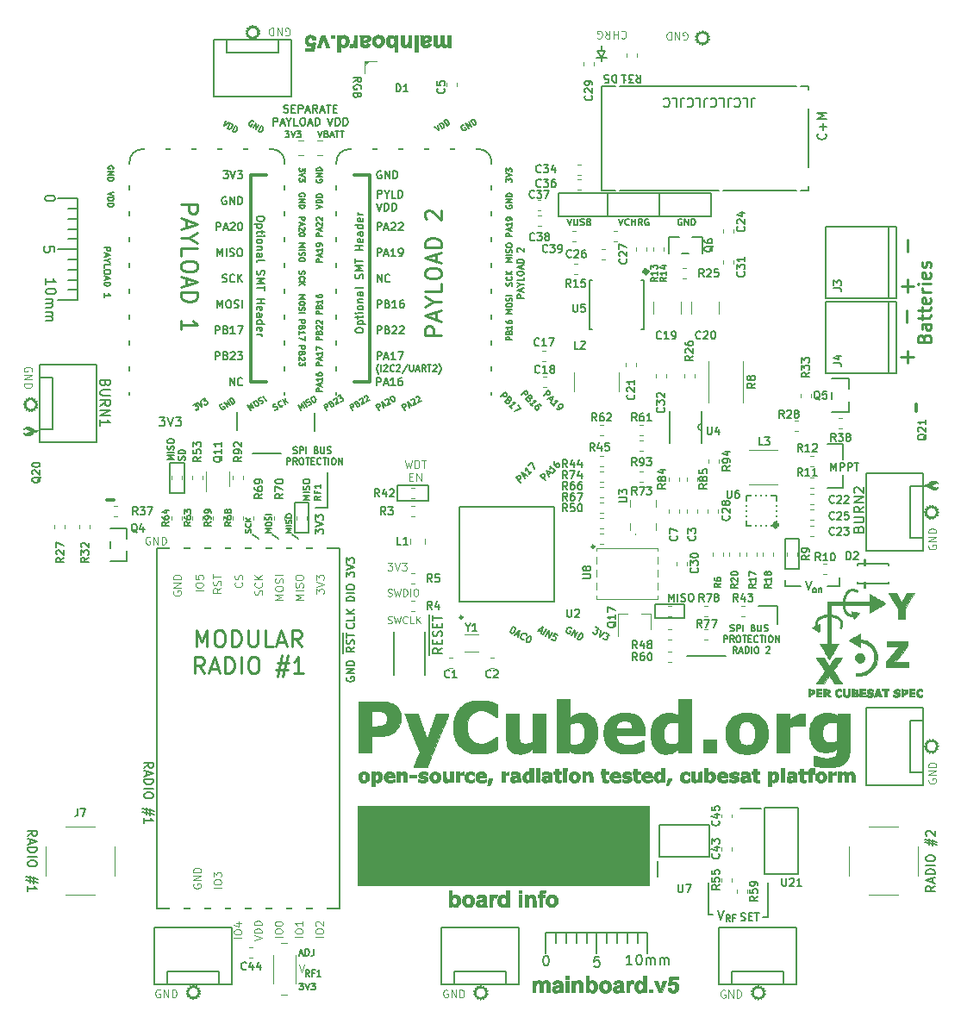
<source format=gto>
G04 #@! TF.GenerationSoftware,KiCad,Pcbnew,(5.1.5)-3*
G04 #@! TF.CreationDate,2021-06-25T12:34:56-07:00*
G04 #@! TF.ProjectId,mainboard,6d61696e-626f-4617-9264-2e6b69636164,rev?*
G04 #@! TF.SameCoordinates,Original*
G04 #@! TF.FileFunction,Legend,Top*
G04 #@! TF.FilePolarity,Positive*
%FSLAX46Y46*%
G04 Gerber Fmt 4.6, Leading zero omitted, Abs format (unit mm)*
G04 Created by KiCad (PCBNEW (5.1.5)-3) date 2021-06-25 12:34:56*
%MOMM*%
%LPD*%
G04 APERTURE LIST*
%ADD10C,0.127000*%
%ADD11C,0.304800*%
%ADD12C,0.121920*%
%ADD13C,0.152400*%
%ADD14C,0.150000*%
%ADD15C,0.251460*%
%ADD16C,0.177800*%
%ADD17C,0.200000*%
%ADD18C,0.120000*%
%ADD19C,0.010000*%
%ADD20C,0.300000*%
%ADD21C,0.203200*%
%ADD22C,0.100000*%
%ADD23C,0.250000*%
%ADD24C,0.381000*%
%ADD25C,0.190500*%
%ADD26R,0.751600X1.626600*%
%ADD27R,4.927001X5.826999*%
%ADD28R,1.427000X2.127000*%
%ADD29R,0.685800X1.447800*%
%ADD30R,1.447800X0.685800*%
%ADD31R,0.711200X2.311400*%
%ADD32R,2.311400X0.711200*%
%ADD33C,2.000000*%
%ADD34R,2.108200X2.413000*%
%ADD35R,2.413000X2.108200*%
%ADD36R,1.001600X1.001600*%
%ADD37R,2.001600X1.501600*%
%ADD38O,1.801600X1.801600*%
%ADD39R,0.901600X1.001600*%
%ADD40R,0.501600X0.751600*%
%ADD41C,5.701600*%
%ADD42R,2.101600X0.751600*%
%ADD43R,2.101600X3.301600*%
%ADD44C,2.133600*%
%ADD45C,2.159000*%
%ADD46R,2.159000X2.159000*%
%ADD47C,1.501600*%
%ADD48R,0.776600X0.351600*%
%ADD49R,0.351600X0.776600*%
%ADD50R,1.601600X1.101600*%
%ADD51R,0.431800X1.451600*%
%ADD52R,1.327000X0.577000*%
%ADD53R,2.227000X2.227000*%
%ADD54R,0.401600X1.251600*%
%ADD55R,0.701600X1.251600*%
%ADD56C,0.751600*%
%ADD57O,1.101600X1.701600*%
%ADD58O,1.101600X2.201600*%
%ADD59R,1.576600X0.401600*%
%ADD60R,0.401600X1.576600*%
%ADD61C,1.509600*%
%ADD62C,1.371600*%
%ADD63C,2.351600*%
%ADD64C,2.151600*%
%ADD65R,0.377000X0.827000*%
%ADD66R,0.827000X0.377000*%
%ADD67R,1.577000X1.577000*%
%ADD68R,2.006600X2.006600*%
%ADD69C,2.006600*%
%ADD70R,2.587000X2.437000*%
%ADD71R,0.431800X1.727200*%
%ADD72R,1.101600X1.901600*%
%ADD73R,2.327000X1.527000*%
%ADD74R,1.027000X1.527000*%
G04 APERTURE END LIST*
D10*
X127862390Y-75854378D02*
X127303590Y-75854378D01*
X127303590Y-75641502D01*
X127330200Y-75588283D01*
X127356809Y-75561674D01*
X127410028Y-75535064D01*
X127489857Y-75535064D01*
X127543076Y-75561674D01*
X127569685Y-75588283D01*
X127596295Y-75641502D01*
X127596295Y-75854378D01*
X127702733Y-75322188D02*
X127702733Y-75056093D01*
X127862390Y-75375407D02*
X127303590Y-75189140D01*
X127862390Y-75002874D01*
X127862390Y-74523902D02*
X127862390Y-74843216D01*
X127862390Y-74683559D02*
X127303590Y-74683559D01*
X127383419Y-74736778D01*
X127436638Y-74789997D01*
X127463247Y-74843216D01*
X127862390Y-74257807D02*
X127862390Y-74151369D01*
X127835780Y-74098150D01*
X127809171Y-74071540D01*
X127729342Y-74018321D01*
X127622904Y-73991712D01*
X127410028Y-73991712D01*
X127356809Y-74018321D01*
X127330200Y-74044931D01*
X127303590Y-74098150D01*
X127303590Y-74204588D01*
X127330200Y-74257807D01*
X127356809Y-74284416D01*
X127410028Y-74311026D01*
X127543076Y-74311026D01*
X127596295Y-74284416D01*
X127622904Y-74257807D01*
X127649514Y-74204588D01*
X127649514Y-74098150D01*
X127622904Y-74044931D01*
X127596295Y-74018321D01*
X127543076Y-73991712D01*
X125629609Y-84100307D02*
X126188409Y-84100307D01*
X126188409Y-84313183D01*
X126161800Y-84366402D01*
X126135190Y-84393012D01*
X126081971Y-84419621D01*
X126002142Y-84419621D01*
X125948923Y-84393012D01*
X125922314Y-84366402D01*
X125895704Y-84313183D01*
X125895704Y-84100307D01*
X125922314Y-84845374D02*
X125895704Y-84925202D01*
X125869095Y-84951812D01*
X125815876Y-84978421D01*
X125736047Y-84978421D01*
X125682828Y-84951812D01*
X125656219Y-84925202D01*
X125629609Y-84871983D01*
X125629609Y-84659107D01*
X126188409Y-84659107D01*
X126188409Y-84845374D01*
X126161800Y-84898593D01*
X126135190Y-84925202D01*
X126081971Y-84951812D01*
X126028752Y-84951812D01*
X125975533Y-84925202D01*
X125948923Y-84898593D01*
X125922314Y-84845374D01*
X125922314Y-84659107D01*
X126135190Y-85191298D02*
X126161800Y-85217907D01*
X126188409Y-85271126D01*
X126188409Y-85404174D01*
X126161800Y-85457393D01*
X126135190Y-85484002D01*
X126081971Y-85510612D01*
X126028752Y-85510612D01*
X125948923Y-85484002D01*
X125629609Y-85164688D01*
X125629609Y-85510612D01*
X126188409Y-85696879D02*
X126188409Y-86042802D01*
X125975533Y-85856536D01*
X125975533Y-85936364D01*
X125948923Y-85989583D01*
X125922314Y-86016193D01*
X125869095Y-86042802D01*
X125736047Y-86042802D01*
X125682828Y-86016193D01*
X125656219Y-85989583D01*
X125629609Y-85936364D01*
X125629609Y-85776707D01*
X125656219Y-85723488D01*
X125682828Y-85696879D01*
X125629609Y-71440221D02*
X126188409Y-71440221D01*
X126188409Y-71653097D01*
X126161800Y-71706316D01*
X126135190Y-71732926D01*
X126081971Y-71759535D01*
X126002142Y-71759535D01*
X125948923Y-71732926D01*
X125922314Y-71706316D01*
X125895704Y-71653097D01*
X125895704Y-71440221D01*
X125789266Y-71972411D02*
X125789266Y-72238506D01*
X125629609Y-71919192D02*
X126188409Y-72105459D01*
X125629609Y-72291726D01*
X126135190Y-72451383D02*
X126161800Y-72477992D01*
X126188409Y-72531211D01*
X126188409Y-72664259D01*
X126161800Y-72717478D01*
X126135190Y-72744087D01*
X126081971Y-72770697D01*
X126028752Y-72770697D01*
X125948923Y-72744087D01*
X125629609Y-72424773D01*
X125629609Y-72770697D01*
X126188409Y-73116621D02*
X126188409Y-73169840D01*
X126161800Y-73223059D01*
X126135190Y-73249668D01*
X126081971Y-73276278D01*
X125975533Y-73302887D01*
X125842485Y-73302887D01*
X125736047Y-73276278D01*
X125682828Y-73249668D01*
X125656219Y-73223059D01*
X125629609Y-73169840D01*
X125629609Y-73116621D01*
X125656219Y-73063402D01*
X125682828Y-73036792D01*
X125736047Y-73010183D01*
X125842485Y-72983573D01*
X125975533Y-72983573D01*
X126081971Y-73010183D01*
X126135190Y-73036792D01*
X126161800Y-73063402D01*
X126188409Y-73116621D01*
X127862390Y-80974293D02*
X127303590Y-80974293D01*
X127303590Y-80761417D01*
X127330200Y-80708198D01*
X127356809Y-80681588D01*
X127410028Y-80654979D01*
X127489857Y-80654979D01*
X127543076Y-80681588D01*
X127569685Y-80708198D01*
X127596295Y-80761417D01*
X127596295Y-80974293D01*
X127569685Y-80229226D02*
X127596295Y-80149398D01*
X127622904Y-80122788D01*
X127676123Y-80096179D01*
X127755952Y-80096179D01*
X127809171Y-80122788D01*
X127835780Y-80149398D01*
X127862390Y-80202617D01*
X127862390Y-80415493D01*
X127303590Y-80415493D01*
X127303590Y-80229226D01*
X127330200Y-80176007D01*
X127356809Y-80149398D01*
X127410028Y-80122788D01*
X127463247Y-80122788D01*
X127516466Y-80149398D01*
X127543076Y-80176007D01*
X127569685Y-80229226D01*
X127569685Y-80415493D01*
X127862390Y-79563988D02*
X127862390Y-79883302D01*
X127862390Y-79723645D02*
X127303590Y-79723645D01*
X127383419Y-79776864D01*
X127436638Y-79830083D01*
X127463247Y-79883302D01*
X127303590Y-79085017D02*
X127303590Y-79191455D01*
X127330200Y-79244674D01*
X127356809Y-79271283D01*
X127436638Y-79324502D01*
X127543076Y-79351112D01*
X127755952Y-79351112D01*
X127809171Y-79324502D01*
X127835780Y-79297893D01*
X127862390Y-79244674D01*
X127862390Y-79138236D01*
X127835780Y-79085017D01*
X127809171Y-79058407D01*
X127755952Y-79031798D01*
X127622904Y-79031798D01*
X127569685Y-79058407D01*
X127543076Y-79085017D01*
X127516466Y-79138236D01*
X127516466Y-79244674D01*
X127543076Y-79297893D01*
X127569685Y-79324502D01*
X127622904Y-79351112D01*
X126652261Y-99207259D02*
X126017261Y-99207259D01*
X126470833Y-98995592D01*
X126017261Y-98783926D01*
X126652261Y-98783926D01*
X126652261Y-98481545D02*
X126017261Y-98481545D01*
X126622023Y-98209402D02*
X126652261Y-98118688D01*
X126652261Y-97967497D01*
X126622023Y-97907021D01*
X126591785Y-97876783D01*
X126531309Y-97846545D01*
X126470833Y-97846545D01*
X126410357Y-97876783D01*
X126380119Y-97907021D01*
X126349880Y-97967497D01*
X126319642Y-98088450D01*
X126289404Y-98148926D01*
X126259166Y-98179164D01*
X126198690Y-98209402D01*
X126138214Y-98209402D01*
X126077738Y-98179164D01*
X126047500Y-98148926D01*
X126017261Y-98088450D01*
X126017261Y-97937259D01*
X126047500Y-97846545D01*
X126017261Y-97453450D02*
X126017261Y-97332497D01*
X126047500Y-97272021D01*
X126107976Y-97211545D01*
X126228928Y-97181307D01*
X126440595Y-97181307D01*
X126561547Y-97211545D01*
X126622023Y-97272021D01*
X126652261Y-97332497D01*
X126652261Y-97453450D01*
X126622023Y-97513926D01*
X126561547Y-97574402D01*
X126440595Y-97604640D01*
X126228928Y-97604640D01*
X126107976Y-97574402D01*
X126047500Y-97513926D01*
X126017261Y-97453450D01*
X127731761Y-98844402D02*
X127429380Y-99056069D01*
X127731761Y-99207259D02*
X127096761Y-99207259D01*
X127096761Y-98965354D01*
X127127000Y-98904878D01*
X127157238Y-98874640D01*
X127217714Y-98844402D01*
X127308428Y-98844402D01*
X127368904Y-98874640D01*
X127399142Y-98904878D01*
X127429380Y-98965354D01*
X127429380Y-99207259D01*
X127399142Y-98360592D02*
X127399142Y-98572259D01*
X127731761Y-98572259D02*
X127096761Y-98572259D01*
X127096761Y-98269878D01*
X127731761Y-97695354D02*
X127731761Y-98058211D01*
X127731761Y-97876783D02*
X127096761Y-97876783D01*
X127187476Y-97937259D01*
X127247952Y-97997735D01*
X127278190Y-98058211D01*
X165862000Y-136779000D02*
X165862000Y-139954000D01*
X171704000Y-140208000D02*
X171704000Y-136779000D01*
X171196000Y-140208000D02*
X171704000Y-140208000D01*
X130973285Y-58128807D02*
X131336142Y-57874807D01*
X130973285Y-57693378D02*
X131735285Y-57693378D01*
X131735285Y-57983664D01*
X131699000Y-58056235D01*
X131662714Y-58092521D01*
X131590142Y-58128807D01*
X131481285Y-58128807D01*
X131408714Y-58092521D01*
X131372428Y-58056235D01*
X131336142Y-57983664D01*
X131336142Y-57693378D01*
X131699000Y-58854521D02*
X131735285Y-58781950D01*
X131735285Y-58673092D01*
X131699000Y-58564235D01*
X131626428Y-58491664D01*
X131553857Y-58455378D01*
X131408714Y-58419092D01*
X131299857Y-58419092D01*
X131154714Y-58455378D01*
X131082142Y-58491664D01*
X131009571Y-58564235D01*
X130973285Y-58673092D01*
X130973285Y-58745664D01*
X131009571Y-58854521D01*
X131045857Y-58890807D01*
X131299857Y-58890807D01*
X131299857Y-58745664D01*
X131372428Y-59471378D02*
X131336142Y-59580235D01*
X131299857Y-59616521D01*
X131227285Y-59652807D01*
X131118428Y-59652807D01*
X131045857Y-59616521D01*
X131009571Y-59580235D01*
X130973285Y-59507664D01*
X130973285Y-59217378D01*
X131735285Y-59217378D01*
X131735285Y-59471378D01*
X131699000Y-59543950D01*
X131662714Y-59580235D01*
X131590142Y-59616521D01*
X131517571Y-59616521D01*
X131445000Y-59580235D01*
X131408714Y-59543950D01*
X131372428Y-59471378D01*
X131372428Y-59217378D01*
X128397000Y-99949000D02*
X127254000Y-99949000D01*
X128397000Y-99949000D02*
X128397000Y-96520000D01*
X121031000Y-94615000D02*
X123825000Y-94615000D01*
X125040571Y-94618023D02*
X125131285Y-94648261D01*
X125282476Y-94648261D01*
X125342952Y-94618023D01*
X125373190Y-94587785D01*
X125403428Y-94527309D01*
X125403428Y-94466833D01*
X125373190Y-94406357D01*
X125342952Y-94376119D01*
X125282476Y-94345880D01*
X125161523Y-94315642D01*
X125101047Y-94285404D01*
X125070809Y-94255166D01*
X125040571Y-94194690D01*
X125040571Y-94134214D01*
X125070809Y-94073738D01*
X125101047Y-94043500D01*
X125161523Y-94013261D01*
X125312714Y-94013261D01*
X125403428Y-94043500D01*
X125675571Y-94648261D02*
X125675571Y-94013261D01*
X125917476Y-94013261D01*
X125977952Y-94043500D01*
X126008190Y-94073738D01*
X126038428Y-94134214D01*
X126038428Y-94224928D01*
X126008190Y-94285404D01*
X125977952Y-94315642D01*
X125917476Y-94345880D01*
X125675571Y-94345880D01*
X126310571Y-94648261D02*
X126310571Y-94013261D01*
X127308428Y-94315642D02*
X127399142Y-94345880D01*
X127429380Y-94376119D01*
X127459619Y-94436595D01*
X127459619Y-94527309D01*
X127429380Y-94587785D01*
X127399142Y-94618023D01*
X127338666Y-94648261D01*
X127096761Y-94648261D01*
X127096761Y-94013261D01*
X127308428Y-94013261D01*
X127368904Y-94043500D01*
X127399142Y-94073738D01*
X127429380Y-94134214D01*
X127429380Y-94194690D01*
X127399142Y-94255166D01*
X127368904Y-94285404D01*
X127308428Y-94315642D01*
X127096761Y-94315642D01*
X127731761Y-94013261D02*
X127731761Y-94527309D01*
X127762000Y-94587785D01*
X127792238Y-94618023D01*
X127852714Y-94648261D01*
X127973666Y-94648261D01*
X128034142Y-94618023D01*
X128064380Y-94587785D01*
X128094619Y-94527309D01*
X128094619Y-94013261D01*
X128366761Y-94618023D02*
X128457476Y-94648261D01*
X128608666Y-94648261D01*
X128669142Y-94618023D01*
X128699380Y-94587785D01*
X128729619Y-94527309D01*
X128729619Y-94466833D01*
X128699380Y-94406357D01*
X128669142Y-94376119D01*
X128608666Y-94345880D01*
X128487714Y-94315642D01*
X128427238Y-94285404D01*
X128397000Y-94255166D01*
X128366761Y-94194690D01*
X128366761Y-94134214D01*
X128397000Y-94073738D01*
X128427238Y-94043500D01*
X128487714Y-94013261D01*
X128638904Y-94013261D01*
X128729619Y-94043500D01*
X124405571Y-95727761D02*
X124405571Y-95092761D01*
X124647476Y-95092761D01*
X124707952Y-95123000D01*
X124738190Y-95153238D01*
X124768428Y-95213714D01*
X124768428Y-95304428D01*
X124738190Y-95364904D01*
X124707952Y-95395142D01*
X124647476Y-95425380D01*
X124405571Y-95425380D01*
X125403428Y-95727761D02*
X125191761Y-95425380D01*
X125040571Y-95727761D02*
X125040571Y-95092761D01*
X125282476Y-95092761D01*
X125342952Y-95123000D01*
X125373190Y-95153238D01*
X125403428Y-95213714D01*
X125403428Y-95304428D01*
X125373190Y-95364904D01*
X125342952Y-95395142D01*
X125282476Y-95425380D01*
X125040571Y-95425380D01*
X125796523Y-95092761D02*
X125917476Y-95092761D01*
X125977952Y-95123000D01*
X126038428Y-95183476D01*
X126068666Y-95304428D01*
X126068666Y-95516095D01*
X126038428Y-95637047D01*
X125977952Y-95697523D01*
X125917476Y-95727761D01*
X125796523Y-95727761D01*
X125736047Y-95697523D01*
X125675571Y-95637047D01*
X125645333Y-95516095D01*
X125645333Y-95304428D01*
X125675571Y-95183476D01*
X125736047Y-95123000D01*
X125796523Y-95092761D01*
X126250095Y-95092761D02*
X126612952Y-95092761D01*
X126431523Y-95727761D02*
X126431523Y-95092761D01*
X126824619Y-95395142D02*
X127036285Y-95395142D01*
X127127000Y-95727761D02*
X126824619Y-95727761D01*
X126824619Y-95092761D01*
X127127000Y-95092761D01*
X127762000Y-95667285D02*
X127731761Y-95697523D01*
X127641047Y-95727761D01*
X127580571Y-95727761D01*
X127489857Y-95697523D01*
X127429380Y-95637047D01*
X127399142Y-95576571D01*
X127368904Y-95455619D01*
X127368904Y-95364904D01*
X127399142Y-95243952D01*
X127429380Y-95183476D01*
X127489857Y-95123000D01*
X127580571Y-95092761D01*
X127641047Y-95092761D01*
X127731761Y-95123000D01*
X127762000Y-95153238D01*
X127943428Y-95092761D02*
X128306285Y-95092761D01*
X128124857Y-95727761D02*
X128124857Y-95092761D01*
X128517952Y-95727761D02*
X128517952Y-95092761D01*
X128941285Y-95092761D02*
X129062238Y-95092761D01*
X129122714Y-95123000D01*
X129183190Y-95183476D01*
X129213428Y-95304428D01*
X129213428Y-95516095D01*
X129183190Y-95637047D01*
X129122714Y-95697523D01*
X129062238Y-95727761D01*
X128941285Y-95727761D01*
X128880809Y-95697523D01*
X128820333Y-95637047D01*
X128790095Y-95516095D01*
X128790095Y-95304428D01*
X128820333Y-95183476D01*
X128880809Y-95123000D01*
X128941285Y-95092761D01*
X129485571Y-95727761D02*
X129485571Y-95092761D01*
X129848428Y-95727761D01*
X129848428Y-95092761D01*
X127220704Y-102551592D02*
X127220704Y-102079878D01*
X127510990Y-102333878D01*
X127510990Y-102225021D01*
X127547275Y-102152450D01*
X127583561Y-102116164D01*
X127656132Y-102079878D01*
X127837561Y-102079878D01*
X127910132Y-102116164D01*
X127946418Y-102152450D01*
X127982704Y-102225021D01*
X127982704Y-102442735D01*
X127946418Y-102515307D01*
X127910132Y-102551592D01*
X127220704Y-101862164D02*
X127982704Y-101608164D01*
X127220704Y-101354164D01*
X127220704Y-101172735D02*
X127220704Y-100701021D01*
X127510990Y-100955021D01*
X127510990Y-100846164D01*
X127547275Y-100773592D01*
X127583561Y-100737307D01*
X127656132Y-100701021D01*
X127837561Y-100701021D01*
X127910132Y-100737307D01*
X127946418Y-100773592D01*
X127982704Y-100846164D01*
X127982704Y-101063878D01*
X127946418Y-101136450D01*
X127910132Y-101172735D01*
X125526800Y-103022400D02*
X124968000Y-102590600D01*
X123545600Y-103022400D02*
X122986800Y-102590600D01*
X121615200Y-103022400D02*
X121056400Y-102590600D01*
X113317261Y-95270259D02*
X112682261Y-95270259D01*
X113135833Y-95058592D01*
X112682261Y-94846926D01*
X113317261Y-94846926D01*
X113317261Y-94544545D02*
X112682261Y-94544545D01*
X113287023Y-94272402D02*
X113317261Y-94181688D01*
X113317261Y-94030497D01*
X113287023Y-93970021D01*
X113256785Y-93939783D01*
X113196309Y-93909545D01*
X113135833Y-93909545D01*
X113075357Y-93939783D01*
X113045119Y-93970021D01*
X113014880Y-94030497D01*
X112984642Y-94151450D01*
X112954404Y-94211926D01*
X112924166Y-94242164D01*
X112863690Y-94272402D01*
X112803214Y-94272402D01*
X112742738Y-94242164D01*
X112712500Y-94211926D01*
X112682261Y-94151450D01*
X112682261Y-94000259D01*
X112712500Y-93909545D01*
X112682261Y-93516450D02*
X112682261Y-93395497D01*
X112712500Y-93335021D01*
X112772976Y-93274545D01*
X112893928Y-93244307D01*
X113105595Y-93244307D01*
X113226547Y-93274545D01*
X113287023Y-93335021D01*
X113317261Y-93395497D01*
X113317261Y-93516450D01*
X113287023Y-93576926D01*
X113226547Y-93637402D01*
X113105595Y-93667640D01*
X112893928Y-93667640D01*
X112772976Y-93637402D01*
X112712500Y-93576926D01*
X112682261Y-93516450D01*
X114366523Y-95300497D02*
X114396761Y-95209783D01*
X114396761Y-95058592D01*
X114366523Y-94998116D01*
X114336285Y-94967878D01*
X114275809Y-94937640D01*
X114215333Y-94937640D01*
X114154857Y-94967878D01*
X114124619Y-94998116D01*
X114094380Y-95058592D01*
X114064142Y-95179545D01*
X114033904Y-95240021D01*
X114003666Y-95270259D01*
X113943190Y-95300497D01*
X113882714Y-95300497D01*
X113822238Y-95270259D01*
X113792000Y-95240021D01*
X113761761Y-95179545D01*
X113761761Y-95028354D01*
X113792000Y-94937640D01*
X114396761Y-94665497D02*
X113761761Y-94665497D01*
X113761761Y-94514307D01*
X113792000Y-94423592D01*
X113852476Y-94363116D01*
X113912952Y-94332878D01*
X114033904Y-94302640D01*
X114124619Y-94302640D01*
X114245571Y-94332878D01*
X114306047Y-94363116D01*
X114366523Y-94423592D01*
X114396761Y-94514307D01*
X114396761Y-94665497D01*
X172593000Y-109664500D02*
X172593000Y-111442500D01*
X154776845Y-111708064D02*
X155117276Y-111904611D01*
X154813015Y-112008274D01*
X154891576Y-112053631D01*
X154928831Y-112110056D01*
X154939898Y-112151362D01*
X154935847Y-112218855D01*
X154860252Y-112349790D01*
X154803827Y-112387045D01*
X154762521Y-112398112D01*
X154695028Y-112394061D01*
X154537906Y-112303347D01*
X154500651Y-112246922D01*
X154489584Y-112205616D01*
X155274398Y-111995326D02*
X155140206Y-112651085D01*
X155641015Y-112206992D01*
X155771950Y-112282588D02*
X156112380Y-112479135D01*
X155808119Y-112582798D01*
X155886680Y-112628155D01*
X155923935Y-112684580D01*
X155935003Y-112725886D01*
X155930952Y-112793379D01*
X155855357Y-112924314D01*
X155798931Y-112961568D01*
X155757625Y-112972636D01*
X155690132Y-112968585D01*
X155533011Y-112877871D01*
X155495756Y-112821446D01*
X155484688Y-112780140D01*
X152405035Y-111840084D02*
X152367780Y-111783659D01*
X152289219Y-111738302D01*
X152195539Y-111719132D01*
X152112927Y-111741268D01*
X152056502Y-111778522D01*
X151969839Y-111868151D01*
X151924482Y-111946712D01*
X151890193Y-112066579D01*
X151886142Y-112134072D01*
X151908278Y-112216684D01*
X151971719Y-112288228D01*
X152024093Y-112318466D01*
X152117773Y-112337636D01*
X152159079Y-112326568D01*
X152264913Y-112143260D01*
X152160165Y-112082783D01*
X152364524Y-112515014D02*
X152682024Y-111965088D01*
X152678767Y-112696442D01*
X152996267Y-112146516D01*
X152940637Y-112847633D02*
X153258137Y-112297707D01*
X153389072Y-112373302D01*
X153452513Y-112444846D01*
X153474649Y-112527458D01*
X153470598Y-112594951D01*
X153436309Y-112714818D01*
X153390952Y-112793379D01*
X153304289Y-112883008D01*
X153247864Y-112920262D01*
X153165252Y-112942398D01*
X153071572Y-112923228D01*
X152940637Y-112847633D01*
X149182003Y-111998059D02*
X149443873Y-112149249D01*
X149038915Y-112124942D02*
X149539724Y-111680850D01*
X149405532Y-112336609D01*
X149588841Y-112442442D02*
X149906341Y-111892516D01*
X149850711Y-112593633D02*
X150168211Y-112043707D01*
X150164954Y-112775061D01*
X150482454Y-112225135D01*
X151006193Y-112527516D02*
X150744324Y-112376326D01*
X150566946Y-112623076D01*
X150608252Y-112612008D01*
X150675745Y-112616059D01*
X150806680Y-112691655D01*
X150843935Y-112748080D01*
X150855003Y-112789386D01*
X150850952Y-112856879D01*
X150775357Y-112987814D01*
X150718931Y-113025068D01*
X150677625Y-113036136D01*
X150610132Y-113032085D01*
X150479198Y-112956490D01*
X150441943Y-112900065D01*
X150430875Y-112858759D01*
X146315606Y-112209609D02*
X146633106Y-111659683D01*
X146764041Y-111735278D01*
X146827483Y-111806822D01*
X146849619Y-111889434D01*
X146845568Y-111956927D01*
X146811278Y-112076794D01*
X146765921Y-112155355D01*
X146679258Y-112244984D01*
X146622833Y-112282239D01*
X146540221Y-112304374D01*
X146446541Y-112285204D01*
X146315606Y-112209609D01*
X146930060Y-112354868D02*
X147191929Y-112506059D01*
X146786972Y-112481752D02*
X147287780Y-112037659D01*
X147153589Y-112693418D01*
X147681379Y-112928306D02*
X147640073Y-112939374D01*
X147546393Y-112920204D01*
X147494019Y-112889966D01*
X147430578Y-112818422D01*
X147408442Y-112735810D01*
X147412493Y-112668317D01*
X147446782Y-112548450D01*
X147492139Y-112469889D01*
X147578802Y-112380260D01*
X147635227Y-112343006D01*
X147717839Y-112320870D01*
X147811519Y-112340040D01*
X147863893Y-112370278D01*
X147927335Y-112441822D01*
X147938403Y-112483128D01*
X148309072Y-112627302D02*
X148361446Y-112657540D01*
X148398700Y-112713965D01*
X148409768Y-112755271D01*
X148405717Y-112822764D01*
X148371428Y-112942631D01*
X148295833Y-113073566D01*
X148209170Y-113163194D01*
X148152744Y-113200449D01*
X148111438Y-113211517D01*
X148043946Y-113207466D01*
X147991572Y-113177228D01*
X147954317Y-113120803D01*
X147943249Y-113079497D01*
X147947300Y-113012004D01*
X147981589Y-112892137D01*
X148057184Y-112761202D01*
X148143848Y-112671574D01*
X148200273Y-112634319D01*
X148241579Y-112623251D01*
X148309072Y-112627302D01*
X124890590Y-102400402D02*
X124331790Y-102400402D01*
X124730933Y-102214135D01*
X124331790Y-102027869D01*
X124890590Y-102027869D01*
X124890590Y-101761773D02*
X124331790Y-101761773D01*
X124863980Y-101522288D02*
X124890590Y-101442459D01*
X124890590Y-101309411D01*
X124863980Y-101256192D01*
X124837371Y-101229583D01*
X124784152Y-101202973D01*
X124730933Y-101202973D01*
X124677714Y-101229583D01*
X124651104Y-101256192D01*
X124624495Y-101309411D01*
X124597885Y-101415850D01*
X124571276Y-101469069D01*
X124544666Y-101495678D01*
X124491447Y-101522288D01*
X124438228Y-101522288D01*
X124385009Y-101495678D01*
X124358400Y-101469069D01*
X124331790Y-101415850D01*
X124331790Y-101282802D01*
X124358400Y-101202973D01*
X124331790Y-100857050D02*
X124331790Y-100750611D01*
X124358400Y-100697392D01*
X124411619Y-100644173D01*
X124518057Y-100617564D01*
X124704323Y-100617564D01*
X124810761Y-100644173D01*
X124863980Y-100697392D01*
X124890590Y-100750611D01*
X124890590Y-100857050D01*
X124863980Y-100910269D01*
X124810761Y-100963488D01*
X124704323Y-100990097D01*
X124518057Y-100990097D01*
X124411619Y-100963488D01*
X124358400Y-100910269D01*
X124331790Y-100857050D01*
X120876180Y-102427011D02*
X120902790Y-102347183D01*
X120902790Y-102214135D01*
X120876180Y-102160916D01*
X120849571Y-102134307D01*
X120796352Y-102107697D01*
X120743133Y-102107697D01*
X120689914Y-102134307D01*
X120663304Y-102160916D01*
X120636695Y-102214135D01*
X120610085Y-102320573D01*
X120583476Y-102373792D01*
X120556866Y-102400402D01*
X120503647Y-102427011D01*
X120450428Y-102427011D01*
X120397209Y-102400402D01*
X120370600Y-102373792D01*
X120343990Y-102320573D01*
X120343990Y-102187526D01*
X120370600Y-102107697D01*
X120849571Y-101548897D02*
X120876180Y-101575507D01*
X120902790Y-101655335D01*
X120902790Y-101708554D01*
X120876180Y-101788383D01*
X120822961Y-101841602D01*
X120769742Y-101868211D01*
X120663304Y-101894821D01*
X120583476Y-101894821D01*
X120477038Y-101868211D01*
X120423819Y-101841602D01*
X120370600Y-101788383D01*
X120343990Y-101708554D01*
X120343990Y-101655335D01*
X120370600Y-101575507D01*
X120397209Y-101548897D01*
X120902790Y-101309411D02*
X120343990Y-101309411D01*
X120902790Y-100990097D02*
X120583476Y-101229583D01*
X120343990Y-100990097D02*
X120663304Y-101309411D01*
X133436783Y-86825666D02*
X133406545Y-86795428D01*
X133346069Y-86704714D01*
X133315830Y-86644238D01*
X133285592Y-86553523D01*
X133255354Y-86402333D01*
X133255354Y-86281380D01*
X133285592Y-86130190D01*
X133315830Y-86039476D01*
X133346069Y-85979000D01*
X133406545Y-85888285D01*
X133436783Y-85858047D01*
X133678688Y-86583761D02*
X133678688Y-85948761D01*
X133950830Y-86009238D02*
X133981069Y-85979000D01*
X134041545Y-85948761D01*
X134192735Y-85948761D01*
X134253211Y-85979000D01*
X134283449Y-86009238D01*
X134313688Y-86069714D01*
X134313688Y-86130190D01*
X134283449Y-86220904D01*
X133920592Y-86583761D01*
X134313688Y-86583761D01*
X134948688Y-86523285D02*
X134918449Y-86553523D01*
X134827735Y-86583761D01*
X134767259Y-86583761D01*
X134676545Y-86553523D01*
X134616069Y-86493047D01*
X134585830Y-86432571D01*
X134555592Y-86311619D01*
X134555592Y-86220904D01*
X134585830Y-86099952D01*
X134616069Y-86039476D01*
X134676545Y-85979000D01*
X134767259Y-85948761D01*
X134827735Y-85948761D01*
X134918449Y-85979000D01*
X134948688Y-86009238D01*
X135190592Y-86009238D02*
X135220830Y-85979000D01*
X135281307Y-85948761D01*
X135432497Y-85948761D01*
X135492973Y-85979000D01*
X135523211Y-86009238D01*
X135553449Y-86069714D01*
X135553449Y-86130190D01*
X135523211Y-86220904D01*
X135160354Y-86583761D01*
X135553449Y-86583761D01*
X136279164Y-85918523D02*
X135734878Y-86734952D01*
X136490830Y-85948761D02*
X136490830Y-86462809D01*
X136521069Y-86523285D01*
X136551307Y-86553523D01*
X136611783Y-86583761D01*
X136732735Y-86583761D01*
X136793211Y-86553523D01*
X136823449Y-86523285D01*
X136853688Y-86462809D01*
X136853688Y-85948761D01*
X137125830Y-86402333D02*
X137428211Y-86402333D01*
X137065354Y-86583761D02*
X137277021Y-85948761D01*
X137488688Y-86583761D01*
X138063211Y-86583761D02*
X137851545Y-86281380D01*
X137700354Y-86583761D02*
X137700354Y-85948761D01*
X137942259Y-85948761D01*
X138002735Y-85979000D01*
X138032973Y-86009238D01*
X138063211Y-86069714D01*
X138063211Y-86160428D01*
X138032973Y-86220904D01*
X138002735Y-86251142D01*
X137942259Y-86281380D01*
X137700354Y-86281380D01*
X138244640Y-85948761D02*
X138607497Y-85948761D01*
X138426069Y-86583761D02*
X138426069Y-85948761D01*
X138788926Y-86009238D02*
X138819164Y-85979000D01*
X138879640Y-85948761D01*
X139030830Y-85948761D01*
X139091307Y-85979000D01*
X139121545Y-86009238D01*
X139151783Y-86069714D01*
X139151783Y-86130190D01*
X139121545Y-86220904D01*
X138758688Y-86583761D01*
X139151783Y-86583761D01*
X139363449Y-86825666D02*
X139393688Y-86795428D01*
X139454164Y-86704714D01*
X139484402Y-86644238D01*
X139514640Y-86553523D01*
X139544878Y-86402333D01*
X139544878Y-86281380D01*
X139514640Y-86130190D01*
X139484402Y-86039476D01*
X139454164Y-85979000D01*
X139393688Y-85888285D01*
X139363449Y-85858047D01*
X110405333Y-125520450D02*
X110828666Y-125224116D01*
X110405333Y-125012450D02*
X111294333Y-125012450D01*
X111294333Y-125351116D01*
X111252000Y-125435783D01*
X111209666Y-125478116D01*
X111125000Y-125520450D01*
X110998000Y-125520450D01*
X110913333Y-125478116D01*
X110871000Y-125435783D01*
X110828666Y-125351116D01*
X110828666Y-125012450D01*
X110659333Y-125859116D02*
X110659333Y-126282450D01*
X110405333Y-125774450D02*
X111294333Y-126070783D01*
X110405333Y-126367116D01*
X110405333Y-126663450D02*
X111294333Y-126663450D01*
X111294333Y-126875116D01*
X111252000Y-127002116D01*
X111167333Y-127086783D01*
X111082666Y-127129116D01*
X110913333Y-127171450D01*
X110786333Y-127171450D01*
X110617000Y-127129116D01*
X110532333Y-127086783D01*
X110447666Y-127002116D01*
X110405333Y-126875116D01*
X110405333Y-126663450D01*
X110405333Y-127552450D02*
X111294333Y-127552450D01*
X111294333Y-128145116D02*
X111294333Y-128314450D01*
X111252000Y-128399116D01*
X111167333Y-128483783D01*
X110998000Y-128526116D01*
X110701666Y-128526116D01*
X110532333Y-128483783D01*
X110447666Y-128399116D01*
X110405333Y-128314450D01*
X110405333Y-128145116D01*
X110447666Y-128060450D01*
X110532333Y-127975783D01*
X110701666Y-127933450D01*
X110998000Y-127933450D01*
X111167333Y-127975783D01*
X111252000Y-128060450D01*
X111294333Y-128145116D01*
X110998000Y-129542116D02*
X110998000Y-130177116D01*
X111379000Y-129796116D02*
X110236000Y-129542116D01*
X110617000Y-130092450D02*
X110617000Y-129457450D01*
X110236000Y-129838450D02*
X111379000Y-130092450D01*
X110405333Y-130939116D02*
X110405333Y-130431116D01*
X110405333Y-130685116D02*
X111294333Y-130685116D01*
X111167333Y-130600450D01*
X111082666Y-130515783D01*
X111040333Y-130431116D01*
X145972590Y-68008197D02*
X145972590Y-67662274D01*
X146185466Y-67848540D01*
X146185466Y-67768712D01*
X146212076Y-67715493D01*
X146238685Y-67688883D01*
X146291904Y-67662274D01*
X146424952Y-67662274D01*
X146478171Y-67688883D01*
X146504780Y-67715493D01*
X146531390Y-67768712D01*
X146531390Y-67928369D01*
X146504780Y-67981588D01*
X146478171Y-68008197D01*
X145972590Y-67502616D02*
X146531390Y-67316350D01*
X145972590Y-67130083D01*
X145972590Y-66997035D02*
X145972590Y-66651112D01*
X146185466Y-66837378D01*
X146185466Y-66757550D01*
X146212076Y-66704331D01*
X146238685Y-66677721D01*
X146291904Y-66651112D01*
X146424952Y-66651112D01*
X146478171Y-66677721D01*
X146504780Y-66704331D01*
X146531390Y-66757550D01*
X146531390Y-66917207D01*
X146504780Y-66970426D01*
X146478171Y-66997035D01*
X145999200Y-70282102D02*
X145972590Y-70335321D01*
X145972590Y-70415149D01*
X145999200Y-70494978D01*
X146052419Y-70548197D01*
X146105638Y-70574806D01*
X146212076Y-70601416D01*
X146291904Y-70601416D01*
X146398342Y-70574806D01*
X146451561Y-70548197D01*
X146504780Y-70494978D01*
X146531390Y-70415149D01*
X146531390Y-70361930D01*
X146504780Y-70282102D01*
X146478171Y-70255492D01*
X146291904Y-70255492D01*
X146291904Y-70361930D01*
X146531390Y-70016006D02*
X145972590Y-70016006D01*
X146531390Y-69696692D01*
X145972590Y-69696692D01*
X146531390Y-69430597D02*
X145972590Y-69430597D01*
X145972590Y-69297549D01*
X145999200Y-69217721D01*
X146052419Y-69164502D01*
X146105638Y-69137892D01*
X146212076Y-69111283D01*
X146291904Y-69111283D01*
X146398342Y-69137892D01*
X146451561Y-69164502D01*
X146504780Y-69217721D01*
X146531390Y-69297549D01*
X146531390Y-69430597D01*
X146531390Y-73314378D02*
X145972590Y-73314378D01*
X145972590Y-73101502D01*
X145999200Y-73048283D01*
X146025809Y-73021674D01*
X146079028Y-72995064D01*
X146158857Y-72995064D01*
X146212076Y-73021674D01*
X146238685Y-73048283D01*
X146265295Y-73101502D01*
X146265295Y-73314378D01*
X146371733Y-72782188D02*
X146371733Y-72516093D01*
X146531390Y-72835407D02*
X145972590Y-72649140D01*
X146531390Y-72462874D01*
X146531390Y-71983902D02*
X146531390Y-72303216D01*
X146531390Y-72143559D02*
X145972590Y-72143559D01*
X146052419Y-72196778D01*
X146105638Y-72249997D01*
X146132247Y-72303216D01*
X146531390Y-71717807D02*
X146531390Y-71611369D01*
X146504780Y-71558150D01*
X146478171Y-71531540D01*
X146398342Y-71478321D01*
X146291904Y-71451712D01*
X146079028Y-71451712D01*
X146025809Y-71478321D01*
X145999200Y-71504931D01*
X145972590Y-71558150D01*
X145972590Y-71664588D01*
X145999200Y-71717807D01*
X146025809Y-71744416D01*
X146079028Y-71771026D01*
X146212076Y-71771026D01*
X146265295Y-71744416D01*
X146291904Y-71717807D01*
X146318514Y-71664588D01*
X146318514Y-71558150D01*
X146291904Y-71504931D01*
X146265295Y-71478321D01*
X146212076Y-71451712D01*
X146531390Y-83514293D02*
X145972590Y-83514293D01*
X145972590Y-83301417D01*
X145999200Y-83248198D01*
X146025809Y-83221588D01*
X146079028Y-83194979D01*
X146158857Y-83194979D01*
X146212076Y-83221588D01*
X146238685Y-83248198D01*
X146265295Y-83301417D01*
X146265295Y-83514293D01*
X146238685Y-82769226D02*
X146265295Y-82689398D01*
X146291904Y-82662788D01*
X146345123Y-82636179D01*
X146424952Y-82636179D01*
X146478171Y-82662788D01*
X146504780Y-82689398D01*
X146531390Y-82742617D01*
X146531390Y-82955493D01*
X145972590Y-82955493D01*
X145972590Y-82769226D01*
X145999200Y-82716007D01*
X146025809Y-82689398D01*
X146079028Y-82662788D01*
X146132247Y-82662788D01*
X146185466Y-82689398D01*
X146212076Y-82716007D01*
X146238685Y-82769226D01*
X146238685Y-82955493D01*
X146531390Y-82103988D02*
X146531390Y-82423302D01*
X146531390Y-82263645D02*
X145972590Y-82263645D01*
X146052419Y-82316864D01*
X146105638Y-82370083D01*
X146132247Y-82423302D01*
X145972590Y-81625017D02*
X145972590Y-81731455D01*
X145999200Y-81784674D01*
X146025809Y-81811283D01*
X146105638Y-81864502D01*
X146212076Y-81891112D01*
X146424952Y-81891112D01*
X146478171Y-81864502D01*
X146504780Y-81837893D01*
X146531390Y-81784674D01*
X146531390Y-81678236D01*
X146504780Y-81625017D01*
X146478171Y-81598407D01*
X146424952Y-81571798D01*
X146291904Y-81571798D01*
X146238685Y-81598407D01*
X146212076Y-81625017D01*
X146185466Y-81678236D01*
X146185466Y-81784674D01*
X146212076Y-81837893D01*
X146238685Y-81864502D01*
X146291904Y-81891112D01*
X133323692Y-69555904D02*
X133323692Y-68793904D01*
X133613978Y-68793904D01*
X133686549Y-68830190D01*
X133722835Y-68866475D01*
X133759121Y-68939047D01*
X133759121Y-69047904D01*
X133722835Y-69120475D01*
X133686549Y-69156761D01*
X133613978Y-69193047D01*
X133323692Y-69193047D01*
X134230835Y-69193047D02*
X134230835Y-69555904D01*
X133976835Y-68793904D02*
X134230835Y-69193047D01*
X134484835Y-68793904D01*
X135101692Y-69555904D02*
X134738835Y-69555904D01*
X134738835Y-68793904D01*
X135355692Y-69555904D02*
X135355692Y-68793904D01*
X135537121Y-68793904D01*
X135645978Y-68830190D01*
X135718549Y-68902761D01*
X135754835Y-68975332D01*
X135791121Y-69120475D01*
X135791121Y-69229332D01*
X135754835Y-69374475D01*
X135718549Y-69447047D01*
X135645978Y-69519618D01*
X135537121Y-69555904D01*
X135355692Y-69555904D01*
X133214835Y-70063904D02*
X133468835Y-70825904D01*
X133722835Y-70063904D01*
X133976835Y-70825904D02*
X133976835Y-70063904D01*
X134158264Y-70063904D01*
X134267121Y-70100190D01*
X134339692Y-70172761D01*
X134375978Y-70245332D01*
X134412264Y-70390475D01*
X134412264Y-70499332D01*
X134375978Y-70644475D01*
X134339692Y-70717047D01*
X134267121Y-70789618D01*
X134158264Y-70825904D01*
X133976835Y-70825904D01*
X134738835Y-70825904D02*
X134738835Y-70063904D01*
X134920264Y-70063904D01*
X135029121Y-70100190D01*
X135101692Y-70172761D01*
X135137978Y-70245332D01*
X135174264Y-70390475D01*
X135174264Y-70499332D01*
X135137978Y-70644475D01*
X135101692Y-70717047D01*
X135029121Y-70789618D01*
X134920264Y-70825904D01*
X134738835Y-70825904D01*
X141765802Y-62380913D02*
X141706408Y-62384478D01*
X141637275Y-62424393D01*
X141581446Y-62487351D01*
X141561967Y-62560050D01*
X141565532Y-62619444D01*
X141595706Y-62724927D01*
X141635620Y-62794060D01*
X141711884Y-62872934D01*
X141761538Y-62905718D01*
X141834237Y-62925197D01*
X141916675Y-62908328D01*
X141962764Y-62881718D01*
X142018593Y-62818759D01*
X142028333Y-62782410D01*
X141935199Y-62621098D01*
X141843021Y-62674317D01*
X142262343Y-62708756D02*
X141982943Y-62224821D01*
X142538877Y-62549099D01*
X142259477Y-62065164D01*
X142769322Y-62416051D02*
X142489922Y-61932116D01*
X142605145Y-61865593D01*
X142687583Y-61848723D01*
X142760282Y-61868202D01*
X142809936Y-61900987D01*
X142886199Y-61979860D01*
X142926114Y-62048994D01*
X142956288Y-62154476D01*
X142959853Y-62213870D01*
X142940374Y-62286569D01*
X142884545Y-62349528D01*
X142769322Y-62416051D01*
X138889874Y-62544135D02*
X139330586Y-62934937D01*
X139212498Y-62357869D01*
X139653209Y-62748670D02*
X139373809Y-62264735D01*
X139489032Y-62198212D01*
X139571470Y-62181342D01*
X139644169Y-62200821D01*
X139693823Y-62233606D01*
X139770086Y-62312479D01*
X139810001Y-62381613D01*
X139840175Y-62487095D01*
X139843740Y-62546489D01*
X139824261Y-62619188D01*
X139768432Y-62682147D01*
X139653209Y-62748670D01*
X140137144Y-62469270D02*
X139857744Y-61985335D01*
X139972967Y-61918812D01*
X140055405Y-61901942D01*
X140128104Y-61921421D01*
X140177758Y-61954206D01*
X140254021Y-62033079D01*
X140293936Y-62102213D01*
X140324110Y-62207695D01*
X140327675Y-62267089D01*
X140308196Y-62339788D01*
X140252367Y-62402747D01*
X140137144Y-62469270D01*
X121148772Y-62082161D02*
X121115988Y-62032507D01*
X121046854Y-61992593D01*
X120964416Y-61975723D01*
X120891717Y-61995202D01*
X120842063Y-62027987D01*
X120765800Y-62106860D01*
X120725885Y-62175994D01*
X120695711Y-62281476D01*
X120692146Y-62340870D01*
X120711625Y-62413569D01*
X120767454Y-62476528D01*
X120813543Y-62503137D01*
X120895981Y-62520007D01*
X120932331Y-62510267D01*
X121025464Y-62348955D01*
X120933286Y-62295736D01*
X121113122Y-62676099D02*
X121392522Y-62192164D01*
X121389656Y-62835756D01*
X121669056Y-62351821D01*
X121620101Y-62968804D02*
X121899501Y-62484869D01*
X122014724Y-62551393D01*
X122070553Y-62614351D01*
X122090032Y-62687050D01*
X122086467Y-62746444D01*
X122056293Y-62851927D01*
X122016379Y-62921060D01*
X121940115Y-62999934D01*
X121890461Y-63032718D01*
X121817762Y-63052197D01*
X121735324Y-63035328D01*
X121620101Y-62968804D01*
D11*
X120898920Y-67310000D02*
X122422920Y-67310000D01*
X120898920Y-87630000D02*
X122422920Y-87630000D01*
X120898920Y-67310000D02*
X120898920Y-87630000D01*
D10*
X122210285Y-71509164D02*
X122210285Y-71654307D01*
X122174000Y-71726878D01*
X122101428Y-71799450D01*
X121956285Y-71835735D01*
X121702285Y-71835735D01*
X121557142Y-71799450D01*
X121484571Y-71726878D01*
X121448285Y-71654307D01*
X121448285Y-71509164D01*
X121484571Y-71436592D01*
X121557142Y-71364021D01*
X121702285Y-71327735D01*
X121956285Y-71327735D01*
X122101428Y-71364021D01*
X122174000Y-71436592D01*
X122210285Y-71509164D01*
X121956285Y-72162307D02*
X121194285Y-72162307D01*
X121920000Y-72162307D02*
X121956285Y-72234878D01*
X121956285Y-72380021D01*
X121920000Y-72452592D01*
X121883714Y-72488878D01*
X121811142Y-72525164D01*
X121593428Y-72525164D01*
X121520857Y-72488878D01*
X121484571Y-72452592D01*
X121448285Y-72380021D01*
X121448285Y-72234878D01*
X121484571Y-72162307D01*
X121956285Y-72742878D02*
X121956285Y-73033164D01*
X122210285Y-72851735D02*
X121557142Y-72851735D01*
X121484571Y-72888021D01*
X121448285Y-72960592D01*
X121448285Y-73033164D01*
X121448285Y-73287164D02*
X121956285Y-73287164D01*
X122210285Y-73287164D02*
X122174000Y-73250878D01*
X122137714Y-73287164D01*
X122174000Y-73323450D01*
X122210285Y-73287164D01*
X122137714Y-73287164D01*
X121448285Y-73758878D02*
X121484571Y-73686307D01*
X121520857Y-73650021D01*
X121593428Y-73613735D01*
X121811142Y-73613735D01*
X121883714Y-73650021D01*
X121920000Y-73686307D01*
X121956285Y-73758878D01*
X121956285Y-73867735D01*
X121920000Y-73940307D01*
X121883714Y-73976592D01*
X121811142Y-74012878D01*
X121593428Y-74012878D01*
X121520857Y-73976592D01*
X121484571Y-73940307D01*
X121448285Y-73867735D01*
X121448285Y-73758878D01*
X121956285Y-74339450D02*
X121448285Y-74339450D01*
X121883714Y-74339450D02*
X121920000Y-74375735D01*
X121956285Y-74448307D01*
X121956285Y-74557164D01*
X121920000Y-74629735D01*
X121847428Y-74666021D01*
X121448285Y-74666021D01*
X121448285Y-75355450D02*
X121847428Y-75355450D01*
X121920000Y-75319164D01*
X121956285Y-75246592D01*
X121956285Y-75101450D01*
X121920000Y-75028878D01*
X121484571Y-75355450D02*
X121448285Y-75282878D01*
X121448285Y-75101450D01*
X121484571Y-75028878D01*
X121557142Y-74992592D01*
X121629714Y-74992592D01*
X121702285Y-75028878D01*
X121738571Y-75101450D01*
X121738571Y-75282878D01*
X121774857Y-75355450D01*
X121448285Y-75827164D02*
X121484571Y-75754592D01*
X121557142Y-75718307D01*
X122210285Y-75718307D01*
X121484571Y-76661735D02*
X121448285Y-76770592D01*
X121448285Y-76952021D01*
X121484571Y-77024592D01*
X121520857Y-77060878D01*
X121593428Y-77097164D01*
X121666000Y-77097164D01*
X121738571Y-77060878D01*
X121774857Y-77024592D01*
X121811142Y-76952021D01*
X121847428Y-76806878D01*
X121883714Y-76734307D01*
X121920000Y-76698021D01*
X121992571Y-76661735D01*
X122065142Y-76661735D01*
X122137714Y-76698021D01*
X122174000Y-76734307D01*
X122210285Y-76806878D01*
X122210285Y-76988307D01*
X122174000Y-77097164D01*
X121448285Y-77423735D02*
X122210285Y-77423735D01*
X121666000Y-77677735D01*
X122210285Y-77931735D01*
X121448285Y-77931735D01*
X122210285Y-78185735D02*
X122210285Y-78621164D01*
X121448285Y-78403450D02*
X122210285Y-78403450D01*
X121448285Y-79455735D02*
X122210285Y-79455735D01*
X121847428Y-79455735D02*
X121847428Y-79891164D01*
X121448285Y-79891164D02*
X122210285Y-79891164D01*
X121484571Y-80544307D02*
X121448285Y-80471735D01*
X121448285Y-80326592D01*
X121484571Y-80254021D01*
X121557142Y-80217735D01*
X121847428Y-80217735D01*
X121920000Y-80254021D01*
X121956285Y-80326592D01*
X121956285Y-80471735D01*
X121920000Y-80544307D01*
X121847428Y-80580592D01*
X121774857Y-80580592D01*
X121702285Y-80217735D01*
X121448285Y-81233735D02*
X121847428Y-81233735D01*
X121920000Y-81197449D01*
X121956285Y-81124878D01*
X121956285Y-80979735D01*
X121920000Y-80907164D01*
X121484571Y-81233735D02*
X121448285Y-81161164D01*
X121448285Y-80979735D01*
X121484571Y-80907164D01*
X121557142Y-80870878D01*
X121629714Y-80870878D01*
X121702285Y-80907164D01*
X121738571Y-80979735D01*
X121738571Y-81161164D01*
X121774857Y-81233735D01*
X121448285Y-81923164D02*
X122210285Y-81923164D01*
X121484571Y-81923164D02*
X121448285Y-81850592D01*
X121448285Y-81705449D01*
X121484571Y-81632878D01*
X121520857Y-81596592D01*
X121593428Y-81560307D01*
X121811142Y-81560307D01*
X121883714Y-81596592D01*
X121920000Y-81632878D01*
X121956285Y-81705449D01*
X121956285Y-81850592D01*
X121920000Y-81923164D01*
X121484571Y-82576307D02*
X121448285Y-82503735D01*
X121448285Y-82358592D01*
X121484571Y-82286021D01*
X121557142Y-82249735D01*
X121847428Y-82249735D01*
X121920000Y-82286021D01*
X121956285Y-82358592D01*
X121956285Y-82503735D01*
X121920000Y-82576307D01*
X121847428Y-82612592D01*
X121774857Y-82612592D01*
X121702285Y-82249735D01*
X121448285Y-82939164D02*
X121956285Y-82939164D01*
X121811142Y-82939164D02*
X121883714Y-82975449D01*
X121920000Y-83011735D01*
X121956285Y-83084307D01*
X121956285Y-83156878D01*
D11*
X131064000Y-87617300D02*
X132588000Y-87617300D01*
X131064000Y-67297300D02*
X132588000Y-67297300D01*
D10*
X131154714Y-82639807D02*
X131154714Y-82494664D01*
X131191000Y-82422093D01*
X131263571Y-82349522D01*
X131408714Y-82313236D01*
X131662714Y-82313236D01*
X131807857Y-82349522D01*
X131880428Y-82422093D01*
X131916714Y-82494664D01*
X131916714Y-82639807D01*
X131880428Y-82712379D01*
X131807857Y-82784950D01*
X131662714Y-82821236D01*
X131408714Y-82821236D01*
X131263571Y-82784950D01*
X131191000Y-82712379D01*
X131154714Y-82639807D01*
X131408714Y-81986664D02*
X132170714Y-81986664D01*
X131445000Y-81986664D02*
X131408714Y-81914093D01*
X131408714Y-81768950D01*
X131445000Y-81696379D01*
X131481285Y-81660093D01*
X131553857Y-81623807D01*
X131771571Y-81623807D01*
X131844142Y-81660093D01*
X131880428Y-81696379D01*
X131916714Y-81768950D01*
X131916714Y-81914093D01*
X131880428Y-81986664D01*
X131408714Y-81406093D02*
X131408714Y-81115807D01*
X131154714Y-81297236D02*
X131807857Y-81297236D01*
X131880428Y-81260950D01*
X131916714Y-81188379D01*
X131916714Y-81115807D01*
X131916714Y-80861807D02*
X131408714Y-80861807D01*
X131154714Y-80861807D02*
X131191000Y-80898093D01*
X131227285Y-80861807D01*
X131191000Y-80825522D01*
X131154714Y-80861807D01*
X131227285Y-80861807D01*
X131916714Y-80390093D02*
X131880428Y-80462664D01*
X131844142Y-80498950D01*
X131771571Y-80535236D01*
X131553857Y-80535236D01*
X131481285Y-80498950D01*
X131445000Y-80462664D01*
X131408714Y-80390093D01*
X131408714Y-80281236D01*
X131445000Y-80208664D01*
X131481285Y-80172379D01*
X131553857Y-80136093D01*
X131771571Y-80136093D01*
X131844142Y-80172379D01*
X131880428Y-80208664D01*
X131916714Y-80281236D01*
X131916714Y-80390093D01*
X131408714Y-79809522D02*
X131916714Y-79809522D01*
X131481285Y-79809522D02*
X131445000Y-79773236D01*
X131408714Y-79700664D01*
X131408714Y-79591807D01*
X131445000Y-79519236D01*
X131517571Y-79482950D01*
X131916714Y-79482950D01*
X131916714Y-78793522D02*
X131517571Y-78793522D01*
X131445000Y-78829807D01*
X131408714Y-78902379D01*
X131408714Y-79047522D01*
X131445000Y-79120093D01*
X131880428Y-78793522D02*
X131916714Y-78866093D01*
X131916714Y-79047522D01*
X131880428Y-79120093D01*
X131807857Y-79156379D01*
X131735285Y-79156379D01*
X131662714Y-79120093D01*
X131626428Y-79047522D01*
X131626428Y-78866093D01*
X131590142Y-78793522D01*
X131916714Y-78321807D02*
X131880428Y-78394379D01*
X131807857Y-78430664D01*
X131154714Y-78430664D01*
X131880428Y-77487236D02*
X131916714Y-77378379D01*
X131916714Y-77196950D01*
X131880428Y-77124379D01*
X131844142Y-77088093D01*
X131771571Y-77051807D01*
X131699000Y-77051807D01*
X131626428Y-77088093D01*
X131590142Y-77124379D01*
X131553857Y-77196950D01*
X131517571Y-77342093D01*
X131481285Y-77414664D01*
X131445000Y-77450950D01*
X131372428Y-77487236D01*
X131299857Y-77487236D01*
X131227285Y-77450950D01*
X131191000Y-77414664D01*
X131154714Y-77342093D01*
X131154714Y-77160664D01*
X131191000Y-77051807D01*
X131916714Y-76725236D02*
X131154714Y-76725236D01*
X131699000Y-76471236D01*
X131154714Y-76217236D01*
X131916714Y-76217236D01*
X131154714Y-75963236D02*
X131154714Y-75527807D01*
X131916714Y-75745522D02*
X131154714Y-75745522D01*
X131916714Y-74693236D02*
X131154714Y-74693236D01*
X131517571Y-74693236D02*
X131517571Y-74257807D01*
X131916714Y-74257807D02*
X131154714Y-74257807D01*
X131880428Y-73604664D02*
X131916714Y-73677236D01*
X131916714Y-73822379D01*
X131880428Y-73894950D01*
X131807857Y-73931236D01*
X131517571Y-73931236D01*
X131445000Y-73894950D01*
X131408714Y-73822379D01*
X131408714Y-73677236D01*
X131445000Y-73604664D01*
X131517571Y-73568379D01*
X131590142Y-73568379D01*
X131662714Y-73931236D01*
X131916714Y-72915236D02*
X131517571Y-72915236D01*
X131445000Y-72951522D01*
X131408714Y-73024093D01*
X131408714Y-73169236D01*
X131445000Y-73241807D01*
X131880428Y-72915236D02*
X131916714Y-72987807D01*
X131916714Y-73169236D01*
X131880428Y-73241807D01*
X131807857Y-73278093D01*
X131735285Y-73278093D01*
X131662714Y-73241807D01*
X131626428Y-73169236D01*
X131626428Y-72987807D01*
X131590142Y-72915236D01*
X131916714Y-72225807D02*
X131154714Y-72225807D01*
X131880428Y-72225807D02*
X131916714Y-72298379D01*
X131916714Y-72443522D01*
X131880428Y-72516093D01*
X131844142Y-72552379D01*
X131771571Y-72588664D01*
X131553857Y-72588664D01*
X131481285Y-72552379D01*
X131445000Y-72516093D01*
X131408714Y-72443522D01*
X131408714Y-72298379D01*
X131445000Y-72225807D01*
X131880428Y-71572664D02*
X131916714Y-71645236D01*
X131916714Y-71790379D01*
X131880428Y-71862950D01*
X131807857Y-71899236D01*
X131517571Y-71899236D01*
X131445000Y-71862950D01*
X131408714Y-71790379D01*
X131408714Y-71645236D01*
X131445000Y-71572664D01*
X131517571Y-71536379D01*
X131590142Y-71536379D01*
X131662714Y-71899236D01*
X131916714Y-71209807D02*
X131408714Y-71209807D01*
X131553857Y-71209807D02*
X131481285Y-71173522D01*
X131445000Y-71137236D01*
X131408714Y-71064664D01*
X131408714Y-70992093D01*
D11*
X132588000Y-67297300D02*
X132588000Y-87617300D01*
D10*
X118081878Y-77774618D02*
X118190735Y-77810904D01*
X118372164Y-77810904D01*
X118444735Y-77774618D01*
X118481021Y-77738332D01*
X118517307Y-77665761D01*
X118517307Y-77593190D01*
X118481021Y-77520618D01*
X118444735Y-77484332D01*
X118372164Y-77448047D01*
X118227021Y-77411761D01*
X118154450Y-77375475D01*
X118118164Y-77339190D01*
X118081878Y-77266618D01*
X118081878Y-77194047D01*
X118118164Y-77121475D01*
X118154450Y-77085190D01*
X118227021Y-77048904D01*
X118408450Y-77048904D01*
X118517307Y-77085190D01*
X119279307Y-77738332D02*
X119243021Y-77774618D01*
X119134164Y-77810904D01*
X119061592Y-77810904D01*
X118952735Y-77774618D01*
X118880164Y-77702047D01*
X118843878Y-77629475D01*
X118807592Y-77484332D01*
X118807592Y-77375475D01*
X118843878Y-77230332D01*
X118880164Y-77157761D01*
X118952735Y-77085190D01*
X119061592Y-77048904D01*
X119134164Y-77048904D01*
X119243021Y-77085190D01*
X119279307Y-77121475D01*
X119605878Y-77810904D02*
X119605878Y-77048904D01*
X120041307Y-77810904D02*
X119714735Y-77375475D01*
X120041307Y-77048904D02*
X119605878Y-77484332D01*
X117392450Y-82890904D02*
X117392450Y-82128904D01*
X117682735Y-82128904D01*
X117755307Y-82165190D01*
X117791592Y-82201475D01*
X117827878Y-82274047D01*
X117827878Y-82382904D01*
X117791592Y-82455475D01*
X117755307Y-82491761D01*
X117682735Y-82528047D01*
X117392450Y-82528047D01*
X118408450Y-82491761D02*
X118517307Y-82528047D01*
X118553592Y-82564332D01*
X118589878Y-82636904D01*
X118589878Y-82745761D01*
X118553592Y-82818332D01*
X118517307Y-82854618D01*
X118444735Y-82890904D01*
X118154450Y-82890904D01*
X118154450Y-82128904D01*
X118408450Y-82128904D01*
X118481021Y-82165190D01*
X118517307Y-82201475D01*
X118553592Y-82274047D01*
X118553592Y-82346618D01*
X118517307Y-82419190D01*
X118481021Y-82455475D01*
X118408450Y-82491761D01*
X118154450Y-82491761D01*
X119315592Y-82890904D02*
X118880164Y-82890904D01*
X119097878Y-82890904D02*
X119097878Y-82128904D01*
X119025307Y-82237761D01*
X118952735Y-82310332D01*
X118880164Y-82346618D01*
X119569592Y-82128904D02*
X120077592Y-82128904D01*
X119751021Y-82890904D01*
X117501307Y-72730904D02*
X117501307Y-71968904D01*
X117791592Y-71968904D01*
X117864164Y-72005190D01*
X117900450Y-72041475D01*
X117936735Y-72114047D01*
X117936735Y-72222904D01*
X117900450Y-72295475D01*
X117864164Y-72331761D01*
X117791592Y-72368047D01*
X117501307Y-72368047D01*
X118227021Y-72513190D02*
X118589878Y-72513190D01*
X118154450Y-72730904D02*
X118408450Y-71968904D01*
X118662450Y-72730904D01*
X118880164Y-72041475D02*
X118916450Y-72005190D01*
X118989021Y-71968904D01*
X119170450Y-71968904D01*
X119243021Y-72005190D01*
X119279307Y-72041475D01*
X119315592Y-72114047D01*
X119315592Y-72186618D01*
X119279307Y-72295475D01*
X118843878Y-72730904D01*
X119315592Y-72730904D01*
X119787307Y-71968904D02*
X119859878Y-71968904D01*
X119932450Y-72005190D01*
X119968735Y-72041475D01*
X120005021Y-72114047D01*
X120041307Y-72259190D01*
X120041307Y-72440618D01*
X120005021Y-72585761D01*
X119968735Y-72658332D01*
X119932450Y-72694618D01*
X119859878Y-72730904D01*
X119787307Y-72730904D01*
X119714735Y-72694618D01*
X119678450Y-72658332D01*
X119642164Y-72585761D01*
X119605878Y-72440618D01*
X119605878Y-72259190D01*
X119642164Y-72114047D01*
X119678450Y-72041475D01*
X119714735Y-72005190D01*
X119787307Y-71968904D01*
X118444735Y-69465190D02*
X118372164Y-69428904D01*
X118263307Y-69428904D01*
X118154450Y-69465190D01*
X118081878Y-69537761D01*
X118045592Y-69610332D01*
X118009307Y-69755475D01*
X118009307Y-69864332D01*
X118045592Y-70009475D01*
X118081878Y-70082047D01*
X118154450Y-70154618D01*
X118263307Y-70190904D01*
X118335878Y-70190904D01*
X118444735Y-70154618D01*
X118481021Y-70118332D01*
X118481021Y-69864332D01*
X118335878Y-69864332D01*
X118807592Y-70190904D02*
X118807592Y-69428904D01*
X119243021Y-70190904D01*
X119243021Y-69428904D01*
X119605878Y-70190904D02*
X119605878Y-69428904D01*
X119787307Y-69428904D01*
X119896164Y-69465190D01*
X119968735Y-69537761D01*
X120005021Y-69610332D01*
X120041307Y-69755475D01*
X120041307Y-69864332D01*
X120005021Y-70009475D01*
X119968735Y-70082047D01*
X119896164Y-70154618D01*
X119787307Y-70190904D01*
X119605878Y-70190904D01*
X117610164Y-75270904D02*
X117610164Y-74508904D01*
X117864164Y-75053190D01*
X118118164Y-74508904D01*
X118118164Y-75270904D01*
X118481021Y-75270904D02*
X118481021Y-74508904D01*
X118807592Y-75234618D02*
X118916450Y-75270904D01*
X119097878Y-75270904D01*
X119170450Y-75234618D01*
X119206735Y-75198332D01*
X119243021Y-75125761D01*
X119243021Y-75053190D01*
X119206735Y-74980618D01*
X119170450Y-74944332D01*
X119097878Y-74908047D01*
X118952735Y-74871761D01*
X118880164Y-74835475D01*
X118843878Y-74799190D01*
X118807592Y-74726618D01*
X118807592Y-74654047D01*
X118843878Y-74581475D01*
X118880164Y-74545190D01*
X118952735Y-74508904D01*
X119134164Y-74508904D01*
X119243021Y-74545190D01*
X119714735Y-74508904D02*
X119859878Y-74508904D01*
X119932450Y-74545190D01*
X120005021Y-74617761D01*
X120041307Y-74762904D01*
X120041307Y-75016904D01*
X120005021Y-75162047D01*
X119932450Y-75234618D01*
X119859878Y-75270904D01*
X119714735Y-75270904D01*
X119642164Y-75234618D01*
X119569592Y-75162047D01*
X119533307Y-75016904D01*
X119533307Y-74762904D01*
X119569592Y-74617761D01*
X119642164Y-74545190D01*
X119714735Y-74508904D01*
X117610164Y-80350904D02*
X117610164Y-79588904D01*
X117864164Y-80133190D01*
X118118164Y-79588904D01*
X118118164Y-80350904D01*
X118626164Y-79588904D02*
X118771307Y-79588904D01*
X118843878Y-79625190D01*
X118916450Y-79697761D01*
X118952735Y-79842904D01*
X118952735Y-80096904D01*
X118916450Y-80242047D01*
X118843878Y-80314618D01*
X118771307Y-80350904D01*
X118626164Y-80350904D01*
X118553592Y-80314618D01*
X118481021Y-80242047D01*
X118444735Y-80096904D01*
X118444735Y-79842904D01*
X118481021Y-79697761D01*
X118553592Y-79625190D01*
X118626164Y-79588904D01*
X119243021Y-80314618D02*
X119351878Y-80350904D01*
X119533307Y-80350904D01*
X119605878Y-80314618D01*
X119642164Y-80278332D01*
X119678450Y-80205761D01*
X119678450Y-80133190D01*
X119642164Y-80060618D01*
X119605878Y-80024332D01*
X119533307Y-79988047D01*
X119388164Y-79951761D01*
X119315592Y-79915475D01*
X119279307Y-79879190D01*
X119243021Y-79806618D01*
X119243021Y-79734047D01*
X119279307Y-79661475D01*
X119315592Y-79625190D01*
X119388164Y-79588904D01*
X119569592Y-79588904D01*
X119678450Y-79625190D01*
X120005021Y-80350904D02*
X120005021Y-79588904D01*
X117392450Y-85430904D02*
X117392450Y-84668904D01*
X117682735Y-84668904D01*
X117755307Y-84705190D01*
X117791592Y-84741475D01*
X117827878Y-84814047D01*
X117827878Y-84922904D01*
X117791592Y-84995475D01*
X117755307Y-85031761D01*
X117682735Y-85068047D01*
X117392450Y-85068047D01*
X118408450Y-85031761D02*
X118517307Y-85068047D01*
X118553592Y-85104332D01*
X118589878Y-85176904D01*
X118589878Y-85285761D01*
X118553592Y-85358332D01*
X118517307Y-85394618D01*
X118444735Y-85430904D01*
X118154450Y-85430904D01*
X118154450Y-84668904D01*
X118408450Y-84668904D01*
X118481021Y-84705190D01*
X118517307Y-84741475D01*
X118553592Y-84814047D01*
X118553592Y-84886618D01*
X118517307Y-84959190D01*
X118481021Y-84995475D01*
X118408450Y-85031761D01*
X118154450Y-85031761D01*
X118880164Y-84741475D02*
X118916450Y-84705190D01*
X118989021Y-84668904D01*
X119170450Y-84668904D01*
X119243021Y-84705190D01*
X119279307Y-84741475D01*
X119315592Y-84814047D01*
X119315592Y-84886618D01*
X119279307Y-84995475D01*
X118843878Y-85430904D01*
X119315592Y-85430904D01*
X119569592Y-84668904D02*
X120041307Y-84668904D01*
X119787307Y-84959190D01*
X119896164Y-84959190D01*
X119968735Y-84995475D01*
X120005021Y-85031761D01*
X120041307Y-85104332D01*
X120041307Y-85285761D01*
X120005021Y-85358332D01*
X119968735Y-85394618D01*
X119896164Y-85430904D01*
X119678450Y-85430904D01*
X119605878Y-85394618D01*
X119569592Y-85358332D01*
X118190735Y-66888904D02*
X118662450Y-66888904D01*
X118408450Y-67179190D01*
X118517307Y-67179190D01*
X118589878Y-67215475D01*
X118626164Y-67251761D01*
X118662450Y-67324332D01*
X118662450Y-67505761D01*
X118626164Y-67578332D01*
X118589878Y-67614618D01*
X118517307Y-67650904D01*
X118299592Y-67650904D01*
X118227021Y-67614618D01*
X118190735Y-67578332D01*
X118880164Y-66888904D02*
X119134164Y-67650904D01*
X119388164Y-66888904D01*
X119569592Y-66888904D02*
X120041307Y-66888904D01*
X119787307Y-67179190D01*
X119896164Y-67179190D01*
X119968735Y-67215475D01*
X120005021Y-67251761D01*
X120041307Y-67324332D01*
X120041307Y-67505761D01*
X120005021Y-67578332D01*
X119968735Y-67614618D01*
X119896164Y-67650904D01*
X119678450Y-67650904D01*
X119605878Y-67614618D01*
X119569592Y-67578332D01*
X118807592Y-87970904D02*
X118807592Y-87208904D01*
X119243021Y-87970904D01*
X119243021Y-87208904D01*
X120041307Y-87898332D02*
X120005021Y-87934618D01*
X119896164Y-87970904D01*
X119823592Y-87970904D01*
X119714735Y-87934618D01*
X119642164Y-87862047D01*
X119605878Y-87789475D01*
X119569592Y-87644332D01*
X119569592Y-87535475D01*
X119605878Y-87390332D01*
X119642164Y-87317761D01*
X119714735Y-87245190D01*
X119823592Y-87208904D01*
X119896164Y-87208904D01*
X120005021Y-87245190D01*
X120041307Y-87281475D01*
X133285592Y-75270904D02*
X133285592Y-74508904D01*
X133575877Y-74508904D01*
X133648449Y-74545190D01*
X133684735Y-74581475D01*
X133721020Y-74654047D01*
X133721020Y-74762904D01*
X133684735Y-74835475D01*
X133648449Y-74871761D01*
X133575877Y-74908047D01*
X133285592Y-74908047D01*
X134011306Y-75053190D02*
X134374163Y-75053190D01*
X133938735Y-75270904D02*
X134192735Y-74508904D01*
X134446735Y-75270904D01*
X135099877Y-75270904D02*
X134664449Y-75270904D01*
X134882163Y-75270904D02*
X134882163Y-74508904D01*
X134809592Y-74617761D01*
X134737020Y-74690332D01*
X134664449Y-74726618D01*
X135462735Y-75270904D02*
X135607877Y-75270904D01*
X135680449Y-75234618D01*
X135716735Y-75198332D01*
X135789306Y-75089475D01*
X135825592Y-74944332D01*
X135825592Y-74654047D01*
X135789306Y-74581475D01*
X135753020Y-74545190D01*
X135680449Y-74508904D01*
X135535306Y-74508904D01*
X135462735Y-74545190D01*
X135426449Y-74581475D01*
X135390163Y-74654047D01*
X135390163Y-74835475D01*
X135426449Y-74908047D01*
X135462735Y-74944332D01*
X135535306Y-74980618D01*
X135680449Y-74980618D01*
X135753020Y-74944332D01*
X135789306Y-74908047D01*
X135825592Y-74835475D01*
X133285592Y-77810904D02*
X133285592Y-77048904D01*
X133721021Y-77810904D01*
X133721021Y-77048904D01*
X134519307Y-77738332D02*
X134483021Y-77774618D01*
X134374164Y-77810904D01*
X134301592Y-77810904D01*
X134192735Y-77774618D01*
X134120164Y-77702047D01*
X134083878Y-77629475D01*
X134047592Y-77484332D01*
X134047592Y-77375475D01*
X134083878Y-77230332D01*
X134120164Y-77157761D01*
X134192735Y-77085190D01*
X134301592Y-77048904D01*
X134374164Y-77048904D01*
X134483021Y-77085190D01*
X134519307Y-77121475D01*
X133285593Y-80350904D02*
X133285593Y-79588904D01*
X133575878Y-79588904D01*
X133648450Y-79625190D01*
X133684735Y-79661475D01*
X133721021Y-79734047D01*
X133721021Y-79842904D01*
X133684735Y-79915475D01*
X133648450Y-79951761D01*
X133575878Y-79988047D01*
X133285593Y-79988047D01*
X134301593Y-79951761D02*
X134410450Y-79988047D01*
X134446735Y-80024332D01*
X134483021Y-80096904D01*
X134483021Y-80205761D01*
X134446735Y-80278332D01*
X134410450Y-80314618D01*
X134337878Y-80350904D01*
X134047593Y-80350904D01*
X134047593Y-79588904D01*
X134301593Y-79588904D01*
X134374164Y-79625190D01*
X134410450Y-79661475D01*
X134446735Y-79734047D01*
X134446735Y-79806618D01*
X134410450Y-79879190D01*
X134374164Y-79915475D01*
X134301593Y-79951761D01*
X134047593Y-79951761D01*
X135208735Y-80350904D02*
X134773307Y-80350904D01*
X134991021Y-80350904D02*
X134991021Y-79588904D01*
X134918450Y-79697761D01*
X134845878Y-79770332D01*
X134773307Y-79806618D01*
X135861878Y-79588904D02*
X135716735Y-79588904D01*
X135644164Y-79625190D01*
X135607878Y-79661475D01*
X135535307Y-79770332D01*
X135499021Y-79915475D01*
X135499021Y-80205761D01*
X135535307Y-80278332D01*
X135571593Y-80314618D01*
X135644164Y-80350904D01*
X135789307Y-80350904D01*
X135861878Y-80314618D01*
X135898164Y-80278332D01*
X135934450Y-80205761D01*
X135934450Y-80024332D01*
X135898164Y-79951761D01*
X135861878Y-79915475D01*
X135789307Y-79879190D01*
X135644164Y-79879190D01*
X135571593Y-79915475D01*
X135535307Y-79951761D01*
X135499021Y-80024332D01*
X133249307Y-87970904D02*
X133249307Y-87208904D01*
X133539592Y-87208904D01*
X133612164Y-87245190D01*
X133648450Y-87281475D01*
X133684735Y-87354047D01*
X133684735Y-87462904D01*
X133648450Y-87535475D01*
X133612164Y-87571761D01*
X133539592Y-87608047D01*
X133249307Y-87608047D01*
X133975021Y-87753190D02*
X134337878Y-87753190D01*
X133902450Y-87970904D02*
X134156450Y-87208904D01*
X134410450Y-87970904D01*
X135063592Y-87970904D02*
X134628164Y-87970904D01*
X134845878Y-87970904D02*
X134845878Y-87208904D01*
X134773307Y-87317761D01*
X134700735Y-87390332D01*
X134628164Y-87426618D01*
X135716735Y-87208904D02*
X135571592Y-87208904D01*
X135499021Y-87245190D01*
X135462735Y-87281475D01*
X135390164Y-87390332D01*
X135353878Y-87535475D01*
X135353878Y-87825761D01*
X135390164Y-87898332D01*
X135426450Y-87934618D01*
X135499021Y-87970904D01*
X135644164Y-87970904D01*
X135716735Y-87934618D01*
X135753021Y-87898332D01*
X135789307Y-87825761D01*
X135789307Y-87644332D01*
X135753021Y-87571761D01*
X135716735Y-87535475D01*
X135644164Y-87499190D01*
X135499021Y-87499190D01*
X135426450Y-87535475D01*
X135390164Y-87571761D01*
X135353878Y-87644332D01*
X133285592Y-85430904D02*
X133285592Y-84668904D01*
X133575877Y-84668904D01*
X133648449Y-84705190D01*
X133684735Y-84741475D01*
X133721020Y-84814047D01*
X133721020Y-84922904D01*
X133684735Y-84995475D01*
X133648449Y-85031761D01*
X133575877Y-85068047D01*
X133285592Y-85068047D01*
X134011306Y-85213190D02*
X134374163Y-85213190D01*
X133938735Y-85430904D02*
X134192735Y-84668904D01*
X134446735Y-85430904D01*
X135099877Y-85430904D02*
X134664449Y-85430904D01*
X134882163Y-85430904D02*
X134882163Y-84668904D01*
X134809592Y-84777761D01*
X134737020Y-84850332D01*
X134664449Y-84886618D01*
X135353877Y-84668904D02*
X135861877Y-84668904D01*
X135535306Y-85430904D01*
X133285593Y-82890904D02*
X133285593Y-82128904D01*
X133575878Y-82128904D01*
X133648450Y-82165190D01*
X133684735Y-82201475D01*
X133721021Y-82274047D01*
X133721021Y-82382904D01*
X133684735Y-82455475D01*
X133648450Y-82491761D01*
X133575878Y-82528047D01*
X133285593Y-82528047D01*
X134301593Y-82491761D02*
X134410450Y-82528047D01*
X134446735Y-82564332D01*
X134483021Y-82636904D01*
X134483021Y-82745761D01*
X134446735Y-82818332D01*
X134410450Y-82854618D01*
X134337878Y-82890904D01*
X134047593Y-82890904D01*
X134047593Y-82128904D01*
X134301593Y-82128904D01*
X134374164Y-82165190D01*
X134410450Y-82201475D01*
X134446735Y-82274047D01*
X134446735Y-82346618D01*
X134410450Y-82419190D01*
X134374164Y-82455475D01*
X134301593Y-82491761D01*
X134047593Y-82491761D01*
X134773307Y-82201475D02*
X134809593Y-82165190D01*
X134882164Y-82128904D01*
X135063593Y-82128904D01*
X135136164Y-82165190D01*
X135172450Y-82201475D01*
X135208735Y-82274047D01*
X135208735Y-82346618D01*
X135172450Y-82455475D01*
X134737021Y-82890904D01*
X135208735Y-82890904D01*
X135499021Y-82201475D02*
X135535307Y-82165190D01*
X135607878Y-82128904D01*
X135789307Y-82128904D01*
X135861878Y-82165190D01*
X135898164Y-82201475D01*
X135934450Y-82274047D01*
X135934450Y-82346618D01*
X135898164Y-82455475D01*
X135462735Y-82890904D01*
X135934450Y-82890904D01*
X133684735Y-66925190D02*
X133612164Y-66888904D01*
X133503307Y-66888904D01*
X133394450Y-66925190D01*
X133321878Y-66997761D01*
X133285592Y-67070332D01*
X133249307Y-67215475D01*
X133249307Y-67324332D01*
X133285592Y-67469475D01*
X133321878Y-67542047D01*
X133394450Y-67614618D01*
X133503307Y-67650904D01*
X133575878Y-67650904D01*
X133684735Y-67614618D01*
X133721021Y-67578332D01*
X133721021Y-67324332D01*
X133575878Y-67324332D01*
X134047592Y-67650904D02*
X134047592Y-66888904D01*
X134483021Y-67650904D01*
X134483021Y-66888904D01*
X134845878Y-67650904D02*
X134845878Y-66888904D01*
X135027307Y-66888904D01*
X135136164Y-66925190D01*
X135208735Y-66997761D01*
X135245021Y-67070332D01*
X135281307Y-67215475D01*
X135281307Y-67324332D01*
X135245021Y-67469475D01*
X135208735Y-67542047D01*
X135136164Y-67614618D01*
X135027307Y-67650904D01*
X134845878Y-67650904D01*
X133285592Y-72730904D02*
X133285592Y-71968904D01*
X133575877Y-71968904D01*
X133648449Y-72005190D01*
X133684735Y-72041475D01*
X133721020Y-72114047D01*
X133721020Y-72222904D01*
X133684735Y-72295475D01*
X133648449Y-72331761D01*
X133575877Y-72368047D01*
X133285592Y-72368047D01*
X134011306Y-72513190D02*
X134374163Y-72513190D01*
X133938735Y-72730904D02*
X134192735Y-71968904D01*
X134446735Y-72730904D01*
X134664449Y-72041475D02*
X134700735Y-72005190D01*
X134773306Y-71968904D01*
X134954735Y-71968904D01*
X135027306Y-72005190D01*
X135063592Y-72041475D01*
X135099877Y-72114047D01*
X135099877Y-72186618D01*
X135063592Y-72295475D01*
X134628163Y-72730904D01*
X135099877Y-72730904D01*
X135390163Y-72041475D02*
X135426449Y-72005190D01*
X135499020Y-71968904D01*
X135680449Y-71968904D01*
X135753020Y-72005190D01*
X135789306Y-72041475D01*
X135825592Y-72114047D01*
X135825592Y-72186618D01*
X135789306Y-72295475D01*
X135353877Y-72730904D01*
X135825592Y-72730904D01*
X107392409Y-68986097D02*
X106833609Y-69172364D01*
X107392409Y-69358630D01*
X106833609Y-69544897D02*
X107392409Y-69544897D01*
X107392409Y-69677945D01*
X107365800Y-69757773D01*
X107312580Y-69810992D01*
X107259361Y-69837602D01*
X107152923Y-69864211D01*
X107073095Y-69864211D01*
X106966657Y-69837602D01*
X106913438Y-69810992D01*
X106860219Y-69757773D01*
X106833609Y-69677945D01*
X106833609Y-69544897D01*
X106833609Y-70103697D02*
X107392409Y-70103697D01*
X107392409Y-70236745D01*
X107365800Y-70316573D01*
X107312580Y-70369792D01*
X107259361Y-70396402D01*
X107152923Y-70423011D01*
X107073095Y-70423011D01*
X106966657Y-70396402D01*
X106913438Y-70369792D01*
X106860219Y-70316573D01*
X106833609Y-70236745D01*
X106833609Y-70103697D01*
X107365800Y-66712192D02*
X107392409Y-66658973D01*
X107392409Y-66579145D01*
X107365800Y-66499316D01*
X107312580Y-66446097D01*
X107259361Y-66419488D01*
X107152923Y-66392878D01*
X107073095Y-66392878D01*
X106966657Y-66419488D01*
X106913438Y-66446097D01*
X106860219Y-66499316D01*
X106833609Y-66579145D01*
X106833609Y-66632364D01*
X106860219Y-66712192D01*
X106886828Y-66738802D01*
X107073095Y-66738802D01*
X107073095Y-66632364D01*
X106833609Y-66978288D02*
X107392409Y-66978288D01*
X106833609Y-67297602D01*
X107392409Y-67297602D01*
X106833609Y-67563697D02*
X107392409Y-67563697D01*
X107392409Y-67696745D01*
X107365800Y-67776573D01*
X107312580Y-67829792D01*
X107259361Y-67856402D01*
X107152923Y-67883011D01*
X107073095Y-67883011D01*
X106966657Y-67856402D01*
X106913438Y-67829792D01*
X106860219Y-67776573D01*
X106833609Y-67696745D01*
X106833609Y-67563697D01*
X146531390Y-75814464D02*
X145972590Y-75814464D01*
X146371733Y-75628197D01*
X145972590Y-75441930D01*
X146531390Y-75441930D01*
X146531390Y-75175835D02*
X145972590Y-75175835D01*
X146504780Y-74936349D02*
X146531390Y-74856521D01*
X146531390Y-74723473D01*
X146504780Y-74670254D01*
X146478171Y-74643645D01*
X146424952Y-74617035D01*
X146371733Y-74617035D01*
X146318514Y-74643645D01*
X146291904Y-74670254D01*
X146265295Y-74723473D01*
X146238685Y-74829911D01*
X146212076Y-74883130D01*
X146185466Y-74909740D01*
X146132247Y-74936349D01*
X146079028Y-74936349D01*
X146025809Y-74909740D01*
X145999200Y-74883130D01*
X145972590Y-74829911D01*
X145972590Y-74696864D01*
X145999200Y-74617035D01*
X145972590Y-74271111D02*
X145972590Y-74164673D01*
X145999200Y-74111454D01*
X146052419Y-74058235D01*
X146158857Y-74031626D01*
X146345123Y-74031626D01*
X146451561Y-74058235D01*
X146504780Y-74111454D01*
X146531390Y-74164673D01*
X146531390Y-74271111D01*
X146504780Y-74324330D01*
X146451561Y-74377549D01*
X146345123Y-74404159D01*
X146158857Y-74404159D01*
X146052419Y-74377549D01*
X145999200Y-74324330D01*
X145972590Y-74271111D01*
X146504780Y-78194807D02*
X146531390Y-78114978D01*
X146531390Y-77981931D01*
X146504780Y-77928712D01*
X146478171Y-77902102D01*
X146424952Y-77875493D01*
X146371733Y-77875493D01*
X146318514Y-77902102D01*
X146291904Y-77928712D01*
X146265295Y-77981931D01*
X146238685Y-78088369D01*
X146212076Y-78141588D01*
X146185466Y-78168197D01*
X146132247Y-78194807D01*
X146079028Y-78194807D01*
X146025809Y-78168197D01*
X145999200Y-78141588D01*
X145972590Y-78088369D01*
X145972590Y-77955321D01*
X145999200Y-77875493D01*
X146478171Y-77316693D02*
X146504780Y-77343302D01*
X146531390Y-77423131D01*
X146531390Y-77476350D01*
X146504780Y-77556178D01*
X146451561Y-77609397D01*
X146398342Y-77636007D01*
X146291904Y-77662616D01*
X146212076Y-77662616D01*
X146105638Y-77636007D01*
X146052419Y-77609397D01*
X145999200Y-77556178D01*
X145972590Y-77476350D01*
X145972590Y-77423131D01*
X145999200Y-77343302D01*
X146025809Y-77316693D01*
X146531390Y-77077207D02*
X145972590Y-77077207D01*
X146531390Y-76757893D02*
X146212076Y-76997378D01*
X145972590Y-76757893D02*
X146291904Y-77077207D01*
X146531390Y-80894464D02*
X145972590Y-80894464D01*
X146371733Y-80708197D01*
X145972590Y-80521930D01*
X146531390Y-80521930D01*
X145972590Y-80149397D02*
X145972590Y-80042959D01*
X145999200Y-79989740D01*
X146052419Y-79936521D01*
X146158857Y-79909911D01*
X146345123Y-79909911D01*
X146451561Y-79936521D01*
X146504780Y-79989740D01*
X146531390Y-80042959D01*
X146531390Y-80149397D01*
X146504780Y-80202616D01*
X146451561Y-80255835D01*
X146345123Y-80282445D01*
X146158857Y-80282445D01*
X146052419Y-80255835D01*
X145999200Y-80202616D01*
X145972590Y-80149397D01*
X146504780Y-79697035D02*
X146531390Y-79617207D01*
X146531390Y-79484159D01*
X146504780Y-79430940D01*
X146478171Y-79404330D01*
X146424952Y-79377721D01*
X146371733Y-79377721D01*
X146318514Y-79404330D01*
X146291904Y-79430940D01*
X146265295Y-79484159D01*
X146238685Y-79590597D01*
X146212076Y-79643816D01*
X146185466Y-79670426D01*
X146132247Y-79697035D01*
X146079028Y-79697035D01*
X146025809Y-79670426D01*
X145999200Y-79643816D01*
X145972590Y-79590597D01*
X145972590Y-79457549D01*
X145999200Y-79377721D01*
X146531390Y-79138235D02*
X145972590Y-79138235D01*
X147670761Y-79377116D02*
X147035761Y-79377116D01*
X147035761Y-79135212D01*
X147066000Y-79074735D01*
X147096238Y-79044497D01*
X147156714Y-79014259D01*
X147247428Y-79014259D01*
X147307904Y-79044497D01*
X147338142Y-79074735D01*
X147368380Y-79135212D01*
X147368380Y-79377116D01*
X147489333Y-78772354D02*
X147489333Y-78469973D01*
X147670761Y-78832831D02*
X147035761Y-78621164D01*
X147670761Y-78409497D01*
X147368380Y-78076878D02*
X147670761Y-78076878D01*
X147035761Y-78288545D02*
X147368380Y-78076878D01*
X147035761Y-77865212D01*
X147670761Y-77351164D02*
X147670761Y-77653545D01*
X147035761Y-77653545D01*
X147035761Y-77018545D02*
X147035761Y-76897593D01*
X147066000Y-76837116D01*
X147126476Y-76776640D01*
X147247428Y-76746402D01*
X147459095Y-76746402D01*
X147580047Y-76776640D01*
X147640523Y-76837116D01*
X147670761Y-76897593D01*
X147670761Y-77018545D01*
X147640523Y-77079021D01*
X147580047Y-77139497D01*
X147459095Y-77169735D01*
X147247428Y-77169735D01*
X147126476Y-77139497D01*
X147066000Y-77079021D01*
X147035761Y-77018545D01*
X147489333Y-76504497D02*
X147489333Y-76202116D01*
X147670761Y-76564973D02*
X147035761Y-76353307D01*
X147670761Y-76141640D01*
X147670761Y-75929973D02*
X147035761Y-75929973D01*
X147035761Y-75778783D01*
X147066000Y-75688069D01*
X147126476Y-75627593D01*
X147186952Y-75597354D01*
X147307904Y-75567116D01*
X147398619Y-75567116D01*
X147519571Y-75597354D01*
X147580047Y-75627593D01*
X147640523Y-75688069D01*
X147670761Y-75778783D01*
X147670761Y-75929973D01*
X147096238Y-74841402D02*
X147066000Y-74811164D01*
X147035761Y-74750688D01*
X147035761Y-74599497D01*
X147066000Y-74539021D01*
X147096238Y-74508783D01*
X147156714Y-74478545D01*
X147217190Y-74478545D01*
X147307904Y-74508783D01*
X147670761Y-74871640D01*
X147670761Y-74478545D01*
X136004910Y-90385382D02*
X135725510Y-89901447D01*
X135909866Y-89795009D01*
X135969260Y-89791444D01*
X136005609Y-89801184D01*
X136055263Y-89833968D01*
X136095177Y-89903102D01*
X136098742Y-89962496D01*
X136089002Y-89998845D01*
X136056218Y-90048499D01*
X135871862Y-90154937D01*
X136385971Y-89981020D02*
X136616417Y-89847972D01*
X136419711Y-90145897D02*
X136301623Y-89568828D01*
X136742334Y-89959630D01*
X136627811Y-89441955D02*
X136637551Y-89405606D01*
X136670335Y-89355952D01*
X136785558Y-89289428D01*
X136844951Y-89285863D01*
X136881301Y-89295603D01*
X136930955Y-89328387D01*
X136957564Y-89374476D01*
X136974434Y-89456915D01*
X136857557Y-89893106D01*
X137157136Y-89720144D01*
X137088701Y-89175860D02*
X137098441Y-89139511D01*
X137131226Y-89089857D01*
X137246448Y-89023333D01*
X137305842Y-89019768D01*
X137342191Y-89029508D01*
X137391845Y-89062292D01*
X137418455Y-89108381D01*
X137435325Y-89190820D01*
X137318447Y-89627011D01*
X137618026Y-89454049D01*
X133464910Y-90385382D02*
X133185510Y-89901447D01*
X133369866Y-89795009D01*
X133429260Y-89791444D01*
X133465609Y-89801184D01*
X133515263Y-89833968D01*
X133555177Y-89903102D01*
X133558742Y-89962496D01*
X133549002Y-89998845D01*
X133516218Y-90048499D01*
X133331862Y-90154937D01*
X133845971Y-89981020D02*
X134076417Y-89847972D01*
X133879711Y-90145897D02*
X133761623Y-89568828D01*
X134202334Y-89959630D01*
X134087811Y-89441955D02*
X134097551Y-89405606D01*
X134130335Y-89355952D01*
X134245558Y-89289428D01*
X134304951Y-89285863D01*
X134341301Y-89295603D01*
X134390955Y-89328387D01*
X134417564Y-89374476D01*
X134434434Y-89456915D01*
X134317557Y-89893106D01*
X134617136Y-89720144D01*
X134637315Y-89063247D02*
X134683404Y-89036638D01*
X134742797Y-89033073D01*
X134779147Y-89042813D01*
X134828801Y-89075597D01*
X134905064Y-89154470D01*
X134971588Y-89269693D01*
X135001763Y-89375176D01*
X135005328Y-89434570D01*
X134995588Y-89470919D01*
X134962804Y-89520573D01*
X134916715Y-89547182D01*
X134857321Y-89550747D01*
X134820971Y-89541008D01*
X134771317Y-89508223D01*
X134695054Y-89429350D01*
X134628530Y-89314127D01*
X134598356Y-89208645D01*
X134594791Y-89149251D01*
X134604530Y-89112901D01*
X134637315Y-89063247D01*
X130855776Y-90385382D02*
X130576376Y-89901447D01*
X130760732Y-89795009D01*
X130820126Y-89791444D01*
X130856475Y-89801183D01*
X130906129Y-89833968D01*
X130946044Y-89903101D01*
X130949609Y-89962495D01*
X130939869Y-89998844D01*
X130907085Y-90048498D01*
X130722728Y-90154936D01*
X131354670Y-89759359D02*
X131437109Y-89742489D01*
X131473458Y-89752229D01*
X131523112Y-89785013D01*
X131563026Y-89854146D01*
X131566591Y-89913540D01*
X131556851Y-89949890D01*
X131524067Y-89999544D01*
X131339711Y-90105982D01*
X131060311Y-89622047D01*
X131221623Y-89528913D01*
X131281016Y-89525348D01*
X131317366Y-89535088D01*
X131367020Y-89567872D01*
X131393629Y-89613961D01*
X131397194Y-89673355D01*
X131387455Y-89709705D01*
X131354670Y-89759359D01*
X131193359Y-89852492D01*
X131547811Y-89402040D02*
X131557551Y-89365691D01*
X131590335Y-89316037D01*
X131705558Y-89249513D01*
X131764951Y-89245948D01*
X131801301Y-89255688D01*
X131850955Y-89288472D01*
X131877564Y-89334561D01*
X131894434Y-89417000D01*
X131777557Y-89853191D01*
X132077136Y-89680229D01*
X132008701Y-89135945D02*
X132018441Y-89099596D01*
X132051226Y-89049942D01*
X132166448Y-88983418D01*
X132225842Y-88979853D01*
X132262191Y-88989593D01*
X132311845Y-89022377D01*
X132338455Y-89068466D01*
X132355325Y-89150905D01*
X132238447Y-89587096D01*
X132538026Y-89414134D01*
X128315776Y-90385382D02*
X128036376Y-89901447D01*
X128220732Y-89795009D01*
X128280126Y-89791444D01*
X128316475Y-89801183D01*
X128366129Y-89833968D01*
X128406044Y-89903101D01*
X128409609Y-89962495D01*
X128399869Y-89998844D01*
X128367085Y-90048498D01*
X128182728Y-90154936D01*
X128814670Y-89759359D02*
X128897109Y-89742489D01*
X128933458Y-89752229D01*
X128983112Y-89785013D01*
X129023026Y-89854146D01*
X129026591Y-89913540D01*
X129016851Y-89949890D01*
X128984067Y-89999544D01*
X128799711Y-90105982D01*
X128520311Y-89622047D01*
X128681623Y-89528913D01*
X128741016Y-89525348D01*
X128777366Y-89535088D01*
X128827020Y-89567872D01*
X128853629Y-89613961D01*
X128857194Y-89673355D01*
X128847455Y-89709705D01*
X128814670Y-89759359D01*
X128653359Y-89852492D01*
X129007811Y-89402040D02*
X129017551Y-89365691D01*
X129050335Y-89316037D01*
X129165558Y-89249513D01*
X129224951Y-89245948D01*
X129261301Y-89255688D01*
X129310955Y-89288472D01*
X129337564Y-89334561D01*
X129354434Y-89417000D01*
X129237557Y-89853191D01*
X129537136Y-89680229D01*
X129419047Y-89103161D02*
X129718626Y-88930199D01*
X129663753Y-89207689D01*
X129732886Y-89167774D01*
X129792280Y-89164209D01*
X129828629Y-89173949D01*
X129878283Y-89206733D01*
X129944807Y-89321956D01*
X129948372Y-89381350D01*
X129938632Y-89417699D01*
X129905848Y-89467353D01*
X129767581Y-89547182D01*
X129708187Y-89550747D01*
X129671838Y-89541007D01*
X115208356Y-89928057D02*
X115507934Y-89755095D01*
X115453061Y-90032585D01*
X115522194Y-89992670D01*
X115581588Y-89989105D01*
X115617937Y-89998845D01*
X115667591Y-90031629D01*
X115734115Y-90146852D01*
X115737680Y-90206246D01*
X115727941Y-90242595D01*
X115695156Y-90292249D01*
X115556889Y-90372078D01*
X115497495Y-90375643D01*
X115461146Y-90365903D01*
X115646201Y-89675266D02*
X116086913Y-90066068D01*
X115968825Y-89489000D01*
X116084047Y-89422476D02*
X116383626Y-89249514D01*
X116328753Y-89527004D01*
X116397886Y-89487089D01*
X116457280Y-89483524D01*
X116493629Y-89493264D01*
X116543283Y-89526048D01*
X116609807Y-89641271D01*
X116613372Y-89700665D01*
X116603632Y-89737014D01*
X116570848Y-89786668D01*
X116432581Y-89866497D01*
X116373187Y-89870062D01*
X116336838Y-89860322D01*
X118049972Y-89778139D02*
X117990578Y-89781704D01*
X117921445Y-89821618D01*
X117865616Y-89884577D01*
X117846136Y-89957276D01*
X117849701Y-90016670D01*
X117879876Y-90122152D01*
X117919790Y-90191286D01*
X117996054Y-90270159D01*
X118045708Y-90302944D01*
X118118406Y-90322423D01*
X118200845Y-90305553D01*
X118246934Y-90278944D01*
X118302762Y-90215985D01*
X118312502Y-90179636D01*
X118219369Y-90018324D01*
X118127191Y-90071543D01*
X118546512Y-90105982D02*
X118267112Y-89622047D01*
X118823047Y-89946325D01*
X118543647Y-89462390D01*
X119053492Y-89813277D02*
X118774092Y-89329342D01*
X118889315Y-89262818D01*
X118971753Y-89245949D01*
X119044451Y-89265428D01*
X119094106Y-89298212D01*
X119170369Y-89377086D01*
X119210283Y-89446219D01*
X119240458Y-89551702D01*
X119244023Y-89611096D01*
X119224543Y-89683795D01*
X119168715Y-89746753D01*
X119053492Y-89813277D01*
X120834043Y-90385382D02*
X120554643Y-89901447D01*
X120915526Y-90153982D01*
X120877266Y-89715180D01*
X121156666Y-90199115D01*
X121199890Y-89528914D02*
X121292068Y-89475695D01*
X121351462Y-89472130D01*
X121424160Y-89491609D01*
X121500424Y-89570483D01*
X121593557Y-89731794D01*
X121623732Y-89837277D01*
X121604252Y-89909976D01*
X121571468Y-89959630D01*
X121479290Y-90012849D01*
X121419896Y-90016414D01*
X121347197Y-89996934D01*
X121270934Y-89918061D01*
X121177801Y-89756749D01*
X121147626Y-89651266D01*
X121167106Y-89578568D01*
X121199890Y-89528914D01*
X121857742Y-89763623D02*
X121940180Y-89746754D01*
X122055403Y-89680230D01*
X122088187Y-89630576D01*
X122097927Y-89594226D01*
X122094362Y-89534833D01*
X122067752Y-89488744D01*
X122018098Y-89455959D01*
X121981749Y-89446219D01*
X121922355Y-89449784D01*
X121816872Y-89479959D01*
X121757479Y-89483524D01*
X121721129Y-89473784D01*
X121671475Y-89441000D01*
X121644866Y-89394911D01*
X121641301Y-89335517D01*
X121651041Y-89299168D01*
X121683825Y-89249514D01*
X121799047Y-89182990D01*
X121881486Y-89166120D01*
X122354982Y-89507268D02*
X122075582Y-89023333D01*
X123279317Y-90375643D02*
X123361756Y-90358773D01*
X123476978Y-90292249D01*
X123509762Y-90242595D01*
X123519502Y-90206246D01*
X123515937Y-90146852D01*
X123489328Y-90100763D01*
X123439674Y-90067979D01*
X123403324Y-90058239D01*
X123343931Y-90061804D01*
X123238448Y-90091978D01*
X123179054Y-90095543D01*
X123142705Y-90085804D01*
X123093051Y-90053019D01*
X123066441Y-90006930D01*
X123062876Y-89947536D01*
X123072616Y-89911187D01*
X123105400Y-89861533D01*
X123220623Y-89795009D01*
X123303061Y-89778140D01*
X124026482Y-89913541D02*
X124016742Y-89949890D01*
X123960913Y-90012849D01*
X123914824Y-90039459D01*
X123832386Y-90056328D01*
X123759687Y-90036849D01*
X123710033Y-90004065D01*
X123633770Y-89925191D01*
X123593855Y-89856058D01*
X123563681Y-89750575D01*
X123560116Y-89691181D01*
X123579595Y-89618482D01*
X123635424Y-89555524D01*
X123681513Y-89528914D01*
X123763951Y-89512044D01*
X123800301Y-89521784D01*
X124260492Y-89839887D02*
X123981092Y-89355952D01*
X124537026Y-89680230D02*
X124169968Y-89523439D01*
X124257626Y-89196295D02*
X124140749Y-89632486D01*
X125787043Y-90385382D02*
X125507643Y-89901447D01*
X125868526Y-90153982D01*
X125830266Y-89715180D01*
X126109666Y-90199115D01*
X126340112Y-90066068D02*
X126060712Y-89582133D01*
X126534208Y-89923280D02*
X126616646Y-89906411D01*
X126731869Y-89839887D01*
X126764653Y-89790233D01*
X126774393Y-89753884D01*
X126770828Y-89694490D01*
X126744218Y-89648401D01*
X126694564Y-89615616D01*
X126658215Y-89605877D01*
X126598821Y-89609442D01*
X126493338Y-89639616D01*
X126433944Y-89643181D01*
X126397595Y-89633441D01*
X126347941Y-89600657D01*
X126321331Y-89554568D01*
X126317766Y-89495174D01*
X126327506Y-89458825D01*
X126360291Y-89409171D01*
X126475513Y-89342647D01*
X126557951Y-89325777D01*
X126844226Y-89129771D02*
X126936404Y-89076552D01*
X126995797Y-89072987D01*
X127068496Y-89092466D01*
X127144760Y-89171340D01*
X127237893Y-89332651D01*
X127268067Y-89438134D01*
X127248588Y-89510833D01*
X127215804Y-89560487D01*
X127123626Y-89613706D01*
X127064232Y-89617271D01*
X126991533Y-89597791D01*
X126915270Y-89518918D01*
X126822136Y-89357606D01*
X126791962Y-89252124D01*
X126811441Y-89179425D01*
X126844226Y-89129771D01*
X127862390Y-73314378D02*
X127303590Y-73314378D01*
X127303590Y-73101502D01*
X127330200Y-73048283D01*
X127356809Y-73021674D01*
X127410028Y-72995064D01*
X127489857Y-72995064D01*
X127543076Y-73021674D01*
X127569685Y-73048283D01*
X127596295Y-73101502D01*
X127596295Y-73314378D01*
X127702733Y-72782188D02*
X127702733Y-72516093D01*
X127862390Y-72835407D02*
X127303590Y-72649140D01*
X127862390Y-72462874D01*
X127356809Y-72303216D02*
X127330200Y-72276607D01*
X127303590Y-72223388D01*
X127303590Y-72090340D01*
X127330200Y-72037121D01*
X127356809Y-72010512D01*
X127410028Y-71983902D01*
X127463247Y-71983902D01*
X127543076Y-72010512D01*
X127862390Y-72329826D01*
X127862390Y-71983902D01*
X127356809Y-71771026D02*
X127330200Y-71744416D01*
X127303590Y-71691197D01*
X127303590Y-71558150D01*
X127330200Y-71504931D01*
X127356809Y-71478321D01*
X127410028Y-71451712D01*
X127463247Y-71451712D01*
X127543076Y-71478321D01*
X127862390Y-71797635D01*
X127862390Y-71451712D01*
X127862390Y-83514293D02*
X127303590Y-83514293D01*
X127303590Y-83301417D01*
X127330200Y-83248198D01*
X127356809Y-83221588D01*
X127410028Y-83194979D01*
X127489857Y-83194979D01*
X127543076Y-83221588D01*
X127569685Y-83248198D01*
X127596295Y-83301417D01*
X127596295Y-83514293D01*
X127569685Y-82769226D02*
X127596295Y-82689398D01*
X127622904Y-82662788D01*
X127676123Y-82636179D01*
X127755952Y-82636179D01*
X127809171Y-82662788D01*
X127835780Y-82689398D01*
X127862390Y-82742617D01*
X127862390Y-82955493D01*
X127303590Y-82955493D01*
X127303590Y-82769226D01*
X127330200Y-82716007D01*
X127356809Y-82689398D01*
X127410028Y-82662788D01*
X127463247Y-82662788D01*
X127516466Y-82689398D01*
X127543076Y-82716007D01*
X127569685Y-82769226D01*
X127569685Y-82955493D01*
X127356809Y-82423302D02*
X127330200Y-82396693D01*
X127303590Y-82343474D01*
X127303590Y-82210426D01*
X127330200Y-82157207D01*
X127356809Y-82130598D01*
X127410028Y-82103988D01*
X127463247Y-82103988D01*
X127543076Y-82130598D01*
X127862390Y-82449912D01*
X127862390Y-82103988D01*
X127356809Y-81891112D02*
X127330200Y-81864502D01*
X127303590Y-81811283D01*
X127303590Y-81678236D01*
X127330200Y-81625017D01*
X127356809Y-81598407D01*
X127410028Y-81571798D01*
X127463247Y-81571798D01*
X127543076Y-81598407D01*
X127862390Y-81917721D01*
X127862390Y-81571798D01*
X127862390Y-86014378D02*
X127303590Y-86014378D01*
X127303590Y-85801502D01*
X127330200Y-85748283D01*
X127356809Y-85721674D01*
X127410028Y-85695064D01*
X127489857Y-85695064D01*
X127543076Y-85721674D01*
X127569685Y-85748283D01*
X127596295Y-85801502D01*
X127596295Y-86014378D01*
X127702733Y-85482188D02*
X127702733Y-85216093D01*
X127862390Y-85535407D02*
X127303590Y-85349140D01*
X127862390Y-85162874D01*
X127862390Y-84683902D02*
X127862390Y-85003216D01*
X127862390Y-84843559D02*
X127303590Y-84843559D01*
X127383419Y-84896778D01*
X127436638Y-84949997D01*
X127463247Y-85003216D01*
X127303590Y-84497635D02*
X127303590Y-84125102D01*
X127862390Y-84364588D01*
X127862390Y-88567683D02*
X127303590Y-88567683D01*
X127303590Y-88354807D01*
X127330200Y-88301588D01*
X127356809Y-88274979D01*
X127410028Y-88248369D01*
X127489857Y-88248369D01*
X127543076Y-88274979D01*
X127569685Y-88301588D01*
X127596295Y-88354807D01*
X127596295Y-88567683D01*
X127702733Y-88035493D02*
X127702733Y-87769398D01*
X127862390Y-88088712D02*
X127303590Y-87902445D01*
X127862390Y-87716179D01*
X127862390Y-87237207D02*
X127862390Y-87556521D01*
X127862390Y-87396864D02*
X127303590Y-87396864D01*
X127383419Y-87450083D01*
X127436638Y-87503302D01*
X127463247Y-87556521D01*
X127303590Y-86758236D02*
X127303590Y-86864674D01*
X127330200Y-86917893D01*
X127356809Y-86944502D01*
X127436638Y-86997721D01*
X127543076Y-87024331D01*
X127755952Y-87024331D01*
X127809171Y-86997721D01*
X127835780Y-86971112D01*
X127862390Y-86917893D01*
X127862390Y-86811455D01*
X127835780Y-86758236D01*
X127809171Y-86731626D01*
X127755952Y-86705017D01*
X127622904Y-86705017D01*
X127569685Y-86731626D01*
X127543076Y-86758236D01*
X127516466Y-86811455D01*
X127516466Y-86917893D01*
X127543076Y-86971112D01*
X127569685Y-86997721D01*
X127622904Y-87024331D01*
X127303590Y-70601417D02*
X127862390Y-70415150D01*
X127303590Y-70228884D01*
X127862390Y-70042617D02*
X127303590Y-70042617D01*
X127303590Y-69909569D01*
X127330200Y-69829741D01*
X127383419Y-69776522D01*
X127436638Y-69749912D01*
X127543076Y-69723303D01*
X127622904Y-69723303D01*
X127729342Y-69749912D01*
X127782561Y-69776522D01*
X127835780Y-69829741D01*
X127862390Y-69909569D01*
X127862390Y-70042617D01*
X127862390Y-69483817D02*
X127303590Y-69483817D01*
X127303590Y-69350769D01*
X127330200Y-69270941D01*
X127383419Y-69217722D01*
X127436638Y-69191112D01*
X127543076Y-69164503D01*
X127622904Y-69164503D01*
X127729342Y-69191112D01*
X127782561Y-69217722D01*
X127835780Y-69270941D01*
X127862390Y-69350769D01*
X127862390Y-69483817D01*
X127330200Y-67742102D02*
X127303590Y-67795321D01*
X127303590Y-67875149D01*
X127330200Y-67954978D01*
X127383419Y-68008197D01*
X127436638Y-68034806D01*
X127543076Y-68061416D01*
X127622904Y-68061416D01*
X127729342Y-68034806D01*
X127782561Y-68008197D01*
X127835780Y-67954978D01*
X127862390Y-67875149D01*
X127862390Y-67821930D01*
X127835780Y-67742102D01*
X127809171Y-67715492D01*
X127622904Y-67715492D01*
X127622904Y-67821930D01*
X127862390Y-67476006D02*
X127303590Y-67476006D01*
X127862390Y-67156692D01*
X127303590Y-67156692D01*
X127862390Y-66890597D02*
X127303590Y-66890597D01*
X127303590Y-66757549D01*
X127330200Y-66677721D01*
X127383419Y-66624502D01*
X127436638Y-66597892D01*
X127543076Y-66571283D01*
X127622904Y-66571283D01*
X127729342Y-66597892D01*
X127782561Y-66624502D01*
X127835780Y-66677721D01*
X127862390Y-66757549D01*
X127862390Y-66890597D01*
X126188409Y-66586402D02*
X126188409Y-66932326D01*
X125975533Y-66746059D01*
X125975533Y-66825887D01*
X125948923Y-66879106D01*
X125922314Y-66905716D01*
X125869095Y-66932326D01*
X125736047Y-66932326D01*
X125682828Y-66905716D01*
X125656219Y-66879106D01*
X125629609Y-66825887D01*
X125629609Y-66666230D01*
X125656219Y-66613011D01*
X125682828Y-66586402D01*
X126188409Y-67091983D02*
X125629609Y-67278249D01*
X126188409Y-67464516D01*
X126188409Y-67597564D02*
X126188409Y-67943487D01*
X125975533Y-67757221D01*
X125975533Y-67837049D01*
X125948923Y-67890268D01*
X125922314Y-67916878D01*
X125869095Y-67943487D01*
X125736047Y-67943487D01*
X125682828Y-67916878D01*
X125656219Y-67890268D01*
X125629609Y-67837049D01*
X125629609Y-67677392D01*
X125656219Y-67624173D01*
X125682828Y-67597564D01*
X126161800Y-69392497D02*
X126188409Y-69339278D01*
X126188409Y-69259450D01*
X126161800Y-69179621D01*
X126108580Y-69126402D01*
X126055361Y-69099793D01*
X125948923Y-69073183D01*
X125869095Y-69073183D01*
X125762657Y-69099793D01*
X125709438Y-69126402D01*
X125656219Y-69179621D01*
X125629609Y-69259450D01*
X125629609Y-69312669D01*
X125656219Y-69392497D01*
X125682828Y-69419107D01*
X125869095Y-69419107D01*
X125869095Y-69312669D01*
X125629609Y-69658593D02*
X126188409Y-69658593D01*
X125629609Y-69977907D01*
X126188409Y-69977907D01*
X125629609Y-70244002D02*
X126188409Y-70244002D01*
X126188409Y-70377050D01*
X126161800Y-70456878D01*
X126108580Y-70510097D01*
X126055361Y-70536707D01*
X125948923Y-70563316D01*
X125869095Y-70563316D01*
X125762657Y-70536707D01*
X125709438Y-70510097D01*
X125656219Y-70456878D01*
X125629609Y-70377050D01*
X125629609Y-70244002D01*
X125629609Y-81560307D02*
X126188409Y-81560307D01*
X126188409Y-81773183D01*
X126161800Y-81826402D01*
X126135190Y-81853012D01*
X126081971Y-81879621D01*
X126002142Y-81879621D01*
X125948923Y-81853012D01*
X125922314Y-81826402D01*
X125895704Y-81773183D01*
X125895704Y-81560307D01*
X125922314Y-82305374D02*
X125895704Y-82385202D01*
X125869095Y-82411812D01*
X125815876Y-82438421D01*
X125736047Y-82438421D01*
X125682828Y-82411812D01*
X125656219Y-82385202D01*
X125629609Y-82331983D01*
X125629609Y-82119107D01*
X126188409Y-82119107D01*
X126188409Y-82305374D01*
X126161800Y-82358593D01*
X126135190Y-82385202D01*
X126081971Y-82411812D01*
X126028752Y-82411812D01*
X125975533Y-82385202D01*
X125948923Y-82358593D01*
X125922314Y-82305374D01*
X125922314Y-82119107D01*
X125629609Y-82970612D02*
X125629609Y-82651298D01*
X125629609Y-82810955D02*
X126188409Y-82810955D01*
X126108580Y-82757736D01*
X126055361Y-82704517D01*
X126028752Y-82651298D01*
X126188409Y-83156879D02*
X126188409Y-83529412D01*
X125629609Y-83289926D01*
X163703000Y-114554000D02*
X167513000Y-114554000D01*
X169008878Y-140516428D02*
X169117735Y-140552714D01*
X169299164Y-140552714D01*
X169371735Y-140516428D01*
X169408021Y-140480142D01*
X169444307Y-140407571D01*
X169444307Y-140335000D01*
X169408021Y-140262428D01*
X169371735Y-140226142D01*
X169299164Y-140189857D01*
X169154021Y-140153571D01*
X169081450Y-140117285D01*
X169045164Y-140081000D01*
X169008878Y-140008428D01*
X169008878Y-139935857D01*
X169045164Y-139863285D01*
X169081450Y-139827000D01*
X169154021Y-139790714D01*
X169335450Y-139790714D01*
X169444307Y-139827000D01*
X169770878Y-140153571D02*
X170024878Y-140153571D01*
X170133735Y-140552714D02*
X169770878Y-140552714D01*
X169770878Y-139790714D01*
X170133735Y-139790714D01*
X170351450Y-139790714D02*
X170786878Y-139790714D01*
X170569164Y-140552714D02*
X170569164Y-139790714D01*
X163461700Y-109448600D02*
X163461700Y-110845600D01*
X160540700Y-109448600D02*
X163461700Y-109448600D01*
X160540700Y-110845600D02*
X163461700Y-110845600D01*
X160540700Y-109448600D02*
X160540700Y-110845600D01*
X126622023Y-146019761D02*
X126410357Y-145717380D01*
X126259166Y-146019761D02*
X126259166Y-145384761D01*
X126501071Y-145384761D01*
X126561547Y-145415000D01*
X126591785Y-145445238D01*
X126622023Y-145505714D01*
X126622023Y-145596428D01*
X126591785Y-145656904D01*
X126561547Y-145687142D01*
X126501071Y-145717380D01*
X126259166Y-145717380D01*
X127105833Y-145687142D02*
X126894166Y-145687142D01*
X126894166Y-146019761D02*
X126894166Y-145384761D01*
X127196547Y-145384761D01*
X127771071Y-146019761D02*
X127408214Y-146019761D01*
X127589642Y-146019761D02*
X127589642Y-145384761D01*
X127529166Y-145475476D01*
X127468690Y-145535952D01*
X127408214Y-145566190D01*
X130265714Y-106778879D02*
X130265714Y-106307165D01*
X130556000Y-106561165D01*
X130556000Y-106452307D01*
X130592285Y-106379736D01*
X130628571Y-106343450D01*
X130701142Y-106307165D01*
X130882571Y-106307165D01*
X130955142Y-106343450D01*
X130991428Y-106379736D01*
X131027714Y-106452307D01*
X131027714Y-106670022D01*
X130991428Y-106742593D01*
X130955142Y-106778879D01*
X130265714Y-106089450D02*
X131027714Y-105835450D01*
X130265714Y-105581450D01*
X130265714Y-105400022D02*
X130265714Y-104928307D01*
X130556000Y-105182307D01*
X130556000Y-105073450D01*
X130592285Y-105000879D01*
X130628571Y-104964593D01*
X130701142Y-104928307D01*
X130882571Y-104928307D01*
X130955142Y-104964593D01*
X130991428Y-105000879D01*
X131027714Y-105073450D01*
X131027714Y-105291165D01*
X130991428Y-105363736D01*
X130955142Y-105400022D01*
X131027714Y-109155593D02*
X130265714Y-109155593D01*
X130265714Y-108974164D01*
X130302000Y-108865307D01*
X130374571Y-108792736D01*
X130447142Y-108756450D01*
X130592285Y-108720164D01*
X130701142Y-108720164D01*
X130846285Y-108756450D01*
X130918857Y-108792736D01*
X130991428Y-108865307D01*
X131027714Y-108974164D01*
X131027714Y-109155593D01*
X131027714Y-108393593D02*
X130265714Y-108393593D01*
X130265714Y-107885593D02*
X130265714Y-107740450D01*
X130302000Y-107667879D01*
X130374571Y-107595307D01*
X130519714Y-107559021D01*
X130773714Y-107559021D01*
X130918857Y-107595307D01*
X130991428Y-107667879D01*
X131027714Y-107740450D01*
X131027714Y-107885593D01*
X130991428Y-107958164D01*
X130918857Y-108030736D01*
X130773714Y-108067021D01*
X130519714Y-108067021D01*
X130374571Y-108030736D01*
X130302000Y-107958164D01*
X130265714Y-107885593D01*
X130955142Y-111369022D02*
X130991428Y-111405307D01*
X131027714Y-111514164D01*
X131027714Y-111586736D01*
X130991428Y-111695593D01*
X130918857Y-111768164D01*
X130846285Y-111804450D01*
X130701142Y-111840736D01*
X130592285Y-111840736D01*
X130447142Y-111804450D01*
X130374571Y-111768164D01*
X130302000Y-111695593D01*
X130265714Y-111586736D01*
X130265714Y-111514164D01*
X130302000Y-111405307D01*
X130338285Y-111369022D01*
X131027714Y-110679593D02*
X131027714Y-111042450D01*
X130265714Y-111042450D01*
X131027714Y-110425593D02*
X130265714Y-110425593D01*
X131027714Y-109990164D02*
X130592285Y-110316736D01*
X130265714Y-109990164D02*
X130701142Y-110425593D01*
D12*
X113284000Y-108183462D02*
X113247714Y-108256033D01*
X113247714Y-108364890D01*
X113284000Y-108473748D01*
X113356571Y-108546319D01*
X113429142Y-108582605D01*
X113574285Y-108618890D01*
X113683142Y-108618890D01*
X113828285Y-108582605D01*
X113900857Y-108546319D01*
X113973428Y-108473748D01*
X114009714Y-108364890D01*
X114009714Y-108292319D01*
X113973428Y-108183462D01*
X113937142Y-108147176D01*
X113683142Y-108147176D01*
X113683142Y-108292319D01*
X114009714Y-107820605D02*
X113247714Y-107820605D01*
X114009714Y-107385176D01*
X113247714Y-107385176D01*
X114009714Y-107022319D02*
X113247714Y-107022319D01*
X113247714Y-106840890D01*
X113284000Y-106732033D01*
X113356571Y-106659462D01*
X113429142Y-106623176D01*
X113574285Y-106586890D01*
X113683142Y-106586890D01*
X113828285Y-106623176D01*
X113900857Y-106659462D01*
X113973428Y-106732033D01*
X114009714Y-106840890D01*
X114009714Y-107022319D01*
X127268514Y-108437462D02*
X127268514Y-107965748D01*
X127558800Y-108219748D01*
X127558800Y-108110890D01*
X127595085Y-108038319D01*
X127631371Y-108002033D01*
X127703942Y-107965748D01*
X127885371Y-107965748D01*
X127957942Y-108002033D01*
X127994228Y-108038319D01*
X128030514Y-108110890D01*
X128030514Y-108328605D01*
X127994228Y-108401176D01*
X127957942Y-108437462D01*
X127268514Y-107748033D02*
X128030514Y-107494033D01*
X127268514Y-107240033D01*
X127268514Y-107058605D02*
X127268514Y-106586890D01*
X127558800Y-106840890D01*
X127558800Y-106732033D01*
X127595085Y-106659462D01*
X127631371Y-106623176D01*
X127703942Y-106586890D01*
X127885371Y-106586890D01*
X127957942Y-106623176D01*
X127994228Y-106659462D01*
X128030514Y-106732033D01*
X128030514Y-106949748D01*
X127994228Y-107022319D01*
X127957942Y-107058605D01*
D10*
X122909390Y-102400402D02*
X122350590Y-102400402D01*
X122749733Y-102214135D01*
X122350590Y-102027869D01*
X122909390Y-102027869D01*
X122350590Y-101655335D02*
X122350590Y-101548897D01*
X122377200Y-101495678D01*
X122430419Y-101442459D01*
X122536857Y-101415850D01*
X122723123Y-101415850D01*
X122829561Y-101442459D01*
X122882780Y-101495678D01*
X122909390Y-101548897D01*
X122909390Y-101655335D01*
X122882780Y-101708554D01*
X122829561Y-101761773D01*
X122723123Y-101788383D01*
X122536857Y-101788383D01*
X122430419Y-101761773D01*
X122377200Y-101708554D01*
X122350590Y-101655335D01*
X122882780Y-101202973D02*
X122909390Y-101123145D01*
X122909390Y-100990097D01*
X122882780Y-100936878D01*
X122856171Y-100910269D01*
X122802952Y-100883659D01*
X122749733Y-100883659D01*
X122696514Y-100910269D01*
X122669904Y-100936878D01*
X122643295Y-100990097D01*
X122616685Y-101096535D01*
X122590076Y-101149754D01*
X122563466Y-101176364D01*
X122510247Y-101202973D01*
X122457028Y-101202973D01*
X122403809Y-101176364D01*
X122377200Y-101149754D01*
X122350590Y-101096535D01*
X122350590Y-100963488D01*
X122377200Y-100883659D01*
X122909390Y-100644173D02*
X122350590Y-100644173D01*
X126555500Y-99504500D02*
X125158500Y-99504500D01*
X125158500Y-102425500D02*
X125158500Y-99504500D01*
X126555500Y-99504500D02*
X126555500Y-102425500D01*
X126555500Y-102425500D02*
X125158500Y-102425500D01*
X114327600Y-98513900D02*
X112930600Y-98513900D01*
X112930600Y-95592900D02*
X112930600Y-98513900D01*
X114327600Y-95592900D02*
X114327600Y-98513900D01*
X114327600Y-95592900D02*
X112930600Y-95592900D01*
X106456238Y-74399926D02*
X107091238Y-74399926D01*
X107091238Y-74641830D01*
X107061000Y-74702307D01*
X107030761Y-74732545D01*
X106970285Y-74762783D01*
X106879571Y-74762783D01*
X106819095Y-74732545D01*
X106788857Y-74702307D01*
X106758619Y-74641830D01*
X106758619Y-74399926D01*
X106637666Y-75004688D02*
X106637666Y-75307069D01*
X106456238Y-74944211D02*
X107091238Y-75155878D01*
X106456238Y-75367545D01*
X106758619Y-75700164D02*
X106456238Y-75700164D01*
X107091238Y-75488497D02*
X106758619Y-75700164D01*
X107091238Y-75911830D01*
X106456238Y-76425878D02*
X106456238Y-76123497D01*
X107091238Y-76123497D01*
X107091238Y-76758497D02*
X107091238Y-76879450D01*
X107061000Y-76939926D01*
X107000523Y-77000402D01*
X106879571Y-77030640D01*
X106667904Y-77030640D01*
X106546952Y-77000402D01*
X106486476Y-76939926D01*
X106456238Y-76879450D01*
X106456238Y-76758497D01*
X106486476Y-76698021D01*
X106546952Y-76637545D01*
X106667904Y-76607307D01*
X106879571Y-76607307D01*
X107000523Y-76637545D01*
X107061000Y-76698021D01*
X107091238Y-76758497D01*
X106637666Y-77272545D02*
X106637666Y-77574926D01*
X106456238Y-77212069D02*
X107091238Y-77423735D01*
X106456238Y-77635402D01*
X106456238Y-77847069D02*
X107091238Y-77847069D01*
X107091238Y-77998259D01*
X107061000Y-78088973D01*
X107000523Y-78149450D01*
X106940047Y-78179688D01*
X106819095Y-78209926D01*
X106728380Y-78209926D01*
X106607428Y-78179688D01*
X106546952Y-78149450D01*
X106486476Y-78088973D01*
X106456238Y-77998259D01*
X106456238Y-77847069D01*
X106456238Y-79298497D02*
X106456238Y-78935640D01*
X106456238Y-79117069D02*
X107091238Y-79117069D01*
X107000523Y-79056592D01*
X106940047Y-78996116D01*
X106909809Y-78935640D01*
X129969260Y-114291835D02*
X129969260Y-113529835D01*
X131027714Y-113674978D02*
X130664857Y-113928978D01*
X131027714Y-114110407D02*
X130265714Y-114110407D01*
X130265714Y-113820121D01*
X130302000Y-113747550D01*
X130338285Y-113711264D01*
X130410857Y-113674978D01*
X130519714Y-113674978D01*
X130592285Y-113711264D01*
X130628571Y-113747550D01*
X130664857Y-113820121D01*
X130664857Y-114110407D01*
X129969260Y-113529835D02*
X129969260Y-112804121D01*
X130991428Y-113384692D02*
X131027714Y-113275835D01*
X131027714Y-113094407D01*
X130991428Y-113021835D01*
X130955142Y-112985550D01*
X130882571Y-112949264D01*
X130810000Y-112949264D01*
X130737428Y-112985550D01*
X130701142Y-113021835D01*
X130664857Y-113094407D01*
X130628571Y-113239550D01*
X130592285Y-113312121D01*
X130556000Y-113348407D01*
X130483428Y-113384692D01*
X130410857Y-113384692D01*
X130338285Y-113348407D01*
X130302000Y-113312121D01*
X130265714Y-113239550D01*
X130265714Y-113058121D01*
X130302000Y-112949264D01*
X129969260Y-112804121D02*
X129969260Y-112223550D01*
X130265714Y-112731550D02*
X130265714Y-112296121D01*
X131027714Y-112513835D02*
X130265714Y-112513835D01*
D13*
X175378533Y-107171066D02*
X175674866Y-108060066D01*
X175971200Y-107171066D01*
D10*
X176197380Y-108300761D02*
X176136904Y-108270523D01*
X176106666Y-108240285D01*
X176076428Y-108179809D01*
X176076428Y-107998380D01*
X176106666Y-107937904D01*
X176136904Y-107907666D01*
X176197380Y-107877428D01*
X176288095Y-107877428D01*
X176348571Y-107907666D01*
X176378809Y-107937904D01*
X176409047Y-107998380D01*
X176409047Y-108179809D01*
X176378809Y-108240285D01*
X176348571Y-108270523D01*
X176288095Y-108300761D01*
X176197380Y-108300761D01*
X176681190Y-107877428D02*
X176681190Y-108300761D01*
X176681190Y-107937904D02*
X176711428Y-107907666D01*
X176771904Y-107877428D01*
X176862619Y-107877428D01*
X176923095Y-107907666D01*
X176953333Y-107968142D01*
X176953333Y-108300761D01*
X118391631Y-61926069D02*
X118273543Y-62503137D01*
X118714255Y-62112335D01*
X118596166Y-62689404D02*
X118875566Y-62205469D01*
X118990789Y-62271993D01*
X119046618Y-62334951D01*
X119066097Y-62407650D01*
X119062532Y-62467044D01*
X119032358Y-62572527D01*
X118992444Y-62641660D01*
X118916180Y-62720534D01*
X118866526Y-62753318D01*
X118793827Y-62772797D01*
X118711389Y-62755928D01*
X118596166Y-62689404D01*
X119080101Y-62968804D02*
X119359501Y-62484869D01*
X119474724Y-62551393D01*
X119530553Y-62614351D01*
X119550032Y-62687050D01*
X119546467Y-62746444D01*
X119516293Y-62851927D01*
X119476379Y-62921060D01*
X119400115Y-62999934D01*
X119350461Y-63032718D01*
X119277762Y-63052197D01*
X119195324Y-63035328D01*
X119080101Y-62968804D01*
X167945404Y-140609561D02*
X167733738Y-140307180D01*
X167582547Y-140609561D02*
X167582547Y-139974561D01*
X167824452Y-139974561D01*
X167884928Y-140004800D01*
X167915166Y-140035038D01*
X167945404Y-140095514D01*
X167945404Y-140186228D01*
X167915166Y-140246704D01*
X167884928Y-140276942D01*
X167824452Y-140307180D01*
X167582547Y-140307180D01*
X168429214Y-140276942D02*
X168217547Y-140276942D01*
X168217547Y-140609561D02*
X168217547Y-139974561D01*
X168519928Y-139974561D01*
D13*
X166742533Y-139530666D02*
X167038866Y-140419666D01*
X167335200Y-139530666D01*
D10*
X166243000Y-139954000D02*
X165862000Y-139954000D01*
X125642612Y-146691156D02*
X126035708Y-146691156D01*
X125824041Y-146933061D01*
X125914755Y-146933061D01*
X125975231Y-146963299D01*
X126005469Y-146993537D01*
X126035708Y-147054014D01*
X126035708Y-147205204D01*
X126005469Y-147265680D01*
X125975231Y-147295918D01*
X125914755Y-147326156D01*
X125733327Y-147326156D01*
X125672850Y-147295918D01*
X125642612Y-147265680D01*
X126217136Y-146691156D02*
X126428803Y-147326156D01*
X126640469Y-146691156D01*
X126791660Y-146691156D02*
X127184755Y-146691156D01*
X126973088Y-146933061D01*
X127063803Y-146933061D01*
X127124279Y-146963299D01*
X127154517Y-146993537D01*
X127184755Y-147054014D01*
X127184755Y-147205204D01*
X127154517Y-147265680D01*
X127124279Y-147295918D01*
X127063803Y-147326156D01*
X126882374Y-147326156D01*
X126821898Y-147295918D01*
X126791660Y-147265680D01*
D12*
X121185214Y-142518819D02*
X121947214Y-142264819D01*
X121185214Y-142010819D01*
X121947214Y-141756819D02*
X121185214Y-141756819D01*
X121185214Y-141575390D01*
X121221500Y-141466533D01*
X121294071Y-141393962D01*
X121366642Y-141357676D01*
X121511785Y-141321390D01*
X121620642Y-141321390D01*
X121765785Y-141357676D01*
X121838357Y-141393962D01*
X121910928Y-141466533D01*
X121947214Y-141575390D01*
X121947214Y-141756819D01*
X121947214Y-140994819D02*
X121185214Y-140994819D01*
X121185214Y-140813390D01*
X121221500Y-140704533D01*
X121294071Y-140631962D01*
X121366642Y-140595676D01*
X121511785Y-140559390D01*
X121620642Y-140559390D01*
X121765785Y-140595676D01*
X121838357Y-140631962D01*
X121910928Y-140704533D01*
X121947214Y-140813390D01*
X121947214Y-140994819D01*
D14*
X170055571Y-60632857D02*
X170055571Y-59990000D01*
X170098428Y-59861428D01*
X170184142Y-59775714D01*
X170312714Y-59732857D01*
X170398428Y-59732857D01*
X169198428Y-59732857D02*
X169627000Y-59732857D01*
X169627000Y-60632857D01*
X168384142Y-59818571D02*
X168427000Y-59775714D01*
X168555571Y-59732857D01*
X168641285Y-59732857D01*
X168769857Y-59775714D01*
X168855571Y-59861428D01*
X168898428Y-59947142D01*
X168941285Y-60118571D01*
X168941285Y-60247142D01*
X168898428Y-60418571D01*
X168855571Y-60504285D01*
X168769857Y-60590000D01*
X168641285Y-60632857D01*
X168555571Y-60632857D01*
X168427000Y-60590000D01*
X168384142Y-60547142D01*
X167741285Y-60632857D02*
X167741285Y-59990000D01*
X167784142Y-59861428D01*
X167869857Y-59775714D01*
X167998428Y-59732857D01*
X168084142Y-59732857D01*
X166884142Y-59732857D02*
X167312714Y-59732857D01*
X167312714Y-60632857D01*
X166069857Y-59818571D02*
X166112714Y-59775714D01*
X166241285Y-59732857D01*
X166327000Y-59732857D01*
X166455571Y-59775714D01*
X166541285Y-59861428D01*
X166584142Y-59947142D01*
X166627000Y-60118571D01*
X166627000Y-60247142D01*
X166584142Y-60418571D01*
X166541285Y-60504285D01*
X166455571Y-60590000D01*
X166327000Y-60632857D01*
X166241285Y-60632857D01*
X166112714Y-60590000D01*
X166069857Y-60547142D01*
X165427000Y-60632857D02*
X165427000Y-59990000D01*
X165469857Y-59861428D01*
X165555571Y-59775714D01*
X165684142Y-59732857D01*
X165769857Y-59732857D01*
X164569857Y-59732857D02*
X164998428Y-59732857D01*
X164998428Y-60632857D01*
X163755571Y-59818571D02*
X163798428Y-59775714D01*
X163927000Y-59732857D01*
X164012714Y-59732857D01*
X164141285Y-59775714D01*
X164227000Y-59861428D01*
X164269857Y-59947142D01*
X164312714Y-60118571D01*
X164312714Y-60247142D01*
X164269857Y-60418571D01*
X164227000Y-60504285D01*
X164141285Y-60590000D01*
X164012714Y-60632857D01*
X163927000Y-60632857D01*
X163798428Y-60590000D01*
X163755571Y-60547142D01*
X163112714Y-60632857D02*
X163112714Y-59990000D01*
X163155571Y-59861428D01*
X163241285Y-59775714D01*
X163369857Y-59732857D01*
X163455571Y-59732857D01*
X162255571Y-59732857D02*
X162684142Y-59732857D01*
X162684142Y-60632857D01*
X161441285Y-59818571D02*
X161484142Y-59775714D01*
X161612714Y-59732857D01*
X161698428Y-59732857D01*
X161827000Y-59775714D01*
X161912714Y-59861428D01*
X161955571Y-59947142D01*
X161998428Y-60118571D01*
X161998428Y-60247142D01*
X161955571Y-60418571D01*
X161912714Y-60504285D01*
X161827000Y-60590000D01*
X161698428Y-60632857D01*
X161612714Y-60632857D01*
X161484142Y-60590000D01*
X161441285Y-60547142D01*
D10*
X147372511Y-97504225D02*
X146923498Y-97055212D01*
X147094550Y-96884160D01*
X147158695Y-96862778D01*
X147201458Y-96862778D01*
X147265603Y-96884160D01*
X147329748Y-96948305D01*
X147351129Y-97012449D01*
X147351129Y-97055212D01*
X147329748Y-97119357D01*
X147158695Y-97290410D01*
X147671853Y-96948305D02*
X147885668Y-96734489D01*
X147757379Y-97119357D02*
X147458037Y-96520673D01*
X148056721Y-96820015D01*
X148441589Y-96435147D02*
X148185010Y-96691726D01*
X148313299Y-96563436D02*
X147864287Y-96114424D01*
X147885668Y-96221331D01*
X147885668Y-96306858D01*
X147864287Y-96371002D01*
X148142247Y-95836463D02*
X148441589Y-95537121D01*
X148698168Y-96178568D01*
X149785511Y-97313725D02*
X149336498Y-96864712D01*
X149507550Y-96693660D01*
X149571695Y-96672278D01*
X149614458Y-96672278D01*
X149678603Y-96693660D01*
X149742748Y-96757805D01*
X149764129Y-96821949D01*
X149764129Y-96864712D01*
X149742748Y-96928857D01*
X149571695Y-97099910D01*
X150084853Y-96757805D02*
X150298668Y-96543989D01*
X150170379Y-96928857D02*
X149871037Y-96330173D01*
X150469721Y-96629515D01*
X150854589Y-96244647D02*
X150598010Y-96501226D01*
X150726299Y-96372936D02*
X150277287Y-95923924D01*
X150298668Y-96030831D01*
X150298668Y-96116358D01*
X150277287Y-96180502D01*
X150790444Y-95410766D02*
X150704918Y-95496292D01*
X150683536Y-95560437D01*
X150683536Y-95603200D01*
X150704918Y-95710108D01*
X150769063Y-95817016D01*
X150940115Y-95988068D01*
X151004260Y-96009450D01*
X151047023Y-96009450D01*
X151111168Y-95988068D01*
X151196694Y-95902542D01*
X151218075Y-95838397D01*
X151218075Y-95795634D01*
X151196694Y-95731490D01*
X151089786Y-95624582D01*
X151025641Y-95603200D01*
X150982878Y-95603200D01*
X150918733Y-95624582D01*
X150833207Y-95710108D01*
X150811826Y-95774253D01*
X150811826Y-95817016D01*
X150833207Y-95881161D01*
X174752000Y-105981500D02*
X173355000Y-105981500D01*
X174752000Y-103060500D02*
X173355000Y-103060500D01*
X174752000Y-103060500D02*
X174752000Y-105981500D01*
X173355000Y-103060500D02*
X173355000Y-105981500D01*
X151971526Y-71597761D02*
X152183192Y-72232761D01*
X152394859Y-71597761D01*
X152606526Y-71597761D02*
X152606526Y-72111809D01*
X152636764Y-72172285D01*
X152667002Y-72202523D01*
X152727478Y-72232761D01*
X152848430Y-72232761D01*
X152908907Y-72202523D01*
X152939145Y-72172285D01*
X152969383Y-72111809D01*
X152969383Y-71597761D01*
X153241526Y-72202523D02*
X153332240Y-72232761D01*
X153483430Y-72232761D01*
X153543907Y-72202523D01*
X153574145Y-72172285D01*
X153604383Y-72111809D01*
X153604383Y-72051333D01*
X153574145Y-71990857D01*
X153543907Y-71960619D01*
X153483430Y-71930380D01*
X153362478Y-71900142D01*
X153302002Y-71869904D01*
X153271764Y-71839666D01*
X153241526Y-71779190D01*
X153241526Y-71718714D01*
X153271764Y-71658238D01*
X153302002Y-71628000D01*
X153362478Y-71597761D01*
X153513669Y-71597761D01*
X153604383Y-71628000D01*
X154088192Y-71900142D02*
X154178907Y-71930380D01*
X154209145Y-71960619D01*
X154239383Y-72021095D01*
X154239383Y-72111809D01*
X154209145Y-72172285D01*
X154178907Y-72202523D01*
X154118430Y-72232761D01*
X153876526Y-72232761D01*
X153876526Y-71597761D01*
X154088192Y-71597761D01*
X154148669Y-71628000D01*
X154178907Y-71658238D01*
X154209145Y-71718714D01*
X154209145Y-71779190D01*
X154178907Y-71839666D01*
X154148669Y-71869904D01*
X154088192Y-71900142D01*
X153876526Y-71900142D01*
X157018264Y-71597761D02*
X157229930Y-72232761D01*
X157441597Y-71597761D01*
X158016121Y-72172285D02*
X157985883Y-72202523D01*
X157895168Y-72232761D01*
X157834692Y-72232761D01*
X157743978Y-72202523D01*
X157683502Y-72142047D01*
X157653264Y-72081571D01*
X157623026Y-71960619D01*
X157623026Y-71869904D01*
X157653264Y-71748952D01*
X157683502Y-71688476D01*
X157743978Y-71628000D01*
X157834692Y-71597761D01*
X157895168Y-71597761D01*
X157985883Y-71628000D01*
X158016121Y-71658238D01*
X158288264Y-72232761D02*
X158288264Y-71597761D01*
X158288264Y-71900142D02*
X158651121Y-71900142D01*
X158651121Y-72232761D02*
X158651121Y-71597761D01*
X159316359Y-72232761D02*
X159104692Y-71930380D01*
X158953502Y-72232761D02*
X158953502Y-71597761D01*
X159195407Y-71597761D01*
X159255883Y-71628000D01*
X159286121Y-71658238D01*
X159316359Y-71718714D01*
X159316359Y-71809428D01*
X159286121Y-71869904D01*
X159255883Y-71900142D01*
X159195407Y-71930380D01*
X158953502Y-71930380D01*
X159921121Y-71628000D02*
X159860645Y-71597761D01*
X159769930Y-71597761D01*
X159679216Y-71628000D01*
X159618740Y-71688476D01*
X159588502Y-71748952D01*
X159558264Y-71869904D01*
X159558264Y-71960619D01*
X159588502Y-72081571D01*
X159618740Y-72142047D01*
X159679216Y-72202523D01*
X159769930Y-72232761D01*
X159830407Y-72232761D01*
X159921121Y-72202523D01*
X159951359Y-72172285D01*
X159951359Y-71960619D01*
X159830407Y-71960619D01*
X163189859Y-71628000D02*
X163129383Y-71597761D01*
X163038669Y-71597761D01*
X162947954Y-71628000D01*
X162887478Y-71688476D01*
X162857240Y-71748952D01*
X162827002Y-71869904D01*
X162827002Y-71960619D01*
X162857240Y-72081571D01*
X162887478Y-72142047D01*
X162947954Y-72202523D01*
X163038669Y-72232761D01*
X163099145Y-72232761D01*
X163189859Y-72202523D01*
X163220097Y-72172285D01*
X163220097Y-71960619D01*
X163099145Y-71960619D01*
X163492240Y-72232761D02*
X163492240Y-71597761D01*
X163855097Y-72232761D01*
X163855097Y-71597761D01*
X164157478Y-72232761D02*
X164157478Y-71597761D01*
X164308669Y-71597761D01*
X164399383Y-71628000D01*
X164459859Y-71688476D01*
X164490097Y-71748952D01*
X164520335Y-71869904D01*
X164520335Y-71960619D01*
X164490097Y-72081571D01*
X164459859Y-72142047D01*
X164399383Y-72202523D01*
X164308669Y-72232761D01*
X164157478Y-72232761D01*
X155956000Y-71374000D02*
X155956000Y-69088000D01*
X161036000Y-71374000D02*
X161036000Y-69088000D01*
X125629609Y-74020135D02*
X126188409Y-74020135D01*
X125789266Y-74206402D01*
X126188409Y-74392669D01*
X125629609Y-74392669D01*
X125629609Y-74658764D02*
X126188409Y-74658764D01*
X125656219Y-74898250D02*
X125629609Y-74978078D01*
X125629609Y-75111126D01*
X125656219Y-75164345D01*
X125682828Y-75190954D01*
X125736047Y-75217564D01*
X125789266Y-75217564D01*
X125842485Y-75190954D01*
X125869095Y-75164345D01*
X125895704Y-75111126D01*
X125922314Y-75004688D01*
X125948923Y-74951469D01*
X125975533Y-74924859D01*
X126028752Y-74898250D01*
X126081971Y-74898250D01*
X126135190Y-74924859D01*
X126161800Y-74951469D01*
X126188409Y-75004688D01*
X126188409Y-75137735D01*
X126161800Y-75217564D01*
X126188409Y-75563488D02*
X126188409Y-75669926D01*
X126161800Y-75723145D01*
X126108580Y-75776364D01*
X126002142Y-75802973D01*
X125815876Y-75802973D01*
X125709438Y-75776364D01*
X125656219Y-75723145D01*
X125629609Y-75669926D01*
X125629609Y-75563488D01*
X125656219Y-75510269D01*
X125709438Y-75457050D01*
X125815876Y-75430440D01*
X126002142Y-75430440D01*
X126108580Y-75457050D01*
X126161800Y-75510269D01*
X126188409Y-75563488D01*
X125629609Y-79100135D02*
X126188409Y-79100135D01*
X125789266Y-79286402D01*
X126188409Y-79472669D01*
X125629609Y-79472669D01*
X126188409Y-79845202D02*
X126188409Y-79951640D01*
X126161800Y-80004859D01*
X126108580Y-80058078D01*
X126002142Y-80084688D01*
X125815876Y-80084688D01*
X125709438Y-80058078D01*
X125656219Y-80004859D01*
X125629609Y-79951640D01*
X125629609Y-79845202D01*
X125656219Y-79791983D01*
X125709438Y-79738764D01*
X125815876Y-79712154D01*
X126002142Y-79712154D01*
X126108580Y-79738764D01*
X126161800Y-79791983D01*
X126188409Y-79845202D01*
X125656219Y-80297564D02*
X125629609Y-80377392D01*
X125629609Y-80510440D01*
X125656219Y-80563659D01*
X125682828Y-80590269D01*
X125736047Y-80616878D01*
X125789266Y-80616878D01*
X125842485Y-80590269D01*
X125869095Y-80563659D01*
X125895704Y-80510440D01*
X125922314Y-80404002D01*
X125948923Y-80350783D01*
X125975533Y-80324173D01*
X126028752Y-80297564D01*
X126081971Y-80297564D01*
X126135190Y-80324173D01*
X126161800Y-80350783D01*
X126188409Y-80404002D01*
X126188409Y-80537050D01*
X126161800Y-80616878D01*
X125629609Y-80856364D02*
X126188409Y-80856364D01*
X125656219Y-76719792D02*
X125629609Y-76799621D01*
X125629609Y-76932668D01*
X125656219Y-76985887D01*
X125682828Y-77012497D01*
X125736047Y-77039106D01*
X125789266Y-77039106D01*
X125842485Y-77012497D01*
X125869095Y-76985887D01*
X125895704Y-76932668D01*
X125922314Y-76826230D01*
X125948923Y-76773011D01*
X125975533Y-76746402D01*
X126028752Y-76719792D01*
X126081971Y-76719792D01*
X126135190Y-76746402D01*
X126161800Y-76773011D01*
X126188409Y-76826230D01*
X126188409Y-76959278D01*
X126161800Y-77039106D01*
X125682828Y-77597906D02*
X125656219Y-77571297D01*
X125629609Y-77491468D01*
X125629609Y-77438249D01*
X125656219Y-77358421D01*
X125709438Y-77305202D01*
X125762657Y-77278592D01*
X125869095Y-77251983D01*
X125948923Y-77251983D01*
X126055361Y-77278592D01*
X126108580Y-77305202D01*
X126161800Y-77358421D01*
X126188409Y-77438249D01*
X126188409Y-77491468D01*
X126161800Y-77571297D01*
X126135190Y-77597906D01*
X125629609Y-77837392D02*
X126188409Y-77837392D01*
X125629609Y-78156706D02*
X125948923Y-77917221D01*
X126188409Y-78156706D02*
X125869095Y-77837392D01*
X124110568Y-61141428D02*
X124219425Y-61177714D01*
X124400854Y-61177714D01*
X124473425Y-61141428D01*
X124509711Y-61105142D01*
X124545997Y-61032571D01*
X124545997Y-60960000D01*
X124509711Y-60887428D01*
X124473425Y-60851142D01*
X124400854Y-60814857D01*
X124255711Y-60778571D01*
X124183140Y-60742285D01*
X124146854Y-60706000D01*
X124110568Y-60633428D01*
X124110568Y-60560857D01*
X124146854Y-60488285D01*
X124183140Y-60452000D01*
X124255711Y-60415714D01*
X124437140Y-60415714D01*
X124545997Y-60452000D01*
X124872568Y-60778571D02*
X125126568Y-60778571D01*
X125235425Y-61177714D02*
X124872568Y-61177714D01*
X124872568Y-60415714D01*
X125235425Y-60415714D01*
X125561997Y-61177714D02*
X125561997Y-60415714D01*
X125852282Y-60415714D01*
X125924854Y-60452000D01*
X125961140Y-60488285D01*
X125997425Y-60560857D01*
X125997425Y-60669714D01*
X125961140Y-60742285D01*
X125924854Y-60778571D01*
X125852282Y-60814857D01*
X125561997Y-60814857D01*
X126287711Y-60960000D02*
X126650568Y-60960000D01*
X126215140Y-61177714D02*
X126469140Y-60415714D01*
X126723140Y-61177714D01*
X127412568Y-61177714D02*
X127158568Y-60814857D01*
X126977140Y-61177714D02*
X126977140Y-60415714D01*
X127267425Y-60415714D01*
X127339997Y-60452000D01*
X127376282Y-60488285D01*
X127412568Y-60560857D01*
X127412568Y-60669714D01*
X127376282Y-60742285D01*
X127339997Y-60778571D01*
X127267425Y-60814857D01*
X126977140Y-60814857D01*
X127702854Y-60960000D02*
X128065711Y-60960000D01*
X127630282Y-61177714D02*
X127884282Y-60415714D01*
X128138282Y-61177714D01*
X128283425Y-60415714D02*
X128718854Y-60415714D01*
X128501140Y-61177714D02*
X128501140Y-60415714D01*
X128972854Y-60778571D02*
X129226854Y-60778571D01*
X129335711Y-61177714D02*
X128972854Y-61177714D01*
X128972854Y-60415714D01*
X129335711Y-60415714D01*
X123076425Y-62447714D02*
X123076425Y-61685714D01*
X123366711Y-61685714D01*
X123439282Y-61722000D01*
X123475568Y-61758285D01*
X123511854Y-61830857D01*
X123511854Y-61939714D01*
X123475568Y-62012285D01*
X123439282Y-62048571D01*
X123366711Y-62084857D01*
X123076425Y-62084857D01*
X123802140Y-62230000D02*
X124164997Y-62230000D01*
X123729568Y-62447714D02*
X123983568Y-61685714D01*
X124237568Y-62447714D01*
X124636711Y-62084857D02*
X124636711Y-62447714D01*
X124382711Y-61685714D02*
X124636711Y-62084857D01*
X124890711Y-61685714D01*
X125507568Y-62447714D02*
X125144711Y-62447714D01*
X125144711Y-61685714D01*
X125906711Y-61685714D02*
X126051854Y-61685714D01*
X126124425Y-61722000D01*
X126196997Y-61794571D01*
X126233282Y-61939714D01*
X126233282Y-62193714D01*
X126196997Y-62338857D01*
X126124425Y-62411428D01*
X126051854Y-62447714D01*
X125906711Y-62447714D01*
X125834140Y-62411428D01*
X125761568Y-62338857D01*
X125725282Y-62193714D01*
X125725282Y-61939714D01*
X125761568Y-61794571D01*
X125834140Y-61722000D01*
X125906711Y-61685714D01*
X126523568Y-62230000D02*
X126886425Y-62230000D01*
X126450997Y-62447714D02*
X126704997Y-61685714D01*
X126958997Y-62447714D01*
X127212997Y-62447714D02*
X127212997Y-61685714D01*
X127394425Y-61685714D01*
X127503282Y-61722000D01*
X127575854Y-61794571D01*
X127612140Y-61867142D01*
X127648425Y-62012285D01*
X127648425Y-62121142D01*
X127612140Y-62266285D01*
X127575854Y-62338857D01*
X127503282Y-62411428D01*
X127394425Y-62447714D01*
X127212997Y-62447714D01*
X128446711Y-61685714D02*
X128700711Y-62447714D01*
X128954711Y-61685714D01*
X129208711Y-62447714D02*
X129208711Y-61685714D01*
X129390140Y-61685714D01*
X129498997Y-61722000D01*
X129571568Y-61794571D01*
X129607854Y-61867142D01*
X129644140Y-62012285D01*
X129644140Y-62121142D01*
X129607854Y-62266285D01*
X129571568Y-62338857D01*
X129498997Y-62411428D01*
X129390140Y-62447714D01*
X129208711Y-62447714D01*
X129970711Y-62447714D02*
X129970711Y-61685714D01*
X130152140Y-61685714D01*
X130260997Y-61722000D01*
X130333568Y-61794571D01*
X130369854Y-61867142D01*
X130406140Y-62012285D01*
X130406140Y-62121142D01*
X130369854Y-62266285D01*
X130333568Y-62338857D01*
X130260997Y-62411428D01*
X130152140Y-62447714D01*
X129970711Y-62447714D01*
X127461735Y-62961761D02*
X127673402Y-63596761D01*
X127885069Y-62961761D01*
X128308402Y-63264142D02*
X128399116Y-63294380D01*
X128429354Y-63324619D01*
X128459592Y-63385095D01*
X128459592Y-63475809D01*
X128429354Y-63536285D01*
X128399116Y-63566523D01*
X128338640Y-63596761D01*
X128096735Y-63596761D01*
X128096735Y-62961761D01*
X128308402Y-62961761D01*
X128368878Y-62992000D01*
X128399116Y-63022238D01*
X128429354Y-63082714D01*
X128429354Y-63143190D01*
X128399116Y-63203666D01*
X128368878Y-63233904D01*
X128308402Y-63264142D01*
X128096735Y-63264142D01*
X128701497Y-63415333D02*
X129003878Y-63415333D01*
X128641021Y-63596761D02*
X128852688Y-62961761D01*
X129064354Y-63596761D01*
X129185307Y-62961761D02*
X129548164Y-62961761D01*
X129366735Y-63596761D02*
X129366735Y-62961761D01*
X129669116Y-62961761D02*
X130031973Y-62961761D01*
X129850545Y-63596761D02*
X129850545Y-62961761D01*
X124238354Y-62961761D02*
X124631450Y-62961761D01*
X124419783Y-63203666D01*
X124510497Y-63203666D01*
X124570973Y-63233904D01*
X124601211Y-63264142D01*
X124631450Y-63324619D01*
X124631450Y-63475809D01*
X124601211Y-63536285D01*
X124570973Y-63566523D01*
X124510497Y-63596761D01*
X124329069Y-63596761D01*
X124268592Y-63566523D01*
X124238354Y-63536285D01*
X124812878Y-62961761D02*
X125024545Y-63596761D01*
X125236211Y-62961761D01*
X125387402Y-62961761D02*
X125780497Y-62961761D01*
X125568830Y-63203666D01*
X125659545Y-63203666D01*
X125720021Y-63233904D01*
X125750259Y-63264142D01*
X125780497Y-63324619D01*
X125780497Y-63475809D01*
X125750259Y-63536285D01*
X125720021Y-63566523D01*
X125659545Y-63596761D01*
X125478116Y-63596761D01*
X125417640Y-63566523D01*
X125387402Y-63536285D01*
X170751500Y-109664500D02*
X172593000Y-109664500D01*
X167966571Y-112080523D02*
X168057285Y-112110761D01*
X168208476Y-112110761D01*
X168268952Y-112080523D01*
X168299190Y-112050285D01*
X168329428Y-111989809D01*
X168329428Y-111929333D01*
X168299190Y-111868857D01*
X168268952Y-111838619D01*
X168208476Y-111808380D01*
X168087523Y-111778142D01*
X168027047Y-111747904D01*
X167996809Y-111717666D01*
X167966571Y-111657190D01*
X167966571Y-111596714D01*
X167996809Y-111536238D01*
X168027047Y-111506000D01*
X168087523Y-111475761D01*
X168238714Y-111475761D01*
X168329428Y-111506000D01*
X168601571Y-112110761D02*
X168601571Y-111475761D01*
X168843476Y-111475761D01*
X168903952Y-111506000D01*
X168934190Y-111536238D01*
X168964428Y-111596714D01*
X168964428Y-111687428D01*
X168934190Y-111747904D01*
X168903952Y-111778142D01*
X168843476Y-111808380D01*
X168601571Y-111808380D01*
X169236571Y-112110761D02*
X169236571Y-111475761D01*
X170234428Y-111778142D02*
X170325142Y-111808380D01*
X170355380Y-111838619D01*
X170385619Y-111899095D01*
X170385619Y-111989809D01*
X170355380Y-112050285D01*
X170325142Y-112080523D01*
X170264666Y-112110761D01*
X170022761Y-112110761D01*
X170022761Y-111475761D01*
X170234428Y-111475761D01*
X170294904Y-111506000D01*
X170325142Y-111536238D01*
X170355380Y-111596714D01*
X170355380Y-111657190D01*
X170325142Y-111717666D01*
X170294904Y-111747904D01*
X170234428Y-111778142D01*
X170022761Y-111778142D01*
X170657761Y-111475761D02*
X170657761Y-111989809D01*
X170688000Y-112050285D01*
X170718238Y-112080523D01*
X170778714Y-112110761D01*
X170899666Y-112110761D01*
X170960142Y-112080523D01*
X170990380Y-112050285D01*
X171020619Y-111989809D01*
X171020619Y-111475761D01*
X171292761Y-112080523D02*
X171383476Y-112110761D01*
X171534666Y-112110761D01*
X171595142Y-112080523D01*
X171625380Y-112050285D01*
X171655619Y-111989809D01*
X171655619Y-111929333D01*
X171625380Y-111868857D01*
X171595142Y-111838619D01*
X171534666Y-111808380D01*
X171413714Y-111778142D01*
X171353238Y-111747904D01*
X171323000Y-111717666D01*
X171292761Y-111657190D01*
X171292761Y-111596714D01*
X171323000Y-111536238D01*
X171353238Y-111506000D01*
X171413714Y-111475761D01*
X171564904Y-111475761D01*
X171655619Y-111506000D01*
X167331571Y-113190261D02*
X167331571Y-112555261D01*
X167573476Y-112555261D01*
X167633952Y-112585500D01*
X167664190Y-112615738D01*
X167694428Y-112676214D01*
X167694428Y-112766928D01*
X167664190Y-112827404D01*
X167633952Y-112857642D01*
X167573476Y-112887880D01*
X167331571Y-112887880D01*
X168329428Y-113190261D02*
X168117761Y-112887880D01*
X167966571Y-113190261D02*
X167966571Y-112555261D01*
X168208476Y-112555261D01*
X168268952Y-112585500D01*
X168299190Y-112615738D01*
X168329428Y-112676214D01*
X168329428Y-112766928D01*
X168299190Y-112827404D01*
X168268952Y-112857642D01*
X168208476Y-112887880D01*
X167966571Y-112887880D01*
X168722523Y-112555261D02*
X168843476Y-112555261D01*
X168903952Y-112585500D01*
X168964428Y-112645976D01*
X168994666Y-112766928D01*
X168994666Y-112978595D01*
X168964428Y-113099547D01*
X168903952Y-113160023D01*
X168843476Y-113190261D01*
X168722523Y-113190261D01*
X168662047Y-113160023D01*
X168601571Y-113099547D01*
X168571333Y-112978595D01*
X168571333Y-112766928D01*
X168601571Y-112645976D01*
X168662047Y-112585500D01*
X168722523Y-112555261D01*
X169176095Y-112555261D02*
X169538952Y-112555261D01*
X169357523Y-113190261D02*
X169357523Y-112555261D01*
X169750619Y-112857642D02*
X169962285Y-112857642D01*
X170053000Y-113190261D02*
X169750619Y-113190261D01*
X169750619Y-112555261D01*
X170053000Y-112555261D01*
X170688000Y-113129785D02*
X170657761Y-113160023D01*
X170567047Y-113190261D01*
X170506571Y-113190261D01*
X170415857Y-113160023D01*
X170355380Y-113099547D01*
X170325142Y-113039071D01*
X170294904Y-112918119D01*
X170294904Y-112827404D01*
X170325142Y-112706452D01*
X170355380Y-112645976D01*
X170415857Y-112585500D01*
X170506571Y-112555261D01*
X170567047Y-112555261D01*
X170657761Y-112585500D01*
X170688000Y-112615738D01*
X170869428Y-112555261D02*
X171232285Y-112555261D01*
X171050857Y-113190261D02*
X171050857Y-112555261D01*
X171443952Y-113190261D02*
X171443952Y-112555261D01*
X171867285Y-112555261D02*
X171988238Y-112555261D01*
X172048714Y-112585500D01*
X172109190Y-112645976D01*
X172139428Y-112766928D01*
X172139428Y-112978595D01*
X172109190Y-113099547D01*
X172048714Y-113160023D01*
X171988238Y-113190261D01*
X171867285Y-113190261D01*
X171806809Y-113160023D01*
X171746333Y-113099547D01*
X171716095Y-112978595D01*
X171716095Y-112766928D01*
X171746333Y-112645976D01*
X171806809Y-112585500D01*
X171867285Y-112555261D01*
X172411571Y-113190261D02*
X172411571Y-112555261D01*
X172774428Y-113190261D01*
X172774428Y-112555261D01*
X168631809Y-114269761D02*
X168420142Y-113967380D01*
X168268952Y-114269761D02*
X168268952Y-113634761D01*
X168510857Y-113634761D01*
X168571333Y-113665000D01*
X168601571Y-113695238D01*
X168631809Y-113755714D01*
X168631809Y-113846428D01*
X168601571Y-113906904D01*
X168571333Y-113937142D01*
X168510857Y-113967380D01*
X168268952Y-113967380D01*
X168873714Y-114088333D02*
X169176095Y-114088333D01*
X168813238Y-114269761D02*
X169024904Y-113634761D01*
X169236571Y-114269761D01*
X169448238Y-114269761D02*
X169448238Y-113634761D01*
X169599428Y-113634761D01*
X169690142Y-113665000D01*
X169750619Y-113725476D01*
X169780857Y-113785952D01*
X169811095Y-113906904D01*
X169811095Y-113997619D01*
X169780857Y-114118571D01*
X169750619Y-114179047D01*
X169690142Y-114239523D01*
X169599428Y-114269761D01*
X169448238Y-114269761D01*
X170083238Y-114269761D02*
X170083238Y-113634761D01*
X170506571Y-113634761D02*
X170627523Y-113634761D01*
X170688000Y-113665000D01*
X170748476Y-113725476D01*
X170778714Y-113846428D01*
X170778714Y-114058095D01*
X170748476Y-114179047D01*
X170688000Y-114239523D01*
X170627523Y-114269761D01*
X170506571Y-114269761D01*
X170446095Y-114239523D01*
X170385619Y-114179047D01*
X170355380Y-114058095D01*
X170355380Y-113846428D01*
X170385619Y-113725476D01*
X170446095Y-113665000D01*
X170506571Y-113634761D01*
X171504428Y-113695238D02*
X171534666Y-113665000D01*
X171595142Y-113634761D01*
X171746333Y-113634761D01*
X171806809Y-113665000D01*
X171837047Y-113695238D01*
X171867285Y-113755714D01*
X171867285Y-113816190D01*
X171837047Y-113906904D01*
X171474190Y-114269761D01*
X171867285Y-114269761D01*
X161934978Y-109183714D02*
X161934978Y-108421714D01*
X162188978Y-108966000D01*
X162442978Y-108421714D01*
X162442978Y-109183714D01*
X162805835Y-109183714D02*
X162805835Y-108421714D01*
X163132407Y-109147428D02*
X163241264Y-109183714D01*
X163422692Y-109183714D01*
X163495264Y-109147428D01*
X163531550Y-109111142D01*
X163567835Y-109038571D01*
X163567835Y-108966000D01*
X163531550Y-108893428D01*
X163495264Y-108857142D01*
X163422692Y-108820857D01*
X163277550Y-108784571D01*
X163204978Y-108748285D01*
X163168692Y-108712000D01*
X163132407Y-108639428D01*
X163132407Y-108566857D01*
X163168692Y-108494285D01*
X163204978Y-108458000D01*
X163277550Y-108421714D01*
X163458978Y-108421714D01*
X163567835Y-108458000D01*
X164039550Y-108421714D02*
X164184692Y-108421714D01*
X164257264Y-108458000D01*
X164329835Y-108530571D01*
X164366121Y-108675714D01*
X164366121Y-108929714D01*
X164329835Y-109074857D01*
X164257264Y-109147428D01*
X164184692Y-109183714D01*
X164039550Y-109183714D01*
X163966978Y-109147428D01*
X163894407Y-109074857D01*
X163858121Y-108929714D01*
X163858121Y-108675714D01*
X163894407Y-108530571D01*
X163966978Y-108458000D01*
X164039550Y-108421714D01*
X178689000Y-106870500D02*
X178689000Y-107696000D01*
D13*
X127127000Y-92456000D02*
X127127000Y-90678000D01*
X119507000Y-92392500D02*
X119507000Y-90614500D01*
D10*
X166116000Y-69088000D02*
X151130000Y-69088000D01*
X166116000Y-71374000D02*
X166116000Y-69088000D01*
X151130000Y-71374000D02*
X166116000Y-71374000D01*
X151130000Y-69088000D02*
X151130000Y-71374000D01*
X177482500Y-107696000D02*
X178689000Y-107696000D01*
X173355000Y-107696000D02*
X174879000Y-107696000D01*
X173355000Y-107124500D02*
X173355000Y-107696000D01*
X179070000Y-93726000D02*
X179070000Y-95250000D01*
X177546000Y-93726000D02*
X179070000Y-93726000D01*
X179070000Y-98044000D02*
X179070000Y-96774000D01*
X177546000Y-98044000D02*
X179070000Y-98044000D01*
X177873478Y-96356714D02*
X177873478Y-95594714D01*
X178127478Y-96139000D01*
X178381478Y-95594714D01*
X178381478Y-96356714D01*
X178744335Y-96356714D02*
X178744335Y-95594714D01*
X179034621Y-95594714D01*
X179107192Y-95631000D01*
X179143478Y-95667285D01*
X179179764Y-95739857D01*
X179179764Y-95848714D01*
X179143478Y-95921285D01*
X179107192Y-95957571D01*
X179034621Y-95993857D01*
X178744335Y-95993857D01*
X179506335Y-96356714D02*
X179506335Y-95594714D01*
X179796621Y-95594714D01*
X179869192Y-95631000D01*
X179905478Y-95667285D01*
X179941764Y-95739857D01*
X179941764Y-95848714D01*
X179905478Y-95921285D01*
X179869192Y-95957571D01*
X179796621Y-95993857D01*
X179506335Y-95993857D01*
X180159478Y-95594714D02*
X180594907Y-95594714D01*
X180377192Y-96356714D02*
X180377192Y-95594714D01*
X135255000Y-99314000D02*
X135255000Y-97790000D01*
X138303000Y-99314000D02*
X135255000Y-99314000D01*
X138303000Y-97790000D02*
X138303000Y-99314000D01*
X135255000Y-97790000D02*
X138303000Y-97790000D01*
D12*
X136021838Y-95319910D02*
X136205685Y-96092070D01*
X136352763Y-95540527D01*
X136499841Y-96092070D01*
X136683689Y-95319910D01*
X136977845Y-96092070D02*
X136977845Y-95319910D01*
X137161693Y-95319910D01*
X137272001Y-95356680D01*
X137345540Y-95430219D01*
X137382310Y-95503758D01*
X137419080Y-95650836D01*
X137419080Y-95761144D01*
X137382310Y-95908222D01*
X137345540Y-95981761D01*
X137272001Y-96055300D01*
X137161693Y-96092070D01*
X136977845Y-96092070D01*
X137639697Y-95319910D02*
X138080931Y-95319910D01*
X137860314Y-96092070D02*
X137860314Y-95319910D01*
X136463072Y-96967765D02*
X136720459Y-96967765D01*
X136830767Y-97372230D02*
X136463072Y-97372230D01*
X136463072Y-96600070D01*
X136830767Y-96600070D01*
X137161693Y-97372230D02*
X137161693Y-96600070D01*
X137602927Y-97372230D01*
X137602927Y-96600070D01*
X125640979Y-144878334D02*
X125894979Y-145640334D01*
X126148979Y-144878334D01*
D10*
X98975333Y-132230880D02*
X99398666Y-131934546D01*
X98975333Y-131722880D02*
X99864333Y-131722880D01*
X99864333Y-132061546D01*
X99822000Y-132146213D01*
X99779666Y-132188546D01*
X99695000Y-132230880D01*
X99568000Y-132230880D01*
X99483333Y-132188546D01*
X99441000Y-132146213D01*
X99398666Y-132061546D01*
X99398666Y-131722880D01*
X99229333Y-132569546D02*
X99229333Y-132992880D01*
X98975333Y-132484880D02*
X99864333Y-132781213D01*
X98975333Y-133077546D01*
X98975333Y-133373880D02*
X99864333Y-133373880D01*
X99864333Y-133585546D01*
X99822000Y-133712546D01*
X99737333Y-133797213D01*
X99652666Y-133839546D01*
X99483333Y-133881880D01*
X99356333Y-133881880D01*
X99187000Y-133839546D01*
X99102333Y-133797213D01*
X99017666Y-133712546D01*
X98975333Y-133585546D01*
X98975333Y-133373880D01*
X98975333Y-134262880D02*
X99864333Y-134262880D01*
X99864333Y-134855546D02*
X99864333Y-135024880D01*
X99822000Y-135109546D01*
X99737333Y-135194213D01*
X99568000Y-135236546D01*
X99271666Y-135236546D01*
X99102333Y-135194213D01*
X99017666Y-135109546D01*
X98975333Y-135024880D01*
X98975333Y-134855546D01*
X99017666Y-134770880D01*
X99102333Y-134686213D01*
X99271666Y-134643880D01*
X99568000Y-134643880D01*
X99737333Y-134686213D01*
X99822000Y-134770880D01*
X99864333Y-134855546D01*
X99568000Y-136252546D02*
X99568000Y-136887546D01*
X99949000Y-136506546D02*
X98806000Y-136252546D01*
X99187000Y-136802880D02*
X99187000Y-136167880D01*
X98806000Y-136548880D02*
X99949000Y-136802880D01*
X98975333Y-137649546D02*
X98975333Y-137141546D01*
X98975333Y-137395546D02*
X99864333Y-137395546D01*
X99737333Y-137310880D01*
X99652666Y-137226213D01*
X99610333Y-137141546D01*
X188070066Y-137137313D02*
X187646733Y-137433646D01*
X188070066Y-137645313D02*
X187181066Y-137645313D01*
X187181066Y-137306646D01*
X187223400Y-137221979D01*
X187265733Y-137179646D01*
X187350400Y-137137313D01*
X187477400Y-137137313D01*
X187562066Y-137179646D01*
X187604400Y-137221979D01*
X187646733Y-137306646D01*
X187646733Y-137645313D01*
X187816066Y-136798646D02*
X187816066Y-136375313D01*
X188070066Y-136883313D02*
X187181066Y-136586979D01*
X188070066Y-136290646D01*
X188070066Y-135994313D02*
X187181066Y-135994313D01*
X187181066Y-135782646D01*
X187223400Y-135655646D01*
X187308066Y-135570979D01*
X187392733Y-135528646D01*
X187562066Y-135486313D01*
X187689066Y-135486313D01*
X187858400Y-135528646D01*
X187943066Y-135570979D01*
X188027733Y-135655646D01*
X188070066Y-135782646D01*
X188070066Y-135994313D01*
X188070066Y-135105313D02*
X187181066Y-135105313D01*
X187181066Y-134512646D02*
X187181066Y-134343313D01*
X187223400Y-134258646D01*
X187308066Y-134173979D01*
X187477400Y-134131646D01*
X187773733Y-134131646D01*
X187943066Y-134173979D01*
X188027733Y-134258646D01*
X188070066Y-134343313D01*
X188070066Y-134512646D01*
X188027733Y-134597313D01*
X187943066Y-134681979D01*
X187773733Y-134724313D01*
X187477400Y-134724313D01*
X187308066Y-134681979D01*
X187223400Y-134597313D01*
X187181066Y-134512646D01*
X187477400Y-133115646D02*
X187477400Y-132480646D01*
X187096400Y-132861646D02*
X188239400Y-133115646D01*
X187858400Y-132565313D02*
X187858400Y-133200313D01*
X188239400Y-132819313D02*
X187096400Y-132565313D01*
X187265733Y-132226646D02*
X187223400Y-132184313D01*
X187181066Y-132099646D01*
X187181066Y-131887979D01*
X187223400Y-131803313D01*
X187265733Y-131760979D01*
X187350400Y-131718646D01*
X187435066Y-131718646D01*
X187562066Y-131760979D01*
X188070066Y-132268979D01*
X188070066Y-131718646D01*
D12*
X157265575Y-53196308D02*
X157302345Y-53159539D01*
X157412653Y-53122769D01*
X157486192Y-53122769D01*
X157596501Y-53159539D01*
X157670040Y-53233078D01*
X157706809Y-53306617D01*
X157743579Y-53453695D01*
X157743579Y-53564003D01*
X157706809Y-53711081D01*
X157670040Y-53784620D01*
X157596501Y-53858160D01*
X157486192Y-53894929D01*
X157412653Y-53894929D01*
X157302345Y-53858160D01*
X157265575Y-53821390D01*
X156934649Y-53122769D02*
X156934649Y-53894929D01*
X156934649Y-53527234D02*
X156493415Y-53527234D01*
X156493415Y-53122769D02*
X156493415Y-53894929D01*
X155684486Y-53122769D02*
X155941872Y-53490464D01*
X156125720Y-53122769D02*
X156125720Y-53894929D01*
X155831564Y-53894929D01*
X155758025Y-53858160D01*
X155721255Y-53821390D01*
X155684486Y-53747851D01*
X155684486Y-53637542D01*
X155721255Y-53564003D01*
X155758025Y-53527234D01*
X155831564Y-53490464D01*
X156125720Y-53490464D01*
X154949095Y-53858160D02*
X155022634Y-53894929D01*
X155132943Y-53894929D01*
X155243251Y-53858160D01*
X155316790Y-53784620D01*
X155353560Y-53711081D01*
X155390329Y-53564003D01*
X155390329Y-53453695D01*
X155353560Y-53306617D01*
X155316790Y-53233078D01*
X155243251Y-53159539D01*
X155132943Y-53122769D01*
X155059404Y-53122769D01*
X154949095Y-53159539D01*
X154912326Y-53196308D01*
X154912326Y-53453695D01*
X155059404Y-53453695D01*
X121974428Y-108546319D02*
X122010714Y-108437462D01*
X122010714Y-108256033D01*
X121974428Y-108183462D01*
X121938142Y-108147176D01*
X121865571Y-108110890D01*
X121793000Y-108110890D01*
X121720428Y-108147176D01*
X121684142Y-108183462D01*
X121647857Y-108256033D01*
X121611571Y-108401176D01*
X121575285Y-108473748D01*
X121539000Y-108510033D01*
X121466428Y-108546319D01*
X121393857Y-108546319D01*
X121321285Y-108510033D01*
X121285000Y-108473748D01*
X121248714Y-108401176D01*
X121248714Y-108219748D01*
X121285000Y-108110890D01*
X121938142Y-107348890D02*
X121974428Y-107385176D01*
X122010714Y-107494033D01*
X122010714Y-107566605D01*
X121974428Y-107675462D01*
X121901857Y-107748033D01*
X121829285Y-107784319D01*
X121684142Y-107820605D01*
X121575285Y-107820605D01*
X121430142Y-107784319D01*
X121357571Y-107748033D01*
X121285000Y-107675462D01*
X121248714Y-107566605D01*
X121248714Y-107494033D01*
X121285000Y-107385176D01*
X121321285Y-107348890D01*
X122010714Y-107022319D02*
X121248714Y-107022319D01*
X122010714Y-106586890D02*
X121575285Y-106913462D01*
X121248714Y-106586890D02*
X121684142Y-107022319D01*
X124042714Y-109018033D02*
X123280714Y-109018033D01*
X123825000Y-108764033D01*
X123280714Y-108510033D01*
X124042714Y-108510033D01*
X123280714Y-108002033D02*
X123280714Y-107856890D01*
X123317000Y-107784319D01*
X123389571Y-107711748D01*
X123534714Y-107675462D01*
X123788714Y-107675462D01*
X123933857Y-107711748D01*
X124006428Y-107784319D01*
X124042714Y-107856890D01*
X124042714Y-108002033D01*
X124006428Y-108074605D01*
X123933857Y-108147176D01*
X123788714Y-108183462D01*
X123534714Y-108183462D01*
X123389571Y-108147176D01*
X123317000Y-108074605D01*
X123280714Y-108002033D01*
X124006428Y-107385176D02*
X124042714Y-107276319D01*
X124042714Y-107094890D01*
X124006428Y-107022319D01*
X123970142Y-106986033D01*
X123897571Y-106949748D01*
X123825000Y-106949748D01*
X123752428Y-106986033D01*
X123716142Y-107022319D01*
X123679857Y-107094890D01*
X123643571Y-107240033D01*
X123607285Y-107312605D01*
X123571000Y-107348890D01*
X123498428Y-107385176D01*
X123425857Y-107385176D01*
X123353285Y-107348890D01*
X123317000Y-107312605D01*
X123280714Y-107240033D01*
X123280714Y-107058605D01*
X123317000Y-106949748D01*
X124042714Y-106623176D02*
X123280714Y-106623176D01*
X117946714Y-107893176D02*
X117583857Y-108147176D01*
X117946714Y-108328605D02*
X117184714Y-108328605D01*
X117184714Y-108038319D01*
X117221000Y-107965748D01*
X117257285Y-107929462D01*
X117329857Y-107893176D01*
X117438714Y-107893176D01*
X117511285Y-107929462D01*
X117547571Y-107965748D01*
X117583857Y-108038319D01*
X117583857Y-108328605D01*
X117910428Y-107602890D02*
X117946714Y-107494033D01*
X117946714Y-107312605D01*
X117910428Y-107240033D01*
X117874142Y-107203748D01*
X117801571Y-107167462D01*
X117729000Y-107167462D01*
X117656428Y-107203748D01*
X117620142Y-107240033D01*
X117583857Y-107312605D01*
X117547571Y-107457748D01*
X117511285Y-107530319D01*
X117475000Y-107566605D01*
X117402428Y-107602890D01*
X117329857Y-107602890D01*
X117257285Y-107566605D01*
X117221000Y-107530319D01*
X117184714Y-107457748D01*
X117184714Y-107276319D01*
X117221000Y-107167462D01*
X117184714Y-106949748D02*
X117184714Y-106514319D01*
X117946714Y-106732033D02*
X117184714Y-106732033D01*
X126011214Y-109018033D02*
X125249214Y-109018033D01*
X125793500Y-108764033D01*
X125249214Y-108510033D01*
X126011214Y-108510033D01*
X126011214Y-108147176D02*
X125249214Y-108147176D01*
X125974928Y-107820605D02*
X126011214Y-107711748D01*
X126011214Y-107530319D01*
X125974928Y-107457748D01*
X125938642Y-107421462D01*
X125866071Y-107385176D01*
X125793500Y-107385176D01*
X125720928Y-107421462D01*
X125684642Y-107457748D01*
X125648357Y-107530319D01*
X125612071Y-107675462D01*
X125575785Y-107748033D01*
X125539500Y-107784319D01*
X125466928Y-107820605D01*
X125394357Y-107820605D01*
X125321785Y-107784319D01*
X125285500Y-107748033D01*
X125249214Y-107675462D01*
X125249214Y-107494033D01*
X125285500Y-107385176D01*
X125249214Y-106913462D02*
X125249214Y-106768319D01*
X125285500Y-106695748D01*
X125358071Y-106623176D01*
X125503214Y-106586890D01*
X125757214Y-106586890D01*
X125902357Y-106623176D01*
X125974928Y-106695748D01*
X126011214Y-106768319D01*
X126011214Y-106913462D01*
X125974928Y-106986033D01*
X125902357Y-107058605D01*
X125757214Y-107094890D01*
X125503214Y-107094890D01*
X125358071Y-107058605D01*
X125285500Y-106986033D01*
X125249214Y-106913462D01*
X119969642Y-107312605D02*
X120005928Y-107348890D01*
X120042214Y-107457748D01*
X120042214Y-107530319D01*
X120005928Y-107639176D01*
X119933357Y-107711748D01*
X119860785Y-107748033D01*
X119715642Y-107784319D01*
X119606785Y-107784319D01*
X119461642Y-107748033D01*
X119389071Y-107711748D01*
X119316500Y-107639176D01*
X119280214Y-107530319D01*
X119280214Y-107457748D01*
X119316500Y-107348890D01*
X119352785Y-107312605D01*
X120005928Y-107022319D02*
X120042214Y-106913462D01*
X120042214Y-106732033D01*
X120005928Y-106659462D01*
X119969642Y-106623176D01*
X119897071Y-106586890D01*
X119824500Y-106586890D01*
X119751928Y-106623176D01*
X119715642Y-106659462D01*
X119679357Y-106732033D01*
X119643071Y-106877176D01*
X119606785Y-106949748D01*
X119570500Y-106986033D01*
X119497928Y-107022319D01*
X119425357Y-107022319D01*
X119352785Y-106986033D01*
X119316500Y-106949748D01*
X119280214Y-106877176D01*
X119280214Y-106695748D01*
X119316500Y-106586890D01*
X116174156Y-108147176D02*
X115412156Y-108147176D01*
X115412156Y-107639176D02*
X115412156Y-107494033D01*
X115448442Y-107421462D01*
X115521013Y-107348890D01*
X115666156Y-107312605D01*
X115920156Y-107312605D01*
X116065299Y-107348890D01*
X116137870Y-107421462D01*
X116174156Y-107494033D01*
X116174156Y-107639176D01*
X116137870Y-107711748D01*
X116065299Y-107784319D01*
X115920156Y-107820605D01*
X115666156Y-107820605D01*
X115521013Y-107784319D01*
X115448442Y-107711748D01*
X115412156Y-107639176D01*
X115412156Y-106623176D02*
X115412156Y-106986033D01*
X115775013Y-107022319D01*
X115738727Y-106986033D01*
X115702442Y-106913462D01*
X115702442Y-106732033D01*
X115738727Y-106659462D01*
X115775013Y-106623176D01*
X115847584Y-106586890D01*
X116029013Y-106586890D01*
X116101584Y-106623176D01*
X116137870Y-106659462D01*
X116174156Y-106732033D01*
X116174156Y-106913462D01*
X116137870Y-106986033D01*
X116101584Y-107022319D01*
X110955037Y-102870000D02*
X110882466Y-102833714D01*
X110773609Y-102833714D01*
X110664752Y-102870000D01*
X110592180Y-102942571D01*
X110555894Y-103015142D01*
X110519609Y-103160285D01*
X110519609Y-103269142D01*
X110555894Y-103414285D01*
X110592180Y-103486857D01*
X110664752Y-103559428D01*
X110773609Y-103595714D01*
X110846180Y-103595714D01*
X110955037Y-103559428D01*
X110991323Y-103523142D01*
X110991323Y-103269142D01*
X110846180Y-103269142D01*
X111317894Y-103595714D02*
X111317894Y-102833714D01*
X111753323Y-103595714D01*
X111753323Y-102833714D01*
X112116180Y-103595714D02*
X112116180Y-102833714D01*
X112297609Y-102833714D01*
X112406466Y-102870000D01*
X112479037Y-102942571D01*
X112515323Y-103015142D01*
X112551609Y-103160285D01*
X112551609Y-103269142D01*
X112515323Y-103414285D01*
X112479037Y-103486857D01*
X112406466Y-103559428D01*
X112297609Y-103595714D01*
X112116180Y-103595714D01*
X127979714Y-142170476D02*
X127217714Y-142170476D01*
X127217714Y-141662476D02*
X127217714Y-141517333D01*
X127254000Y-141444762D01*
X127326571Y-141372190D01*
X127471714Y-141335905D01*
X127725714Y-141335905D01*
X127870857Y-141372190D01*
X127943428Y-141444762D01*
X127979714Y-141517333D01*
X127979714Y-141662476D01*
X127943428Y-141735048D01*
X127870857Y-141807619D01*
X127725714Y-141843905D01*
X127471714Y-141843905D01*
X127326571Y-141807619D01*
X127254000Y-141735048D01*
X127217714Y-141662476D01*
X127290285Y-141045619D02*
X127254000Y-141009333D01*
X127217714Y-140936762D01*
X127217714Y-140755333D01*
X127254000Y-140682762D01*
X127290285Y-140646476D01*
X127362857Y-140610190D01*
X127435428Y-140610190D01*
X127544285Y-140646476D01*
X127979714Y-141081905D01*
X127979714Y-140610190D01*
X125980366Y-142170476D02*
X125218366Y-142170476D01*
X125218366Y-141662476D02*
X125218366Y-141517333D01*
X125254652Y-141444762D01*
X125327223Y-141372190D01*
X125472366Y-141335905D01*
X125726366Y-141335905D01*
X125871509Y-141372190D01*
X125944080Y-141444762D01*
X125980366Y-141517333D01*
X125980366Y-141662476D01*
X125944080Y-141735048D01*
X125871509Y-141807619D01*
X125726366Y-141843905D01*
X125472366Y-141843905D01*
X125327223Y-141807619D01*
X125254652Y-141735048D01*
X125218366Y-141662476D01*
X125980366Y-140610190D02*
X125980366Y-141045619D01*
X125980366Y-140827905D02*
X125218366Y-140827905D01*
X125327223Y-140900476D01*
X125399794Y-140973048D01*
X125436080Y-141045619D01*
X123981024Y-142170476D02*
X123219024Y-142170476D01*
X123219024Y-141662476D02*
X123219024Y-141517333D01*
X123255310Y-141444762D01*
X123327881Y-141372190D01*
X123473024Y-141335905D01*
X123727024Y-141335905D01*
X123872167Y-141372190D01*
X123944738Y-141444762D01*
X123981024Y-141517333D01*
X123981024Y-141662476D01*
X123944738Y-141735048D01*
X123872167Y-141807619D01*
X123727024Y-141843905D01*
X123473024Y-141843905D01*
X123327881Y-141807619D01*
X123255310Y-141735048D01*
X123219024Y-141662476D01*
X123219024Y-140864190D02*
X123219024Y-140791619D01*
X123255310Y-140719048D01*
X123291595Y-140682762D01*
X123364167Y-140646476D01*
X123509310Y-140610190D01*
X123690738Y-140610190D01*
X123835881Y-140646476D01*
X123908452Y-140682762D01*
X123944738Y-140719048D01*
X123981024Y-140791619D01*
X123981024Y-140864190D01*
X123944738Y-140936762D01*
X123908452Y-140973048D01*
X123835881Y-141009333D01*
X123690738Y-141045619D01*
X123509310Y-141045619D01*
X123364167Y-141009333D01*
X123291595Y-140973048D01*
X123255310Y-140936762D01*
X123219024Y-140864190D01*
X119978714Y-142246676D02*
X119216714Y-142246676D01*
X119216714Y-141738676D02*
X119216714Y-141593533D01*
X119253000Y-141520962D01*
X119325571Y-141448390D01*
X119470714Y-141412105D01*
X119724714Y-141412105D01*
X119869857Y-141448390D01*
X119942428Y-141520962D01*
X119978714Y-141593533D01*
X119978714Y-141738676D01*
X119942428Y-141811248D01*
X119869857Y-141883819D01*
X119724714Y-141920105D01*
X119470714Y-141920105D01*
X119325571Y-141883819D01*
X119253000Y-141811248D01*
X119216714Y-141738676D01*
X119470714Y-140758962D02*
X119978714Y-140758962D01*
X119180428Y-140940390D02*
X119724714Y-141121819D01*
X119724714Y-140650105D01*
X117982998Y-137348105D02*
X117220998Y-137348105D01*
X117220998Y-136840105D02*
X117220998Y-136694962D01*
X117257284Y-136622391D01*
X117329855Y-136549819D01*
X117474998Y-136513534D01*
X117728998Y-136513534D01*
X117874141Y-136549819D01*
X117946712Y-136622391D01*
X117982998Y-136694962D01*
X117982998Y-136840105D01*
X117946712Y-136912677D01*
X117874141Y-136985248D01*
X117728998Y-137021534D01*
X117474998Y-137021534D01*
X117329855Y-136985248D01*
X117257284Y-136912677D01*
X117220998Y-136840105D01*
X117220998Y-136259534D02*
X117220998Y-135787819D01*
X117511284Y-136041819D01*
X117511284Y-135932962D01*
X117547569Y-135860391D01*
X117583855Y-135824105D01*
X117656426Y-135787819D01*
X117837855Y-135787819D01*
X117910426Y-135824105D01*
X117946712Y-135860391D01*
X117982998Y-135932962D01*
X117982998Y-136150677D01*
X117946712Y-136223248D01*
X117910426Y-136259534D01*
X115252500Y-136948962D02*
X115216214Y-137021533D01*
X115216214Y-137130390D01*
X115252500Y-137239248D01*
X115325071Y-137311819D01*
X115397642Y-137348105D01*
X115542785Y-137384390D01*
X115651642Y-137384390D01*
X115796785Y-137348105D01*
X115869357Y-137311819D01*
X115941928Y-137239248D01*
X115978214Y-137130390D01*
X115978214Y-137057819D01*
X115941928Y-136948962D01*
X115905642Y-136912676D01*
X115651642Y-136912676D01*
X115651642Y-137057819D01*
X115978214Y-136586105D02*
X115216214Y-136586105D01*
X115978214Y-136150676D01*
X115216214Y-136150676D01*
X115978214Y-135787819D02*
X115216214Y-135787819D01*
X115216214Y-135606390D01*
X115252500Y-135497533D01*
X115325071Y-135424962D01*
X115397642Y-135388676D01*
X115542785Y-135352390D01*
X115651642Y-135352390D01*
X115796785Y-135388676D01*
X115869357Y-135424962D01*
X115941928Y-135497533D01*
X115978214Y-135606390D01*
X115978214Y-135787819D01*
X111947814Y-147335240D02*
X111874275Y-147298470D01*
X111763967Y-147298470D01*
X111653658Y-147335240D01*
X111580119Y-147408779D01*
X111543350Y-147482318D01*
X111506580Y-147629396D01*
X111506580Y-147739704D01*
X111543350Y-147886782D01*
X111580119Y-147960321D01*
X111653658Y-148033860D01*
X111763967Y-148070630D01*
X111837506Y-148070630D01*
X111947814Y-148033860D01*
X111984584Y-147997091D01*
X111984584Y-147739704D01*
X111837506Y-147739704D01*
X112315510Y-148070630D02*
X112315510Y-147298470D01*
X112756744Y-148070630D01*
X112756744Y-147298470D01*
X113124439Y-148070630D02*
X113124439Y-147298470D01*
X113308287Y-147298470D01*
X113418595Y-147335240D01*
X113492134Y-147408779D01*
X113528904Y-147482318D01*
X113565673Y-147629396D01*
X113565673Y-147739704D01*
X113528904Y-147886782D01*
X113492134Y-147960321D01*
X113418595Y-148033860D01*
X113308287Y-148070630D01*
X113124439Y-148070630D01*
X140205314Y-147360640D02*
X140131775Y-147323870D01*
X140021467Y-147323870D01*
X139911158Y-147360640D01*
X139837619Y-147434179D01*
X139800850Y-147507718D01*
X139764080Y-147654796D01*
X139764080Y-147765104D01*
X139800850Y-147912182D01*
X139837619Y-147985721D01*
X139911158Y-148059260D01*
X140021467Y-148096030D01*
X140095006Y-148096030D01*
X140205314Y-148059260D01*
X140242084Y-148022491D01*
X140242084Y-147765104D01*
X140095006Y-147765104D01*
X140573010Y-148096030D02*
X140573010Y-147323870D01*
X141014244Y-148096030D01*
X141014244Y-147323870D01*
X141381939Y-148096030D02*
X141381939Y-147323870D01*
X141565787Y-147323870D01*
X141676095Y-147360640D01*
X141749634Y-147434179D01*
X141786404Y-147507718D01*
X141823173Y-147654796D01*
X141823173Y-147765104D01*
X141786404Y-147912182D01*
X141749634Y-147985721D01*
X141676095Y-148059260D01*
X141565787Y-148096030D01*
X141381939Y-148096030D01*
X167446814Y-147386040D02*
X167373275Y-147349270D01*
X167262967Y-147349270D01*
X167152658Y-147386040D01*
X167079119Y-147459579D01*
X167042350Y-147533118D01*
X167005580Y-147680196D01*
X167005580Y-147790504D01*
X167042350Y-147937582D01*
X167079119Y-148011121D01*
X167152658Y-148084660D01*
X167262967Y-148121430D01*
X167336506Y-148121430D01*
X167446814Y-148084660D01*
X167483584Y-148047891D01*
X167483584Y-147790504D01*
X167336506Y-147790504D01*
X167814510Y-148121430D02*
X167814510Y-147349270D01*
X168255744Y-148121430D01*
X168255744Y-147349270D01*
X168623439Y-148121430D02*
X168623439Y-147349270D01*
X168807287Y-147349270D01*
X168917595Y-147386040D01*
X168991134Y-147459579D01*
X169027904Y-147533118D01*
X169064673Y-147680196D01*
X169064673Y-147790504D01*
X169027904Y-147937582D01*
X168991134Y-148011121D01*
X168917595Y-148084660D01*
X168807287Y-148121430D01*
X168623439Y-148121430D01*
X187467240Y-126634385D02*
X187430470Y-126707924D01*
X187430470Y-126818232D01*
X187467240Y-126928541D01*
X187540779Y-127002080D01*
X187614318Y-127038849D01*
X187761396Y-127075619D01*
X187871704Y-127075619D01*
X188018782Y-127038849D01*
X188092321Y-127002080D01*
X188165860Y-126928541D01*
X188202630Y-126818232D01*
X188202630Y-126744693D01*
X188165860Y-126634385D01*
X188129091Y-126597615D01*
X187871704Y-126597615D01*
X187871704Y-126744693D01*
X188202630Y-126266689D02*
X187430470Y-126266689D01*
X188202630Y-125825455D01*
X187430470Y-125825455D01*
X188202630Y-125457760D02*
X187430470Y-125457760D01*
X187430470Y-125273912D01*
X187467240Y-125163604D01*
X187540779Y-125090065D01*
X187614318Y-125053295D01*
X187761396Y-125016526D01*
X187871704Y-125016526D01*
X188018782Y-125053295D01*
X188092321Y-125090065D01*
X188165860Y-125163604D01*
X188202630Y-125273912D01*
X188202630Y-125457760D01*
X163337385Y-54010560D02*
X163410924Y-54047329D01*
X163521232Y-54047329D01*
X163631541Y-54010560D01*
X163705080Y-53937020D01*
X163741849Y-53863481D01*
X163778619Y-53716403D01*
X163778619Y-53606095D01*
X163741849Y-53459017D01*
X163705080Y-53385478D01*
X163631541Y-53311939D01*
X163521232Y-53275169D01*
X163447693Y-53275169D01*
X163337385Y-53311939D01*
X163300615Y-53348708D01*
X163300615Y-53606095D01*
X163447693Y-53606095D01*
X162969689Y-53275169D02*
X162969689Y-54047329D01*
X162528455Y-53275169D01*
X162528455Y-54047329D01*
X162160760Y-53275169D02*
X162160760Y-54047329D01*
X161976912Y-54047329D01*
X161866604Y-54010560D01*
X161793065Y-53937020D01*
X161756295Y-53863481D01*
X161719526Y-53716403D01*
X161719526Y-53606095D01*
X161756295Y-53459017D01*
X161793065Y-53385478D01*
X161866604Y-53311939D01*
X161976912Y-53275169D01*
X162160760Y-53275169D01*
X124272185Y-53578760D02*
X124345724Y-53615529D01*
X124456032Y-53615529D01*
X124566341Y-53578760D01*
X124639880Y-53505220D01*
X124676649Y-53431681D01*
X124713419Y-53284603D01*
X124713419Y-53174295D01*
X124676649Y-53027217D01*
X124639880Y-52953678D01*
X124566341Y-52880139D01*
X124456032Y-52843369D01*
X124382493Y-52843369D01*
X124272185Y-52880139D01*
X124235415Y-52916908D01*
X124235415Y-53174295D01*
X124382493Y-53174295D01*
X123904489Y-52843369D02*
X123904489Y-53615529D01*
X123463255Y-52843369D01*
X123463255Y-53615529D01*
X123095560Y-52843369D02*
X123095560Y-53615529D01*
X122911712Y-53615529D01*
X122801404Y-53578760D01*
X122727865Y-53505220D01*
X122691095Y-53431681D01*
X122654326Y-53284603D01*
X122654326Y-53174295D01*
X122691095Y-53027217D01*
X122727865Y-52953678D01*
X122801404Y-52880139D01*
X122911712Y-52843369D01*
X123095560Y-52843369D01*
X187467240Y-103647385D02*
X187430470Y-103720924D01*
X187430470Y-103831232D01*
X187467240Y-103941541D01*
X187540779Y-104015080D01*
X187614318Y-104051849D01*
X187761396Y-104088619D01*
X187871704Y-104088619D01*
X188018782Y-104051849D01*
X188092321Y-104015080D01*
X188165860Y-103941541D01*
X188202630Y-103831232D01*
X188202630Y-103757693D01*
X188165860Y-103647385D01*
X188129091Y-103610615D01*
X187871704Y-103610615D01*
X187871704Y-103757693D01*
X188202630Y-103279689D02*
X187430470Y-103279689D01*
X188202630Y-102838455D01*
X187430470Y-102838455D01*
X188202630Y-102470760D02*
X187430470Y-102470760D01*
X187430470Y-102286912D01*
X187467240Y-102176604D01*
X187540779Y-102103065D01*
X187614318Y-102066295D01*
X187761396Y-102029526D01*
X187871704Y-102029526D01*
X188018782Y-102066295D01*
X188092321Y-102103065D01*
X188165860Y-102176604D01*
X188202630Y-102286912D01*
X188202630Y-102470760D01*
X99324160Y-86598614D02*
X99360929Y-86525075D01*
X99360929Y-86414767D01*
X99324160Y-86304458D01*
X99250620Y-86230919D01*
X99177081Y-86194150D01*
X99030003Y-86157380D01*
X98919695Y-86157380D01*
X98772617Y-86194150D01*
X98699078Y-86230919D01*
X98625539Y-86304458D01*
X98588769Y-86414767D01*
X98588769Y-86488306D01*
X98625539Y-86598614D01*
X98662308Y-86635384D01*
X98919695Y-86635384D01*
X98919695Y-86488306D01*
X98588769Y-86966310D02*
X99360929Y-86966310D01*
X98588769Y-87407544D01*
X99360929Y-87407544D01*
X98588769Y-87775239D02*
X99360929Y-87775239D01*
X99360929Y-87959087D01*
X99324160Y-88069395D01*
X99250620Y-88142934D01*
X99177081Y-88179704D01*
X99030003Y-88216473D01*
X98919695Y-88216473D01*
X98772617Y-88179704D01*
X98699078Y-88142934D01*
X98625539Y-88069395D01*
X98588769Y-87959087D01*
X98588769Y-87775239D01*
D15*
X115530992Y-113606942D02*
X115530992Y-112014362D01*
X116061852Y-113151920D01*
X116592712Y-112014362D01*
X116592712Y-113606942D01*
X117654432Y-112014362D02*
X117957781Y-112014362D01*
X118109455Y-112090200D01*
X118261130Y-112241874D01*
X118336967Y-112545222D01*
X118336967Y-113076082D01*
X118261130Y-113379431D01*
X118109455Y-113531105D01*
X117957781Y-113606942D01*
X117654432Y-113606942D01*
X117502758Y-113531105D01*
X117351084Y-113379431D01*
X117275247Y-113076082D01*
X117275247Y-112545222D01*
X117351084Y-112241874D01*
X117502758Y-112090200D01*
X117654432Y-112014362D01*
X119019501Y-113606942D02*
X119019501Y-112014362D01*
X119398687Y-112014362D01*
X119626198Y-112090200D01*
X119777872Y-112241874D01*
X119853710Y-112393548D01*
X119929547Y-112696897D01*
X119929547Y-112924408D01*
X119853710Y-113227757D01*
X119777872Y-113379431D01*
X119626198Y-113531105D01*
X119398687Y-113606942D01*
X119019501Y-113606942D01*
X120612081Y-112014362D02*
X120612081Y-113303594D01*
X120687918Y-113455268D01*
X120763755Y-113531105D01*
X120915430Y-113606942D01*
X121218778Y-113606942D01*
X121370452Y-113531105D01*
X121446290Y-113455268D01*
X121522127Y-113303594D01*
X121522127Y-112014362D01*
X123038870Y-113606942D02*
X122280498Y-113606942D01*
X122280498Y-112014362D01*
X123493892Y-113151920D02*
X124252264Y-113151920D01*
X123342218Y-113606942D02*
X123873078Y-112014362D01*
X124403938Y-113606942D01*
X125844844Y-113606942D02*
X125313984Y-112848571D01*
X124934798Y-113606942D02*
X124934798Y-112014362D01*
X125541495Y-112014362D01*
X125693170Y-112090200D01*
X125769007Y-112166037D01*
X125844844Y-112317711D01*
X125844844Y-112545222D01*
X125769007Y-112696897D01*
X125693170Y-112772734D01*
X125541495Y-112848571D01*
X124934798Y-112848571D01*
X116289364Y-116247272D02*
X115758504Y-115488901D01*
X115379318Y-116247272D02*
X115379318Y-114654692D01*
X115986015Y-114654692D01*
X116137690Y-114730530D01*
X116213527Y-114806367D01*
X116289364Y-114958041D01*
X116289364Y-115185552D01*
X116213527Y-115337227D01*
X116137690Y-115413064D01*
X115986015Y-115488901D01*
X115379318Y-115488901D01*
X116896061Y-115792250D02*
X117654432Y-115792250D01*
X116744387Y-116247272D02*
X117275247Y-114654692D01*
X117806107Y-116247272D01*
X118336967Y-116247272D02*
X118336967Y-114654692D01*
X118716152Y-114654692D01*
X118943664Y-114730530D01*
X119095338Y-114882204D01*
X119171175Y-115033878D01*
X119247012Y-115337227D01*
X119247012Y-115564738D01*
X119171175Y-115868087D01*
X119095338Y-116019761D01*
X118943664Y-116171435D01*
X118716152Y-116247272D01*
X118336967Y-116247272D01*
X119929547Y-116247272D02*
X119929547Y-114654692D01*
X120991267Y-114654692D02*
X121294615Y-114654692D01*
X121446290Y-114730530D01*
X121597964Y-114882204D01*
X121673801Y-115185552D01*
X121673801Y-115716412D01*
X121597964Y-116019761D01*
X121446290Y-116171435D01*
X121294615Y-116247272D01*
X120991267Y-116247272D01*
X120839592Y-116171435D01*
X120687918Y-116019761D01*
X120612081Y-115716412D01*
X120612081Y-115185552D01*
X120687918Y-114882204D01*
X120839592Y-114730530D01*
X120991267Y-114654692D01*
X123493892Y-115185552D02*
X124631450Y-115185552D01*
X123948915Y-114503018D02*
X123493892Y-116550621D01*
X124479775Y-115868087D02*
X123342218Y-115868087D01*
X124024752Y-116550621D02*
X124479775Y-114503018D01*
X125996518Y-116247272D02*
X125086472Y-116247272D01*
X125541495Y-116247272D02*
X125541495Y-114654692D01*
X125389821Y-114882204D01*
X125238147Y-115033878D01*
X125086472Y-115109715D01*
D10*
X125672850Y-143794728D02*
X125975231Y-143794728D01*
X125612373Y-143976156D02*
X125824040Y-143341156D01*
X126035707Y-143976156D01*
X126247373Y-143976156D02*
X126247373Y-143341156D01*
X126398564Y-143341156D01*
X126489278Y-143371395D01*
X126549754Y-143431871D01*
X126579993Y-143492347D01*
X126610231Y-143613299D01*
X126610231Y-143704014D01*
X126579993Y-143824966D01*
X126549754Y-143885442D01*
X126489278Y-143945918D01*
X126398564Y-143976156D01*
X126247373Y-143976156D01*
X127063802Y-143341156D02*
X127063802Y-143794728D01*
X127033564Y-143885442D01*
X126973088Y-143945918D01*
X126882373Y-143976156D01*
X126821897Y-143976156D01*
X149637774Y-88952511D02*
X150086787Y-88503498D01*
X150257839Y-88674550D01*
X150279221Y-88738695D01*
X150279221Y-88781458D01*
X150257839Y-88845603D01*
X150193694Y-88909748D01*
X150129550Y-88931129D01*
X150086787Y-88931129D01*
X150022642Y-88909748D01*
X149851589Y-88738695D01*
X150193694Y-89251853D02*
X150407510Y-89465668D01*
X150022642Y-89337379D02*
X150621326Y-89038037D01*
X150321984Y-89636721D01*
X150706852Y-90021589D02*
X150450273Y-89765010D01*
X150578563Y-89893299D02*
X151027575Y-89444287D01*
X150920668Y-89465668D01*
X150835141Y-89465668D01*
X150770997Y-89444287D01*
X150920668Y-90235404D02*
X151006194Y-90320931D01*
X151070338Y-90342312D01*
X151113102Y-90342312D01*
X151220009Y-90320931D01*
X151326917Y-90256786D01*
X151497970Y-90085733D01*
X151519351Y-90021589D01*
X151519351Y-89978826D01*
X151497970Y-89914681D01*
X151412443Y-89829155D01*
X151348299Y-89807773D01*
X151305536Y-89807773D01*
X151241391Y-89829155D01*
X151134483Y-89936063D01*
X151113102Y-90000207D01*
X151113102Y-90042970D01*
X151134483Y-90107115D01*
X151220009Y-90192641D01*
X151284154Y-90214023D01*
X151326917Y-90214023D01*
X151391062Y-90192641D01*
X147414629Y-88888366D02*
X147863642Y-88439353D01*
X148034694Y-88610406D01*
X148056076Y-88674550D01*
X148056076Y-88717313D01*
X148034694Y-88781458D01*
X147970550Y-88845603D01*
X147906405Y-88866984D01*
X147863642Y-88866984D01*
X147799497Y-88845603D01*
X147628445Y-88674550D01*
X148248510Y-89251853D02*
X148291273Y-89337379D01*
X148291273Y-89380142D01*
X148269892Y-89444287D01*
X148205747Y-89508431D01*
X148141602Y-89529813D01*
X148098839Y-89529813D01*
X148034694Y-89508431D01*
X147863642Y-89337379D01*
X148312655Y-88888366D01*
X148462326Y-89038037D01*
X148483707Y-89102182D01*
X148483707Y-89144945D01*
X148462326Y-89209089D01*
X148419563Y-89251853D01*
X148355418Y-89273234D01*
X148312655Y-89273234D01*
X148248510Y-89251853D01*
X148098839Y-89102182D01*
X148547852Y-90021589D02*
X148291273Y-89765010D01*
X148419563Y-89893299D02*
X148868575Y-89444287D01*
X148761668Y-89465668D01*
X148676141Y-89465668D01*
X148611997Y-89444287D01*
X149381733Y-89957444D02*
X149296207Y-89871918D01*
X149232062Y-89850536D01*
X149189299Y-89850536D01*
X149082391Y-89871918D01*
X148975483Y-89936063D01*
X148804431Y-90107115D01*
X148783049Y-90171260D01*
X148783049Y-90214023D01*
X148804431Y-90278168D01*
X148889957Y-90363694D01*
X148954102Y-90385075D01*
X148996865Y-90385075D01*
X149061009Y-90363694D01*
X149167917Y-90256786D01*
X149189299Y-90192641D01*
X149189299Y-90149878D01*
X149167917Y-90085733D01*
X149082391Y-90000207D01*
X149018246Y-89978826D01*
X148975483Y-89978826D01*
X148911338Y-90000207D01*
X145382629Y-89078866D02*
X145831642Y-88629853D01*
X146002694Y-88800906D01*
X146024076Y-88865050D01*
X146024076Y-88907813D01*
X146002694Y-88971958D01*
X145938550Y-89036103D01*
X145874405Y-89057484D01*
X145831642Y-89057484D01*
X145767497Y-89036103D01*
X145596445Y-88865050D01*
X146216510Y-89442353D02*
X146259273Y-89527879D01*
X146259273Y-89570642D01*
X146237892Y-89634787D01*
X146173747Y-89698931D01*
X146109602Y-89720313D01*
X146066839Y-89720313D01*
X146002694Y-89698931D01*
X145831642Y-89527879D01*
X146280655Y-89078866D01*
X146430326Y-89228537D01*
X146451707Y-89292682D01*
X146451707Y-89335445D01*
X146430326Y-89399589D01*
X146387563Y-89442353D01*
X146323418Y-89463734D01*
X146280655Y-89463734D01*
X146216510Y-89442353D01*
X146066839Y-89292682D01*
X146515852Y-90212089D02*
X146259273Y-89955510D01*
X146387563Y-90083799D02*
X146836575Y-89634787D01*
X146729668Y-89656168D01*
X146644141Y-89656168D01*
X146579997Y-89634787D01*
X147114536Y-89912747D02*
X147413878Y-90212089D01*
X146772431Y-90468668D01*
X111889116Y-91080166D02*
X112439450Y-91080166D01*
X112143116Y-91418833D01*
X112270116Y-91418833D01*
X112354783Y-91461166D01*
X112397116Y-91503500D01*
X112439450Y-91588166D01*
X112439450Y-91799833D01*
X112397116Y-91884500D01*
X112354783Y-91926833D01*
X112270116Y-91969166D01*
X112016116Y-91969166D01*
X111931450Y-91926833D01*
X111889116Y-91884500D01*
X112693450Y-91080166D02*
X112989783Y-91969166D01*
X113286116Y-91080166D01*
X113497783Y-91080166D02*
X114048116Y-91080166D01*
X113751783Y-91418833D01*
X113878783Y-91418833D01*
X113963450Y-91461166D01*
X114005783Y-91503500D01*
X114048116Y-91588166D01*
X114048116Y-91799833D01*
X114005783Y-91884500D01*
X113963450Y-91926833D01*
X113878783Y-91969166D01*
X113624783Y-91969166D01*
X113540116Y-91926833D01*
X113497783Y-91884500D01*
D16*
X138384280Y-114500236D02*
X138384280Y-113611236D01*
X139657666Y-113780570D02*
X139234333Y-114076903D01*
X139657666Y-114288570D02*
X138768666Y-114288570D01*
X138768666Y-113949903D01*
X138811000Y-113865236D01*
X138853333Y-113822903D01*
X138938000Y-113780570D01*
X139065000Y-113780570D01*
X139149666Y-113822903D01*
X139192000Y-113865236D01*
X139234333Y-113949903D01*
X139234333Y-114288570D01*
X138384280Y-113611236D02*
X138384280Y-112806903D01*
X139192000Y-113399570D02*
X139192000Y-113103236D01*
X139657666Y-112976236D02*
X139657666Y-113399570D01*
X138768666Y-113399570D01*
X138768666Y-112976236D01*
X138384280Y-112806903D02*
X138384280Y-111960236D01*
X139615333Y-112637570D02*
X139657666Y-112510570D01*
X139657666Y-112298903D01*
X139615333Y-112214236D01*
X139573000Y-112171903D01*
X139488333Y-112129570D01*
X139403666Y-112129570D01*
X139319000Y-112171903D01*
X139276666Y-112214236D01*
X139234333Y-112298903D01*
X139192000Y-112468236D01*
X139149666Y-112552903D01*
X139107333Y-112595236D01*
X139022666Y-112637570D01*
X138938000Y-112637570D01*
X138853333Y-112595236D01*
X138811000Y-112552903D01*
X138768666Y-112468236D01*
X138768666Y-112256570D01*
X138811000Y-112129570D01*
X138384280Y-111960236D02*
X138384280Y-111155903D01*
X139192000Y-111748570D02*
X139192000Y-111452236D01*
X139657666Y-111325236D02*
X139657666Y-111748570D01*
X138768666Y-111748570D01*
X138768666Y-111325236D01*
X138384280Y-111155903D02*
X138384280Y-110478570D01*
X138768666Y-111071236D02*
X138768666Y-110563236D01*
X139657666Y-110817236D02*
X138768666Y-110817236D01*
D15*
X114053257Y-70212312D02*
X115645837Y-70212312D01*
X115645837Y-70819010D01*
X115570000Y-70970684D01*
X115494162Y-71046521D01*
X115342488Y-71122358D01*
X115114977Y-71122358D01*
X114963302Y-71046521D01*
X114887465Y-70970684D01*
X114811628Y-70819010D01*
X114811628Y-70212312D01*
X114508280Y-71729055D02*
X114508280Y-72487427D01*
X114053257Y-71577381D02*
X115645837Y-72108241D01*
X114053257Y-72639101D01*
X114811628Y-73473310D02*
X114053257Y-73473310D01*
X115645837Y-72942450D02*
X114811628Y-73473310D01*
X115645837Y-74004170D01*
X114053257Y-75293401D02*
X114053257Y-74535030D01*
X115645837Y-74535030D01*
X115645837Y-76127610D02*
X115645837Y-76430958D01*
X115570000Y-76582632D01*
X115418325Y-76734307D01*
X115114977Y-76810144D01*
X114584117Y-76810144D01*
X114280768Y-76734307D01*
X114129094Y-76582632D01*
X114053257Y-76430958D01*
X114053257Y-76127610D01*
X114129094Y-75975935D01*
X114280768Y-75824261D01*
X114584117Y-75748424D01*
X115114977Y-75748424D01*
X115418325Y-75824261D01*
X115570000Y-75975935D01*
X115645837Y-76127610D01*
X114508280Y-77416841D02*
X114508280Y-78175212D01*
X114053257Y-77265167D02*
X115645837Y-77796027D01*
X114053257Y-78326887D01*
X114053257Y-78857747D02*
X115645837Y-78857747D01*
X115645837Y-79236932D01*
X115570000Y-79464444D01*
X115418325Y-79616118D01*
X115266651Y-79691955D01*
X114963302Y-79767792D01*
X114735791Y-79767792D01*
X114432442Y-79691955D01*
X114280768Y-79616118D01*
X114129094Y-79464444D01*
X114053257Y-79236932D01*
X114053257Y-78857747D01*
X114053257Y-82497930D02*
X114053257Y-81587884D01*
X114053257Y-82042907D02*
X115645837Y-82042907D01*
X115418325Y-81891232D01*
X115266651Y-81739558D01*
X115190814Y-81587884D01*
X186980285Y-83311836D02*
X187040761Y-83130408D01*
X187101238Y-83069931D01*
X187222190Y-83009455D01*
X187403619Y-83009455D01*
X187524571Y-83069931D01*
X187585047Y-83130408D01*
X187645523Y-83251360D01*
X187645523Y-83735170D01*
X186375523Y-83735170D01*
X186375523Y-83311836D01*
X186436000Y-83190884D01*
X186496476Y-83130408D01*
X186617428Y-83069931D01*
X186738380Y-83069931D01*
X186859333Y-83130408D01*
X186919809Y-83190884D01*
X186980285Y-83311836D01*
X186980285Y-83735170D01*
X187645523Y-81920884D02*
X186980285Y-81920884D01*
X186859333Y-81981360D01*
X186798857Y-82102312D01*
X186798857Y-82344217D01*
X186859333Y-82465170D01*
X187585047Y-81920884D02*
X187645523Y-82041836D01*
X187645523Y-82344217D01*
X187585047Y-82465170D01*
X187464095Y-82525646D01*
X187343142Y-82525646D01*
X187222190Y-82465170D01*
X187161714Y-82344217D01*
X187161714Y-82041836D01*
X187101238Y-81920884D01*
X186798857Y-81497551D02*
X186798857Y-81013741D01*
X186375523Y-81316122D02*
X187464095Y-81316122D01*
X187585047Y-81255646D01*
X187645523Y-81134693D01*
X187645523Y-81013741D01*
X186798857Y-80771836D02*
X186798857Y-80288027D01*
X186375523Y-80590408D02*
X187464095Y-80590408D01*
X187585047Y-80529931D01*
X187645523Y-80408979D01*
X187645523Y-80288027D01*
X187585047Y-79380884D02*
X187645523Y-79501836D01*
X187645523Y-79743741D01*
X187585047Y-79864693D01*
X187464095Y-79925170D01*
X186980285Y-79925170D01*
X186859333Y-79864693D01*
X186798857Y-79743741D01*
X186798857Y-79501836D01*
X186859333Y-79380884D01*
X186980285Y-79320408D01*
X187101238Y-79320408D01*
X187222190Y-79925170D01*
X187645523Y-78776122D02*
X186798857Y-78776122D01*
X187040761Y-78776122D02*
X186919809Y-78715646D01*
X186859333Y-78655170D01*
X186798857Y-78534217D01*
X186798857Y-78413265D01*
X187645523Y-77989931D02*
X186798857Y-77989931D01*
X186375523Y-77989931D02*
X186436000Y-78050408D01*
X186496476Y-77989931D01*
X186436000Y-77929455D01*
X186375523Y-77989931D01*
X186496476Y-77989931D01*
X187585047Y-76901360D02*
X187645523Y-77022312D01*
X187645523Y-77264217D01*
X187585047Y-77385170D01*
X187464095Y-77445646D01*
X186980285Y-77445646D01*
X186859333Y-77385170D01*
X186798857Y-77264217D01*
X186798857Y-77022312D01*
X186859333Y-76901360D01*
X186980285Y-76840884D01*
X187101238Y-76840884D01*
X187222190Y-77445646D01*
X187585047Y-76357074D02*
X187645523Y-76236122D01*
X187645523Y-75994217D01*
X187585047Y-75873265D01*
X187464095Y-75812789D01*
X187403619Y-75812789D01*
X187282666Y-75873265D01*
X187222190Y-75994217D01*
X187222190Y-76175646D01*
X187161714Y-76296598D01*
X187040761Y-76357074D01*
X186980285Y-76357074D01*
X186859333Y-76296598D01*
X186798857Y-76175646D01*
X186798857Y-75994217D01*
X186859333Y-75873265D01*
X184739934Y-85192161D02*
X185953329Y-85192161D01*
X185346631Y-85798858D02*
X185346631Y-84585464D01*
X185321665Y-81778765D02*
X185321665Y-80565371D01*
X184790734Y-78190230D02*
X186004129Y-78190230D01*
X185397431Y-78796927D02*
X185397431Y-77583533D01*
X185372465Y-74841865D02*
X185372465Y-73628471D01*
D12*
X134321587Y-108644266D02*
X134423187Y-108678133D01*
X134592520Y-108678133D01*
X134660253Y-108644266D01*
X134694120Y-108610400D01*
X134727987Y-108542666D01*
X134727987Y-108474933D01*
X134694120Y-108407200D01*
X134660253Y-108373333D01*
X134592520Y-108339466D01*
X134457053Y-108305600D01*
X134389320Y-108271733D01*
X134355453Y-108237866D01*
X134321587Y-108170133D01*
X134321587Y-108102400D01*
X134355453Y-108034666D01*
X134389320Y-108000800D01*
X134457053Y-107966933D01*
X134626387Y-107966933D01*
X134727987Y-108000800D01*
X134965053Y-107966933D02*
X135134387Y-108678133D01*
X135269853Y-108170133D01*
X135405320Y-108678133D01*
X135574653Y-107966933D01*
X135845587Y-108678133D02*
X135845587Y-107966933D01*
X136014920Y-107966933D01*
X136116520Y-108000800D01*
X136184253Y-108068533D01*
X136218120Y-108136266D01*
X136251987Y-108271733D01*
X136251987Y-108373333D01*
X136218120Y-108508800D01*
X136184253Y-108576533D01*
X136116520Y-108644266D01*
X136014920Y-108678133D01*
X135845587Y-108678133D01*
X136556787Y-108678133D02*
X136556787Y-107966933D01*
X137030920Y-107966933D02*
X137166387Y-107966933D01*
X137234120Y-108000800D01*
X137301853Y-108068533D01*
X137335720Y-108204000D01*
X137335720Y-108441066D01*
X137301853Y-108576533D01*
X137234120Y-108644266D01*
X137166387Y-108678133D01*
X137030920Y-108678133D01*
X136963187Y-108644266D01*
X136895453Y-108576533D01*
X136861587Y-108441066D01*
X136861587Y-108204000D01*
X136895453Y-108068533D01*
X136963187Y-108000800D01*
X137030920Y-107966933D01*
X134321587Y-111311266D02*
X134423187Y-111345133D01*
X134592520Y-111345133D01*
X134660253Y-111311266D01*
X134694120Y-111277400D01*
X134727987Y-111209666D01*
X134727987Y-111141933D01*
X134694120Y-111074200D01*
X134660253Y-111040333D01*
X134592520Y-111006466D01*
X134457053Y-110972600D01*
X134389320Y-110938733D01*
X134355453Y-110904866D01*
X134321587Y-110837133D01*
X134321587Y-110769400D01*
X134355453Y-110701666D01*
X134389320Y-110667800D01*
X134457053Y-110633933D01*
X134626387Y-110633933D01*
X134727987Y-110667800D01*
X134965053Y-110633933D02*
X135134387Y-111345133D01*
X135269853Y-110837133D01*
X135405320Y-111345133D01*
X135574653Y-110633933D01*
X136251987Y-111277400D02*
X136218120Y-111311266D01*
X136116520Y-111345133D01*
X136048787Y-111345133D01*
X135947187Y-111311266D01*
X135879453Y-111243533D01*
X135845587Y-111175800D01*
X135811720Y-111040333D01*
X135811720Y-110938733D01*
X135845587Y-110803266D01*
X135879453Y-110735533D01*
X135947187Y-110667800D01*
X136048787Y-110633933D01*
X136116520Y-110633933D01*
X136218120Y-110667800D01*
X136251987Y-110701666D01*
X136895453Y-111345133D02*
X136556787Y-111345133D01*
X136556787Y-110633933D01*
X137132520Y-111345133D02*
X137132520Y-110633933D01*
X137538920Y-111345133D02*
X137234120Y-110938733D01*
X137538920Y-110633933D02*
X137132520Y-111040333D01*
X134296428Y-105400865D02*
X134774432Y-105400865D01*
X134517045Y-105695021D01*
X134627353Y-105695021D01*
X134700892Y-105731791D01*
X134737662Y-105768560D01*
X134774432Y-105842099D01*
X134774432Y-106025947D01*
X134737662Y-106099486D01*
X134700892Y-106136255D01*
X134627353Y-106173025D01*
X134406736Y-106173025D01*
X134333197Y-106136255D01*
X134296428Y-106099486D01*
X134995049Y-105400865D02*
X135252435Y-106173025D01*
X135509822Y-105400865D01*
X135693670Y-105400865D02*
X136171673Y-105400865D01*
X135914287Y-105695021D01*
X136024595Y-105695021D01*
X136098134Y-105731791D01*
X136134904Y-105768560D01*
X136171673Y-105842099D01*
X136171673Y-106025947D01*
X136134904Y-106099486D01*
X136098134Y-106136255D01*
X136024595Y-106173025D01*
X135803978Y-106173025D01*
X135730439Y-106136255D01*
X135693670Y-106099486D01*
D13*
X180575857Y-102092397D02*
X180621819Y-101954511D01*
X180667780Y-101908549D01*
X180759704Y-101862587D01*
X180897590Y-101862587D01*
X180989514Y-101908549D01*
X181035476Y-101954511D01*
X181081438Y-102046435D01*
X181081438Y-102414130D01*
X180116238Y-102414130D01*
X180116238Y-102092397D01*
X180162200Y-102000473D01*
X180208161Y-101954511D01*
X180300085Y-101908549D01*
X180392009Y-101908549D01*
X180483933Y-101954511D01*
X180529895Y-102000473D01*
X180575857Y-102092397D01*
X180575857Y-102414130D01*
X180116238Y-101448930D02*
X180897590Y-101448930D01*
X180989514Y-101402968D01*
X181035476Y-101357006D01*
X181081438Y-101265082D01*
X181081438Y-101081235D01*
X181035476Y-100989311D01*
X180989514Y-100943349D01*
X180897590Y-100897387D01*
X180116238Y-100897387D01*
X181081438Y-99886225D02*
X180621819Y-100207959D01*
X181081438Y-100437768D02*
X180116238Y-100437768D01*
X180116238Y-100070073D01*
X180162200Y-99978149D01*
X180208161Y-99932187D01*
X180300085Y-99886225D01*
X180437971Y-99886225D01*
X180529895Y-99932187D01*
X180575857Y-99978149D01*
X180621819Y-100070073D01*
X180621819Y-100437768D01*
X181081438Y-99472568D02*
X180116238Y-99472568D01*
X181081438Y-98921025D01*
X180116238Y-98921025D01*
X180208161Y-98507368D02*
X180162200Y-98461406D01*
X180116238Y-98369482D01*
X180116238Y-98139673D01*
X180162200Y-98047749D01*
X180208161Y-98001787D01*
X180300085Y-97955825D01*
X180392009Y-97955825D01*
X180529895Y-98001787D01*
X181081438Y-98553330D01*
X181081438Y-97955825D01*
X106596542Y-87772602D02*
X106550580Y-87910488D01*
X106504619Y-87956450D01*
X106412695Y-88002412D01*
X106274809Y-88002412D01*
X106182885Y-87956450D01*
X106136923Y-87910488D01*
X106090961Y-87818564D01*
X106090961Y-87450869D01*
X107056161Y-87450869D01*
X107056161Y-87772602D01*
X107010200Y-87864526D01*
X106964238Y-87910488D01*
X106872314Y-87956450D01*
X106780390Y-87956450D01*
X106688466Y-87910488D01*
X106642504Y-87864526D01*
X106596542Y-87772602D01*
X106596542Y-87450869D01*
X107056161Y-88416069D02*
X106274809Y-88416069D01*
X106182885Y-88462031D01*
X106136923Y-88507993D01*
X106090961Y-88599917D01*
X106090961Y-88783764D01*
X106136923Y-88875688D01*
X106182885Y-88921650D01*
X106274809Y-88967612D01*
X107056161Y-88967612D01*
X106090961Y-89978774D02*
X106550580Y-89657040D01*
X106090961Y-89427231D02*
X107056161Y-89427231D01*
X107056161Y-89794926D01*
X107010200Y-89886850D01*
X106964238Y-89932812D01*
X106872314Y-89978774D01*
X106734428Y-89978774D01*
X106642504Y-89932812D01*
X106596542Y-89886850D01*
X106550580Y-89794926D01*
X106550580Y-89427231D01*
X106090961Y-90392431D02*
X107056161Y-90392431D01*
X106090961Y-90943974D01*
X107056161Y-90943974D01*
X106090961Y-91909174D02*
X106090961Y-91357631D01*
X106090961Y-91633402D02*
X107056161Y-91633402D01*
X106918276Y-91541479D01*
X106826352Y-91449555D01*
X106780390Y-91357631D01*
D17*
X177322480Y-63262473D02*
X177364813Y-63304806D01*
X177407146Y-63431806D01*
X177407146Y-63516473D01*
X177364813Y-63643473D01*
X177280146Y-63728140D01*
X177195480Y-63770473D01*
X177026146Y-63812806D01*
X176899146Y-63812806D01*
X176729813Y-63770473D01*
X176645146Y-63728140D01*
X176560480Y-63643473D01*
X176518146Y-63516473D01*
X176518146Y-63431806D01*
X176560480Y-63304806D01*
X176602813Y-63262473D01*
X177068480Y-62881473D02*
X177068480Y-62204140D01*
X177407146Y-62542806D02*
X176729813Y-62542806D01*
X177407146Y-61780806D02*
X176518146Y-61780806D01*
X177153146Y-61484473D01*
X176518146Y-61188140D01*
X177407146Y-61188140D01*
D10*
X130302000Y-116632264D02*
X130265714Y-116704835D01*
X130265714Y-116813692D01*
X130302000Y-116922550D01*
X130374571Y-116995121D01*
X130447142Y-117031407D01*
X130592285Y-117067692D01*
X130701142Y-117067692D01*
X130846285Y-117031407D01*
X130918857Y-116995121D01*
X130991428Y-116922550D01*
X131027714Y-116813692D01*
X131027714Y-116741121D01*
X130991428Y-116632264D01*
X130955142Y-116595978D01*
X130701142Y-116595978D01*
X130701142Y-116741121D01*
X131027714Y-116269407D02*
X130265714Y-116269407D01*
X131027714Y-115833978D01*
X130265714Y-115833978D01*
X131027714Y-115471121D02*
X130265714Y-115471121D01*
X130265714Y-115289692D01*
X130302000Y-115180835D01*
X130374571Y-115108264D01*
X130447142Y-115071978D01*
X130592285Y-115035692D01*
X130701142Y-115035692D01*
X130846285Y-115071978D01*
X130918857Y-115108264D01*
X130991428Y-115180835D01*
X131027714Y-115289692D01*
X131027714Y-115471121D01*
D15*
X139565742Y-83028791D02*
X137973162Y-83028791D01*
X137973162Y-82422093D01*
X138049000Y-82270419D01*
X138124837Y-82194582D01*
X138276511Y-82118745D01*
X138504022Y-82118745D01*
X138655697Y-82194582D01*
X138731534Y-82270419D01*
X138807371Y-82422093D01*
X138807371Y-83028791D01*
X139110720Y-81512048D02*
X139110720Y-80753676D01*
X139565742Y-81663722D02*
X137973162Y-81132862D01*
X139565742Y-80602002D01*
X138807371Y-79767793D02*
X139565742Y-79767793D01*
X137973162Y-80298653D02*
X138807371Y-79767793D01*
X137973162Y-79236933D01*
X139565742Y-77947702D02*
X139565742Y-78706073D01*
X137973162Y-78706073D01*
X137973162Y-77113493D02*
X137973162Y-76810145D01*
X138049000Y-76658471D01*
X138200674Y-76506796D01*
X138504022Y-76430959D01*
X139034882Y-76430959D01*
X139338231Y-76506796D01*
X139489905Y-76658471D01*
X139565742Y-76810145D01*
X139565742Y-77113493D01*
X139489905Y-77265168D01*
X139338231Y-77416842D01*
X139034882Y-77492679D01*
X138504022Y-77492679D01*
X138200674Y-77416842D01*
X138049000Y-77265168D01*
X137973162Y-77113493D01*
X139110720Y-75824262D02*
X139110720Y-75065891D01*
X139565742Y-75975936D02*
X137973162Y-75445076D01*
X139565742Y-74914216D01*
X139565742Y-74383356D02*
X137973162Y-74383356D01*
X137973162Y-74004171D01*
X138049000Y-73776659D01*
X138200674Y-73624985D01*
X138352348Y-73549148D01*
X138655697Y-73473311D01*
X138883208Y-73473311D01*
X139186557Y-73549148D01*
X139338231Y-73624985D01*
X139489905Y-73776659D01*
X139565742Y-74004171D01*
X139565742Y-74383356D01*
X138124837Y-71653219D02*
X138049000Y-71577382D01*
X137973162Y-71425708D01*
X137973162Y-71046522D01*
X138049000Y-70894848D01*
X138124837Y-70819011D01*
X138276511Y-70743173D01*
X138428185Y-70743173D01*
X138655697Y-70819011D01*
X139565742Y-71729056D01*
X139565742Y-70743173D01*
D17*
X160869000Y-136190000D02*
X160869000Y-134665000D01*
X165899000Y-134315000D02*
X160999000Y-134315000D01*
X165899000Y-131115000D02*
X165899000Y-134315000D01*
X160999000Y-131115000D02*
X165899000Y-131115000D01*
X160999000Y-134315000D02*
X160999000Y-131115000D01*
D18*
X168150000Y-130088421D02*
X168150000Y-130413979D01*
X167130000Y-130088421D02*
X167130000Y-130413979D01*
X120741221Y-144147000D02*
X121066779Y-144147000D01*
X120741221Y-143127000D02*
X121066779Y-143127000D01*
D19*
G36*
X159945917Y-137033000D02*
G01*
X131402667Y-137033000D01*
X131402667Y-129286000D01*
X159945917Y-129286000D01*
X159945917Y-137033000D01*
G37*
X159945917Y-137033000D02*
X131402667Y-137033000D01*
X131402667Y-129286000D01*
X159945917Y-129286000D01*
X159945917Y-137033000D01*
G36*
X147478750Y-137858500D02*
G01*
X147161250Y-137858500D01*
X147161250Y-137572750D01*
X147478750Y-137572750D01*
X147478750Y-137858500D01*
G37*
X147478750Y-137858500D02*
X147161250Y-137858500D01*
X147161250Y-137572750D01*
X147478750Y-137572750D01*
X147478750Y-137858500D01*
G36*
X149611211Y-137547837D02*
G01*
X149669145Y-137552076D01*
X149722462Y-137558406D01*
X149766963Y-137566227D01*
X149798447Y-137574939D01*
X149812417Y-137583401D01*
X149812406Y-137596098D01*
X149808994Y-137623954D01*
X149803169Y-137661420D01*
X149795922Y-137702949D01*
X149788243Y-137742993D01*
X149781122Y-137776005D01*
X149775548Y-137796437D01*
X149773746Y-137800114D01*
X149761740Y-137800863D01*
X149734721Y-137798346D01*
X149698497Y-137793107D01*
X149697876Y-137793004D01*
X149631633Y-137786747D01*
X149581439Y-137793541D01*
X149545814Y-137814570D01*
X149523277Y-137851020D01*
X149512351Y-137904074D01*
X149510750Y-137942826D01*
X149510750Y-138006666D01*
X149743583Y-138006666D01*
X149743583Y-138260666D01*
X149510750Y-138260666D01*
X149510750Y-139181416D01*
X149193250Y-139181416D01*
X149193250Y-138260666D01*
X149023917Y-138260666D01*
X149023917Y-138006666D01*
X149190104Y-138006666D01*
X149196532Y-137887604D01*
X149200309Y-137835072D01*
X149205483Y-137786374D01*
X149211295Y-137747804D01*
X149215630Y-137729263D01*
X149244962Y-137671740D01*
X149293407Y-137622298D01*
X149360091Y-137581165D01*
X149391990Y-137566030D01*
X149418216Y-137556053D01*
X149444692Y-137550163D01*
X149477338Y-137547290D01*
X149522076Y-137546361D01*
X149552860Y-137546291D01*
X149611211Y-137547837D01*
G37*
X149611211Y-137547837D02*
X149669145Y-137552076D01*
X149722462Y-137558406D01*
X149766963Y-137566227D01*
X149798447Y-137574939D01*
X149812417Y-137583401D01*
X149812406Y-137596098D01*
X149808994Y-137623954D01*
X149803169Y-137661420D01*
X149795922Y-137702949D01*
X149788243Y-137742993D01*
X149781122Y-137776005D01*
X149775548Y-137796437D01*
X149773746Y-137800114D01*
X149761740Y-137800863D01*
X149734721Y-137798346D01*
X149698497Y-137793107D01*
X149697876Y-137793004D01*
X149631633Y-137786747D01*
X149581439Y-137793541D01*
X149545814Y-137814570D01*
X149523277Y-137851020D01*
X149512351Y-137904074D01*
X149510750Y-137942826D01*
X149510750Y-138006666D01*
X149743583Y-138006666D01*
X149743583Y-138260666D01*
X149510750Y-138260666D01*
X149510750Y-139181416D01*
X149193250Y-139181416D01*
X149193250Y-138260666D01*
X149023917Y-138260666D01*
X149023917Y-138006666D01*
X149190104Y-138006666D01*
X149196532Y-137887604D01*
X149200309Y-137835072D01*
X149205483Y-137786374D01*
X149211295Y-137747804D01*
X149215630Y-137729263D01*
X149244962Y-137671740D01*
X149293407Y-137622298D01*
X149360091Y-137581165D01*
X149391990Y-137566030D01*
X149418216Y-137556053D01*
X149444692Y-137550163D01*
X149477338Y-137547290D01*
X149522076Y-137546361D01*
X149552860Y-137546291D01*
X149611211Y-137547837D01*
G36*
X148493877Y-137988128D02*
G01*
X148588969Y-138002575D01*
X148670229Y-138032587D01*
X148737151Y-138077744D01*
X148789227Y-138137630D01*
X148825952Y-138211827D01*
X148843053Y-138276265D01*
X148846134Y-138304283D01*
X148848799Y-138351787D01*
X148851009Y-138417098D01*
X148852725Y-138498540D01*
X148853904Y-138594434D01*
X148854509Y-138703102D01*
X148854583Y-138760027D01*
X148854583Y-139181416D01*
X148537083Y-139181416D01*
X148537083Y-138812444D01*
X148536777Y-138722927D01*
X148535909Y-138637988D01*
X148534550Y-138560526D01*
X148532774Y-138493438D01*
X148530653Y-138439624D01*
X148528260Y-138401980D01*
X148526399Y-138386465D01*
X148505756Y-138323164D01*
X148471532Y-138275432D01*
X148425506Y-138244273D01*
X148369459Y-138230694D01*
X148305170Y-138235701D01*
X148274495Y-138244129D01*
X148223644Y-138270099D01*
X148176807Y-138310146D01*
X148140198Y-138358083D01*
X148123506Y-138394496D01*
X148119266Y-138417749D01*
X148115567Y-138459546D01*
X148112386Y-138520422D01*
X148109701Y-138600913D01*
X148107489Y-138701555D01*
X148105902Y-138808354D01*
X148101315Y-139181416D01*
X147785667Y-139181416D01*
X147785667Y-138006666D01*
X148082000Y-138006666D01*
X148082000Y-138167696D01*
X148144168Y-138110139D01*
X148219171Y-138051402D01*
X148297662Y-138012138D01*
X148383022Y-137991169D01*
X148478630Y-137987315D01*
X148493877Y-137988128D01*
G37*
X148493877Y-137988128D02*
X148588969Y-138002575D01*
X148670229Y-138032587D01*
X148737151Y-138077744D01*
X148789227Y-138137630D01*
X148825952Y-138211827D01*
X148843053Y-138276265D01*
X148846134Y-138304283D01*
X148848799Y-138351787D01*
X148851009Y-138417098D01*
X148852725Y-138498540D01*
X148853904Y-138594434D01*
X148854509Y-138703102D01*
X148854583Y-138760027D01*
X148854583Y-139181416D01*
X148537083Y-139181416D01*
X148537083Y-138812444D01*
X148536777Y-138722927D01*
X148535909Y-138637988D01*
X148534550Y-138560526D01*
X148532774Y-138493438D01*
X148530653Y-138439624D01*
X148528260Y-138401980D01*
X148526399Y-138386465D01*
X148505756Y-138323164D01*
X148471532Y-138275432D01*
X148425506Y-138244273D01*
X148369459Y-138230694D01*
X148305170Y-138235701D01*
X148274495Y-138244129D01*
X148223644Y-138270099D01*
X148176807Y-138310146D01*
X148140198Y-138358083D01*
X148123506Y-138394496D01*
X148119266Y-138417749D01*
X148115567Y-138459546D01*
X148112386Y-138520422D01*
X148109701Y-138600913D01*
X148107489Y-138701555D01*
X148105902Y-138808354D01*
X148101315Y-139181416D01*
X147785667Y-139181416D01*
X147785667Y-138006666D01*
X148082000Y-138006666D01*
X148082000Y-138167696D01*
X148144168Y-138110139D01*
X148219171Y-138051402D01*
X148297662Y-138012138D01*
X148383022Y-137991169D01*
X148478630Y-137987315D01*
X148493877Y-137988128D01*
G36*
X147478750Y-139181416D02*
G01*
X147161071Y-139181416D01*
X147163806Y-138596687D01*
X147166542Y-138011958D01*
X147478750Y-138006100D01*
X147478750Y-139181416D01*
G37*
X147478750Y-139181416D02*
X147161071Y-139181416D01*
X147163806Y-138596687D01*
X147166542Y-138011958D01*
X147478750Y-138006100D01*
X147478750Y-139181416D01*
G36*
X144872569Y-137987842D02*
G01*
X144905675Y-137992463D01*
X144944814Y-138001126D01*
X144984659Y-138012198D01*
X145019883Y-138024049D01*
X145045158Y-138035048D01*
X145055158Y-138043564D01*
X145055167Y-138043753D01*
X145051672Y-138055745D01*
X145042321Y-138082804D01*
X145028816Y-138120357D01*
X145012859Y-138163827D01*
X144996150Y-138208638D01*
X144980391Y-138250217D01*
X144967285Y-138283986D01*
X144958531Y-138305370D01*
X144955987Y-138310457D01*
X144943766Y-138309967D01*
X144918719Y-138302313D01*
X144897422Y-138293858D01*
X144832363Y-138274417D01*
X144774474Y-138274596D01*
X144724454Y-138293861D01*
X144683005Y-138331679D01*
X144650828Y-138387515D01*
X144628624Y-138460835D01*
X144621456Y-138504083D01*
X144618754Y-138535912D01*
X144616299Y-138585212D01*
X144614193Y-138648286D01*
X144612538Y-138721440D01*
X144611437Y-138800978D01*
X144610993Y-138882437D01*
X144610667Y-139181416D01*
X144293167Y-139181416D01*
X144293167Y-138006666D01*
X144589500Y-138006666D01*
X144589500Y-138145456D01*
X144648218Y-138082033D01*
X144697644Y-138034802D01*
X144744844Y-138004794D01*
X144795531Y-137989614D01*
X144855416Y-137986863D01*
X144872569Y-137987842D01*
G37*
X144872569Y-137987842D02*
X144905675Y-137992463D01*
X144944814Y-138001126D01*
X144984659Y-138012198D01*
X145019883Y-138024049D01*
X145045158Y-138035048D01*
X145055158Y-138043564D01*
X145055167Y-138043753D01*
X145051672Y-138055745D01*
X145042321Y-138082804D01*
X145028816Y-138120357D01*
X145012859Y-138163827D01*
X144996150Y-138208638D01*
X144980391Y-138250217D01*
X144967285Y-138283986D01*
X144958531Y-138305370D01*
X144955987Y-138310457D01*
X144943766Y-138309967D01*
X144918719Y-138302313D01*
X144897422Y-138293858D01*
X144832363Y-138274417D01*
X144774474Y-138274596D01*
X144724454Y-138293861D01*
X144683005Y-138331679D01*
X144650828Y-138387515D01*
X144628624Y-138460835D01*
X144621456Y-138504083D01*
X144618754Y-138535912D01*
X144616299Y-138585212D01*
X144614193Y-138648286D01*
X144612538Y-138721440D01*
X144611437Y-138800978D01*
X144610993Y-138882437D01*
X144610667Y-139181416D01*
X144293167Y-139181416D01*
X144293167Y-138006666D01*
X144589500Y-138006666D01*
X144589500Y-138145456D01*
X144648218Y-138082033D01*
X144697644Y-138034802D01*
X144744844Y-138004794D01*
X144795531Y-137989614D01*
X144855416Y-137986863D01*
X144872569Y-137987842D01*
G36*
X150529877Y-137991985D02*
G01*
X150637973Y-138015199D01*
X150729771Y-138051638D01*
X150806338Y-138100538D01*
X150877165Y-138166079D01*
X150938741Y-138243851D01*
X150987554Y-138329446D01*
X151019176Y-138414987D01*
X151029937Y-138473499D01*
X151035590Y-138544774D01*
X151036135Y-138621036D01*
X151031572Y-138694507D01*
X151021899Y-138757410D01*
X151019189Y-138768666D01*
X150982652Y-138868471D01*
X150928619Y-138959725D01*
X150859527Y-139039976D01*
X150777813Y-139106772D01*
X150685912Y-139157661D01*
X150604597Y-139185817D01*
X150544567Y-139196317D01*
X150472525Y-139201360D01*
X150396322Y-139201020D01*
X150323810Y-139195372D01*
X150262838Y-139184492D01*
X150255407Y-139182480D01*
X150163007Y-139149648D01*
X150084662Y-139106890D01*
X150014256Y-139050690D01*
X149997072Y-139034022D01*
X149941114Y-138969290D01*
X149898202Y-138899052D01*
X149866793Y-138819553D01*
X149845348Y-138727037D01*
X149833893Y-138636375D01*
X149833939Y-138594041D01*
X150162880Y-138594041D01*
X150165486Y-138668047D01*
X150173290Y-138726395D01*
X150187528Y-138774220D01*
X150209436Y-138816658D01*
X150220348Y-138832890D01*
X150269467Y-138885324D01*
X150328742Y-138921979D01*
X150394305Y-138942001D01*
X150462291Y-138944537D01*
X150528832Y-138928734D01*
X150567422Y-138909501D01*
X150614690Y-138870689D01*
X150656984Y-138818192D01*
X150688763Y-138759486D01*
X150698081Y-138733290D01*
X150707581Y-138681939D01*
X150711201Y-138618783D01*
X150709226Y-138551589D01*
X150701939Y-138488123D01*
X150689624Y-138436152D01*
X150686936Y-138428721D01*
X150650098Y-138359214D01*
X150600529Y-138305592D01*
X150539879Y-138269036D01*
X150469797Y-138250729D01*
X150435918Y-138248760D01*
X150362786Y-138257516D01*
X150299952Y-138284145D01*
X150246650Y-138329189D01*
X150202111Y-138393192D01*
X150186090Y-138425290D01*
X150175087Y-138452710D01*
X150168089Y-138480465D01*
X150164296Y-138514382D01*
X150162905Y-138560288D01*
X150162880Y-138594041D01*
X149833939Y-138594041D01*
X149834005Y-138535479D01*
X149851230Y-138434691D01*
X149883901Y-138337519D01*
X149930349Y-138247466D01*
X149988904Y-138168040D01*
X150057900Y-138102746D01*
X150102151Y-138072670D01*
X150200238Y-138026740D01*
X150306936Y-137997892D01*
X150418173Y-137986262D01*
X150529877Y-137991985D01*
G37*
X150529877Y-137991985D02*
X150637973Y-138015199D01*
X150729771Y-138051638D01*
X150806338Y-138100538D01*
X150877165Y-138166079D01*
X150938741Y-138243851D01*
X150987554Y-138329446D01*
X151019176Y-138414987D01*
X151029937Y-138473499D01*
X151035590Y-138544774D01*
X151036135Y-138621036D01*
X151031572Y-138694507D01*
X151021899Y-138757410D01*
X151019189Y-138768666D01*
X150982652Y-138868471D01*
X150928619Y-138959725D01*
X150859527Y-139039976D01*
X150777813Y-139106772D01*
X150685912Y-139157661D01*
X150604597Y-139185817D01*
X150544567Y-139196317D01*
X150472525Y-139201360D01*
X150396322Y-139201020D01*
X150323810Y-139195372D01*
X150262838Y-139184492D01*
X150255407Y-139182480D01*
X150163007Y-139149648D01*
X150084662Y-139106890D01*
X150014256Y-139050690D01*
X149997072Y-139034022D01*
X149941114Y-138969290D01*
X149898202Y-138899052D01*
X149866793Y-138819553D01*
X149845348Y-138727037D01*
X149833893Y-138636375D01*
X149833939Y-138594041D01*
X150162880Y-138594041D01*
X150165486Y-138668047D01*
X150173290Y-138726395D01*
X150187528Y-138774220D01*
X150209436Y-138816658D01*
X150220348Y-138832890D01*
X150269467Y-138885324D01*
X150328742Y-138921979D01*
X150394305Y-138942001D01*
X150462291Y-138944537D01*
X150528832Y-138928734D01*
X150567422Y-138909501D01*
X150614690Y-138870689D01*
X150656984Y-138818192D01*
X150688763Y-138759486D01*
X150698081Y-138733290D01*
X150707581Y-138681939D01*
X150711201Y-138618783D01*
X150709226Y-138551589D01*
X150701939Y-138488123D01*
X150689624Y-138436152D01*
X150686936Y-138428721D01*
X150650098Y-138359214D01*
X150600529Y-138305592D01*
X150539879Y-138269036D01*
X150469797Y-138250729D01*
X150435918Y-138248760D01*
X150362786Y-138257516D01*
X150299952Y-138284145D01*
X150246650Y-138329189D01*
X150202111Y-138393192D01*
X150186090Y-138425290D01*
X150175087Y-138452710D01*
X150168089Y-138480465D01*
X150164296Y-138514382D01*
X150162905Y-138560288D01*
X150162880Y-138594041D01*
X149833939Y-138594041D01*
X149834005Y-138535479D01*
X149851230Y-138434691D01*
X149883901Y-138337519D01*
X149930349Y-138247466D01*
X149988904Y-138168040D01*
X150057900Y-138102746D01*
X150102151Y-138072670D01*
X150200238Y-138026740D01*
X150306936Y-137997892D01*
X150418173Y-137986262D01*
X150529877Y-137991985D01*
G36*
X146251083Y-139181416D02*
G01*
X145954750Y-139181416D01*
X145954750Y-139028842D01*
X145909771Y-139071735D01*
X145858905Y-139116560D01*
X145812063Y-139148571D01*
X145761607Y-139172621D01*
X145736544Y-139181845D01*
X145680965Y-139194869D01*
X145614721Y-139201258D01*
X145546568Y-139200843D01*
X145485261Y-139193452D01*
X145460360Y-139187229D01*
X145387928Y-139156146D01*
X145319311Y-139108490D01*
X145265979Y-139058159D01*
X145204628Y-138980741D01*
X145158877Y-138892930D01*
X145128313Y-138793357D01*
X145112521Y-138680650D01*
X145111550Y-138594394D01*
X145434194Y-138594394D01*
X145436638Y-138663966D01*
X145443717Y-138726126D01*
X145446499Y-138741000D01*
X145470088Y-138811693D01*
X145507277Y-138869630D01*
X145555395Y-138913360D01*
X145611773Y-138941429D01*
X145673741Y-138952384D01*
X145738629Y-138944773D01*
X145787039Y-138926292D01*
X145840565Y-138888329D01*
X145881647Y-138834257D01*
X145910515Y-138763617D01*
X145927395Y-138675952D01*
X145930716Y-138638057D01*
X145930695Y-138537067D01*
X145917586Y-138448308D01*
X145892049Y-138372985D01*
X145854745Y-138312302D01*
X145806334Y-138267464D01*
X145747476Y-138239676D01*
X145707955Y-138231747D01*
X145642384Y-138234441D01*
X145580936Y-138256025D01*
X145526803Y-138294244D01*
X145483181Y-138346840D01*
X145453263Y-138411558D01*
X145453229Y-138411668D01*
X145442633Y-138461198D01*
X145436240Y-138524456D01*
X145434194Y-138594394D01*
X145111550Y-138594394D01*
X145111088Y-138553439D01*
X145111382Y-138546750D01*
X145120526Y-138438484D01*
X145137865Y-138346820D01*
X145164636Y-138268372D01*
X145202076Y-138199750D01*
X145251424Y-138137566D01*
X145266634Y-138121758D01*
X145324413Y-138070506D01*
X145382915Y-138034256D01*
X145450404Y-138008234D01*
X145475109Y-138001324D01*
X145573688Y-137985702D01*
X145668888Y-137990558D01*
X145759162Y-138015526D01*
X145842963Y-138060240D01*
X145893896Y-138100320D01*
X145933583Y-138136129D01*
X145933583Y-137572750D01*
X146251083Y-137572750D01*
X146251083Y-139181416D01*
G37*
X146251083Y-139181416D02*
X145954750Y-139181416D01*
X145954750Y-139028842D01*
X145909771Y-139071735D01*
X145858905Y-139116560D01*
X145812063Y-139148571D01*
X145761607Y-139172621D01*
X145736544Y-139181845D01*
X145680965Y-139194869D01*
X145614721Y-139201258D01*
X145546568Y-139200843D01*
X145485261Y-139193452D01*
X145460360Y-139187229D01*
X145387928Y-139156146D01*
X145319311Y-139108490D01*
X145265979Y-139058159D01*
X145204628Y-138980741D01*
X145158877Y-138892930D01*
X145128313Y-138793357D01*
X145112521Y-138680650D01*
X145111550Y-138594394D01*
X145434194Y-138594394D01*
X145436638Y-138663966D01*
X145443717Y-138726126D01*
X145446499Y-138741000D01*
X145470088Y-138811693D01*
X145507277Y-138869630D01*
X145555395Y-138913360D01*
X145611773Y-138941429D01*
X145673741Y-138952384D01*
X145738629Y-138944773D01*
X145787039Y-138926292D01*
X145840565Y-138888329D01*
X145881647Y-138834257D01*
X145910515Y-138763617D01*
X145927395Y-138675952D01*
X145930716Y-138638057D01*
X145930695Y-138537067D01*
X145917586Y-138448308D01*
X145892049Y-138372985D01*
X145854745Y-138312302D01*
X145806334Y-138267464D01*
X145747476Y-138239676D01*
X145707955Y-138231747D01*
X145642384Y-138234441D01*
X145580936Y-138256025D01*
X145526803Y-138294244D01*
X145483181Y-138346840D01*
X145453263Y-138411558D01*
X145453229Y-138411668D01*
X145442633Y-138461198D01*
X145436240Y-138524456D01*
X145434194Y-138594394D01*
X145111550Y-138594394D01*
X145111088Y-138553439D01*
X145111382Y-138546750D01*
X145120526Y-138438484D01*
X145137865Y-138346820D01*
X145164636Y-138268372D01*
X145202076Y-138199750D01*
X145251424Y-138137566D01*
X145266634Y-138121758D01*
X145324413Y-138070506D01*
X145382915Y-138034256D01*
X145450404Y-138008234D01*
X145475109Y-138001324D01*
X145573688Y-137985702D01*
X145668888Y-137990558D01*
X145759162Y-138015526D01*
X145842963Y-138060240D01*
X145893896Y-138100320D01*
X145933583Y-138136129D01*
X145933583Y-137572750D01*
X146251083Y-137572750D01*
X146251083Y-139181416D01*
G36*
X143705153Y-137999048D02*
G01*
X143794249Y-138021479D01*
X143867090Y-138055560D01*
X143924296Y-138101523D01*
X143966487Y-138159600D01*
X143974499Y-138175476D01*
X144001967Y-138234208D01*
X144008365Y-138620500D01*
X144010301Y-138728879D01*
X144012356Y-138818496D01*
X144014798Y-138891753D01*
X144017891Y-138951053D01*
X144021901Y-138998799D01*
X144027094Y-139037395D01*
X144033736Y-139069243D01*
X144042091Y-139096747D01*
X144052427Y-139122310D01*
X144065008Y-139148334D01*
X144067190Y-139152590D01*
X144082331Y-139181972D01*
X143920862Y-139179048D01*
X143759393Y-139176125D01*
X143744627Y-139123208D01*
X143735747Y-139092697D01*
X143729038Y-139072015D01*
X143726861Y-139066978D01*
X143717646Y-139071176D01*
X143696351Y-139085361D01*
X143667560Y-139106476D01*
X143667200Y-139106749D01*
X143611083Y-139144857D01*
X143555990Y-139171262D01*
X143495842Y-139187901D01*
X143424554Y-139196711D01*
X143377708Y-139198940D01*
X143300526Y-139198954D01*
X143243740Y-139193990D01*
X143217097Y-139187899D01*
X143148314Y-139156444D01*
X143086481Y-139110879D01*
X143036070Y-139055375D01*
X143001556Y-138994101D01*
X142997503Y-138983152D01*
X142985302Y-138928895D01*
X142980890Y-138866313D01*
X142982913Y-138826737D01*
X143298333Y-138826737D01*
X143307750Y-138879428D01*
X143333777Y-138923017D01*
X143373085Y-138955491D01*
X143422340Y-138974840D01*
X143478210Y-138979050D01*
X143532233Y-138967948D01*
X143593356Y-138940409D01*
X143638674Y-138903946D01*
X143670023Y-138855877D01*
X143689237Y-138793516D01*
X143697463Y-138726313D01*
X143699543Y-138676695D01*
X143698348Y-138644481D01*
X143693955Y-138631313D01*
X143693034Y-138631083D01*
X143674494Y-138633809D01*
X143640464Y-138641147D01*
X143595786Y-138651837D01*
X143545306Y-138664620D01*
X143493868Y-138678236D01*
X143446317Y-138691425D01*
X143407496Y-138702928D01*
X143382252Y-138711485D01*
X143379585Y-138712588D01*
X143334140Y-138740539D01*
X143307448Y-138777298D01*
X143298348Y-138824496D01*
X143298333Y-138826737D01*
X142982913Y-138826737D01*
X142984103Y-138803481D01*
X142994774Y-138748477D01*
X143002765Y-138726634D01*
X143029868Y-138675127D01*
X143061830Y-138632218D01*
X143101272Y-138596368D01*
X143150814Y-138566037D01*
X143213075Y-138539688D01*
X143290675Y-138515782D01*
X143386235Y-138492780D01*
X143409458Y-138487787D01*
X143469110Y-138474762D01*
X143530973Y-138460563D01*
X143586719Y-138447135D01*
X143619774Y-138438669D01*
X143703091Y-138416398D01*
X143697058Y-138365465D01*
X143686872Y-138316178D01*
X143667847Y-138280442D01*
X143637114Y-138256090D01*
X143591800Y-138240954D01*
X143529034Y-138232868D01*
X143520583Y-138232293D01*
X143475953Y-138230543D01*
X143444262Y-138232929D01*
X143417482Y-138240693D01*
X143393627Y-138251904D01*
X143348234Y-138286332D01*
X143311091Y-138336383D01*
X143295872Y-138368392D01*
X143285260Y-138368999D01*
X143258586Y-138366173D01*
X143220522Y-138360727D01*
X143175741Y-138353478D01*
X143128918Y-138345239D01*
X143084726Y-138336825D01*
X143047836Y-138329051D01*
X143022924Y-138322732D01*
X143014875Y-138319403D01*
X143013539Y-138304624D01*
X143021385Y-138276670D01*
X143036429Y-138240347D01*
X143056686Y-138200460D01*
X143079637Y-138162611D01*
X143125315Y-138105639D01*
X143179071Y-138061244D01*
X143243479Y-138028294D01*
X143321109Y-138005655D01*
X143414533Y-137992196D01*
X143475720Y-137988203D01*
X143599184Y-137988033D01*
X143705153Y-137999048D01*
G37*
X143705153Y-137999048D02*
X143794249Y-138021479D01*
X143867090Y-138055560D01*
X143924296Y-138101523D01*
X143966487Y-138159600D01*
X143974499Y-138175476D01*
X144001967Y-138234208D01*
X144008365Y-138620500D01*
X144010301Y-138728879D01*
X144012356Y-138818496D01*
X144014798Y-138891753D01*
X144017891Y-138951053D01*
X144021901Y-138998799D01*
X144027094Y-139037395D01*
X144033736Y-139069243D01*
X144042091Y-139096747D01*
X144052427Y-139122310D01*
X144065008Y-139148334D01*
X144067190Y-139152590D01*
X144082331Y-139181972D01*
X143920862Y-139179048D01*
X143759393Y-139176125D01*
X143744627Y-139123208D01*
X143735747Y-139092697D01*
X143729038Y-139072015D01*
X143726861Y-139066978D01*
X143717646Y-139071176D01*
X143696351Y-139085361D01*
X143667560Y-139106476D01*
X143667200Y-139106749D01*
X143611083Y-139144857D01*
X143555990Y-139171262D01*
X143495842Y-139187901D01*
X143424554Y-139196711D01*
X143377708Y-139198940D01*
X143300526Y-139198954D01*
X143243740Y-139193990D01*
X143217097Y-139187899D01*
X143148314Y-139156444D01*
X143086481Y-139110879D01*
X143036070Y-139055375D01*
X143001556Y-138994101D01*
X142997503Y-138983152D01*
X142985302Y-138928895D01*
X142980890Y-138866313D01*
X142982913Y-138826737D01*
X143298333Y-138826737D01*
X143307750Y-138879428D01*
X143333777Y-138923017D01*
X143373085Y-138955491D01*
X143422340Y-138974840D01*
X143478210Y-138979050D01*
X143532233Y-138967948D01*
X143593356Y-138940409D01*
X143638674Y-138903946D01*
X143670023Y-138855877D01*
X143689237Y-138793516D01*
X143697463Y-138726313D01*
X143699543Y-138676695D01*
X143698348Y-138644481D01*
X143693955Y-138631313D01*
X143693034Y-138631083D01*
X143674494Y-138633809D01*
X143640464Y-138641147D01*
X143595786Y-138651837D01*
X143545306Y-138664620D01*
X143493868Y-138678236D01*
X143446317Y-138691425D01*
X143407496Y-138702928D01*
X143382252Y-138711485D01*
X143379585Y-138712588D01*
X143334140Y-138740539D01*
X143307448Y-138777298D01*
X143298348Y-138824496D01*
X143298333Y-138826737D01*
X142982913Y-138826737D01*
X142984103Y-138803481D01*
X142994774Y-138748477D01*
X143002765Y-138726634D01*
X143029868Y-138675127D01*
X143061830Y-138632218D01*
X143101272Y-138596368D01*
X143150814Y-138566037D01*
X143213075Y-138539688D01*
X143290675Y-138515782D01*
X143386235Y-138492780D01*
X143409458Y-138487787D01*
X143469110Y-138474762D01*
X143530973Y-138460563D01*
X143586719Y-138447135D01*
X143619774Y-138438669D01*
X143703091Y-138416398D01*
X143697058Y-138365465D01*
X143686872Y-138316178D01*
X143667847Y-138280442D01*
X143637114Y-138256090D01*
X143591800Y-138240954D01*
X143529034Y-138232868D01*
X143520583Y-138232293D01*
X143475953Y-138230543D01*
X143444262Y-138232929D01*
X143417482Y-138240693D01*
X143393627Y-138251904D01*
X143348234Y-138286332D01*
X143311091Y-138336383D01*
X143295872Y-138368392D01*
X143285260Y-138368999D01*
X143258586Y-138366173D01*
X143220522Y-138360727D01*
X143175741Y-138353478D01*
X143128918Y-138345239D01*
X143084726Y-138336825D01*
X143047836Y-138329051D01*
X143022924Y-138322732D01*
X143014875Y-138319403D01*
X143013539Y-138304624D01*
X143021385Y-138276670D01*
X143036429Y-138240347D01*
X143056686Y-138200460D01*
X143079637Y-138162611D01*
X143125315Y-138105639D01*
X143179071Y-138061244D01*
X143243479Y-138028294D01*
X143321109Y-138005655D01*
X143414533Y-137992196D01*
X143475720Y-137988203D01*
X143599184Y-137988033D0
... [936505 chars truncated]
</source>
